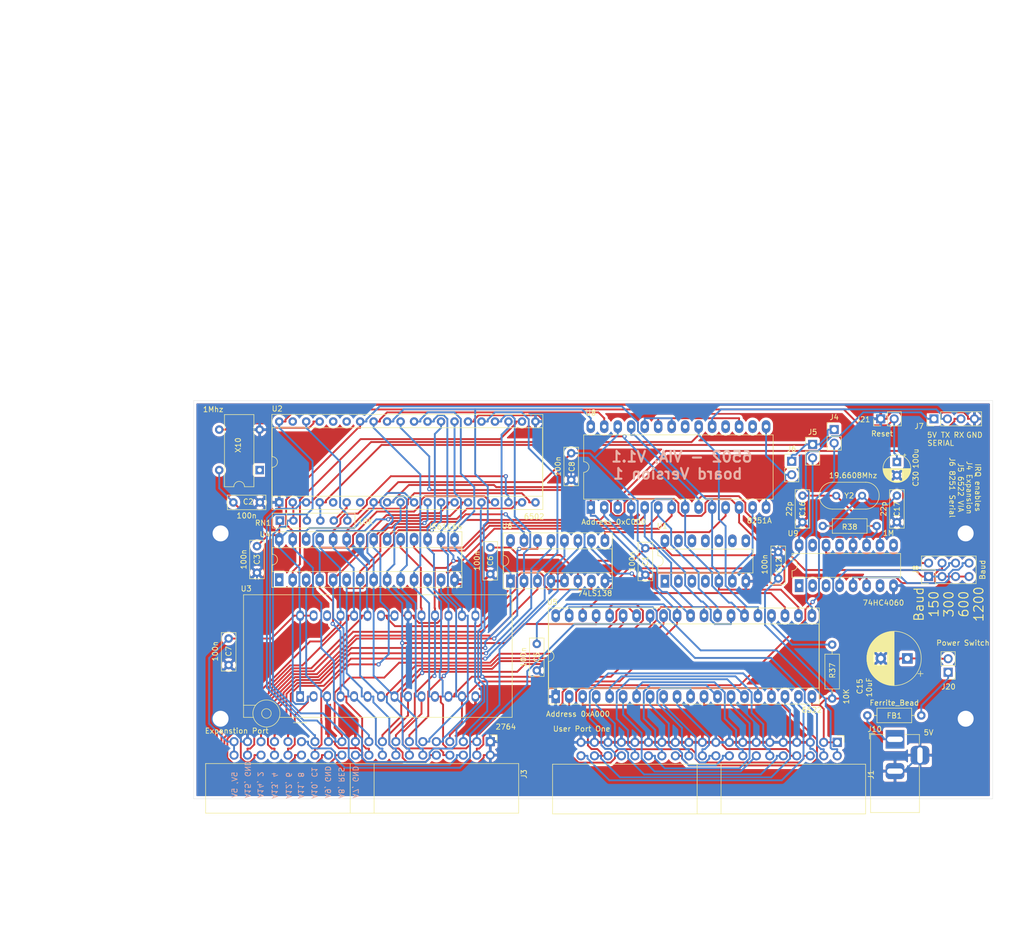
<source format=kicad_pcb>
(kicad_pcb (version 20171130) (host pcbnew "(5.1.5)-3")
  (layers (0 F.Cu signal hide) (31 B.Cu signal hide) (34 B.Paste user) (35 F.Paste user) (36 B.SilkS user) (37 F.SilkS user) (38 B.Mask user) (39 F.Mask user) (44 Edge.Cuts user))
  (net 0 "")
  (net 1 GND)
  (net 2 5V)
  (net 3 "Net-(C16-Pad1)")
  (net 4 "Net-(C17-Pad1)")
  (net 5 ~RES)
  (net 6 /CA1)
  (net 7 /CA2)
  (net 8 /CB2)
  (net 9 /CB1)
  (net 10 /PB7)
  (net 11 /PB6)
  (net 12 /PB5)
  (net 13 /PB4)
  (net 14 /PB3)
  (net 15 /PB2)
  (net 16 /PB1)
  (net 17 /PB0)
  (net 18 /PA7)
  (net 19 /PA6)
  (net 20 /PA5)
  (net 21 /PA4)
  (net 22 /PA3)
  (net 23 /PA2)
  (net 24 /PA1)
  (net 25 /PA0)
  (net 26 /A15)
  (net 27 /A14)
  (net 28 /A13)
  (net 29 /A12)
  (net 30 /A11)
  (net 31 /A10)
  (net 32 /A9)
  (net 33 /A8)
  (net 34 /A7)
  (net 35 /A6)
  (net 36 /A5)
  (net 37 /A4)
  (net 38 /A3)
  (net 39 /A2)
  (net 40 /A1)
  (net 41 /A0)
  (net 42 0x2000)
  (net 43 0x4000)
  (net 44 0x6000)
  (net 45 0x8000)
  (net 46 CLK1)
  (net 47 R~W)
  (net 48 /D7)
  (net 49 /D6)
  (net 50 /D5)
  (net 51 /D4)
  (net 52 /D3)
  (net 53 /D2)
  (net 54 /D1)
  (net 55 /D0)
  (net 56 ~IRQ)
  (net 57 "Net-(J5-Pad2)")
  (net 58 "Net-(J6-Pad2)")
  (net 59 "Net-(J7-Pad3)")
  (net 60 "Net-(J7-Pad2)")
  (net 61 "Net-(R37-Pad1)")
  (net 62 ~Read)
  (net 63 CLK0)
  (net 64 ~ROM_EN)
  (net 65 ~RAM_EN)
  (net 66 ~6522_EN)
  (net 67 ~8251_EN)
  (net 68 "Net-(U8-Pad22)")
  (net 69 "Net-(U8-Pad17)")
  (net 70 B150)
  (net 71 B300)
  (net 72 B1200)
  (net 73 B600)
  (net 74 "Net-(J8-Pad1)")
  (net 75 "Net-(FB1-Pad2)")
  (net 76 RDY)
  (net 77 "Net-(J3-Pad4)")
  (net 78 "Net-(RN1-Pad6)")
  (net 79 "Net-(RN1-Pad5)")
  (net 80 "Net-(FB1-Pad1)")
  (module Connector_PinHeader_2.54mm:PinHeader_1x02_P2.54mm_Vertical (layer F.Cu) (at 170.053 96.647 90)
    (fp_text reference J21 (at -0.127 -3.302 180) (layer F.SilkS))
    (fp_text value Reset (at -2.794 0.254 180) (layer F.SilkS))
    (pad 2 thru_hole oval (at 0 2.54 90) (size 1.7 1.7) (drill 1) (layers *.Cu *.Mask) (net 5 ~RES))
    (pad 1 thru_hole rect (at 0 0 90) (size 1.7 1.7) (drill 1) (layers *.Cu *.Mask) (net 1 GND))
  )
  (module Connector_PinHeader_2.54mm:PinHeader_1x02_P2.54mm_Vertical (layer F.Cu) (at 182.753 144.399 180)
    (fp_text reference J20 (at -0.0635 -2.7305) (layer F.SilkS))
    (fp_text value "Power Switch" (at -2.794 5.5245 180) (layer F.SilkS))
    (pad 2 thru_hole oval (at 0 2.54 180) (size 1.7 1.7) (drill 1) (layers *.Cu *.Mask) (net 2 5V))
    (pad 1 thru_hole rect (at 0 0 180) (size 1.7 1.7) (drill 1) (layers *.Cu *.Mask) (net 80 "Net-(FB1-Pad1)"))
  )
  (module Capacitor_THT:CP_Radial_D5.0mm_P2.50mm (layer F.Cu) (at 173.101 104.775 270)
    (fp_text reference C30 (at 3.175 -3.556 90) (layer F.SilkS))
    (fp_text value 100u (at -0.635 -3.556 90) (layer F.SilkS))
    (pad 2 thru_hole circle (at 2.5 0 270) (size 1.6 1.6) (drill 0.8) (layers *.Cu *.Mask) (net 1 GND))
    (pad 1 thru_hole rect (at 0 0 270) (size 1.6 1.6) (drill 0.8) (layers *.Cu *.Mask) (net 5 ~RES))
  )
  (module Resistor_THT:R_Array_SIP6 (layer F.Cu) (at 56.896 115.824)
    (fp_text reference RN1 (at -3.175 0.4445) (layer F.SilkS))
    (fp_text value 10K (at 16.129 0.1905) (layer F.SilkS))
    (pad 6 thru_hole oval (at 12.7 0) (size 1.6 1.6) (drill 0.8) (layers *.Cu *.Mask) (net 78 "Net-(RN1-Pad6)"))
    (pad 5 thru_hole oval (at 10.16 0) (size 1.6 1.6) (drill 0.8) (layers *.Cu *.Mask) (net 79 "Net-(RN1-Pad5)"))
    (pad 4 thru_hole oval (at 7.62 0) (size 1.6 1.6) (drill 0.8) (layers *.Cu *.Mask) (net 56 ~IRQ))
    (pad 3 thru_hole oval (at 5.08 0) (size 1.6 1.6) (drill 0.8) (layers *.Cu *.Mask) (net 5 ~RES))
    (pad 2 thru_hole oval (at 2.54 0) (size 1.6 1.6) (drill 0.8) (layers *.Cu *.Mask) (net 76 RDY))
    (pad 1 thru_hole rect (at 0 0) (size 1.6 1.6) (drill 0.8) (layers *.Cu *.Mask) (net 2 5V))
  )
  (module Package_DIP:DIP-14_W7.62mm_LongPads (layer F.Cu) (at 129.413 127.254 90)
    (fp_text reference U1 (at 10.414 -0.508 180) (layer F.SilkS))
    (fp_text value 74LS04)
    (pad 14 thru_hole oval (at 7.62 0 90) (size 2.4 1.6) (drill 0.8) (layers *.Cu *.Mask) (net 2 5V))
    (pad 7 thru_hole oval (at 0 15.24 90) (size 2.4 1.6) (drill 0.8) (layers *.Cu *.Mask) (net 1 GND))
    (pad 13 thru_hole oval (at 7.62 2.54 90) (size 2.4 1.6) (drill 0.8) (layers *.Cu *.Mask))
    (pad 6 thru_hole oval (at 0 12.7 90) (size 2.4 1.6) (drill 0.8) (layers *.Cu *.Mask) (net 62 ~Read))
    (pad 12 thru_hole oval (at 7.62 5.08 90) (size 2.4 1.6) (drill 0.8) (layers *.Cu *.Mask))
    (pad 5 thru_hole oval (at 0 10.16 90) (size 2.4 1.6) (drill 0.8) (layers *.Cu *.Mask) (net 47 R~W))
    (pad 11 thru_hole oval (at 7.62 7.62 90) (size 2.4 1.6) (drill 0.8) (layers *.Cu *.Mask))
    (pad 4 thru_hole oval (at 0 7.62 90) (size 2.4 1.6) (drill 0.8) (layers *.Cu *.Mask))
    (pad 10 thru_hole oval (at 7.62 10.16 90) (size 2.4 1.6) (drill 0.8) (layers *.Cu *.Mask))
    (pad 3 thru_hole oval (at 0 5.08 90) (size 2.4 1.6) (drill 0.8) (layers *.Cu *.Mask))
    (pad 9 thru_hole oval (at 7.62 12.7 90) (size 2.4 1.6) (drill 0.8) (layers *.Cu *.Mask))
    (pad 2 thru_hole oval (at 0 2.54 90) (size 2.4 1.6) (drill 0.8) (layers *.Cu *.Mask))
    (pad 8 thru_hole oval (at 7.62 15.24 90) (size 2.4 1.6) (drill 0.8) (layers *.Cu *.Mask))
    (pad 1 thru_hole rect (at 0 0 90) (size 2.4 1.6) (drill 0.8) (layers *.Cu *.Mask))
  )
  (module Socket:DIP_Socket-28_W11.9_W12.7_W15.24_W17.78_W18.5_3M_228-1277-00-0602J (layer F.Cu) (at 60.706 148.971 90)
    (fp_text reference U3 (at 20.32 -10.16 180) (layer F.SilkS))
    (fp_text value 2764 (at -5.715 38.735 180) (layer F.SilkS))
    (pad 15 thru_hole oval (at 15.24 33.02 90) (size 2 1.44) (drill 1) (layers *.Cu *.Mask) (net 52 /D3))
    (pad 14 thru_hole oval (at 0 33.02 90) (size 2 1.44) (drill 1) (layers *.Cu *.Mask) (net 1 GND))
    (pad 16 thru_hole oval (at 15.24 30.48 90) (size 2 1.44) (drill 1) (layers *.Cu *.Mask) (net 51 /D4))
    (pad 13 thru_hole oval (at 0 30.48 90) (size 2 1.44) (drill 1) (layers *.Cu *.Mask) (net 53 /D2))
    (pad 17 thru_hole oval (at 15.24 27.94 90) (size 2 1.44) (drill 1) (layers *.Cu *.Mask) (net 50 /D5))
    (pad 12 thru_hole oval (at 0 27.94 90) (size 2 1.44) (drill 1) (layers *.Cu *.Mask) (net 54 /D1))
    (pad 18 thru_hole oval (at 15.24 25.4 90) (size 2 1.44) (drill 1) (layers *.Cu *.Mask) (net 49 /D6))
    (pad 11 thru_hole oval (at 0 25.4 90) (size 2 1.44) (drill 1) (layers *.Cu *.Mask) (net 55 /D0))
    (pad 19 thru_hole oval (at 15.24 22.86 90) (size 2 1.44) (drill 1) (layers *.Cu *.Mask) (net 48 /D7))
    (pad 10 thru_hole oval (at 0 22.86 90) (size 2 1.44) (drill 1) (layers *.Cu *.Mask) (net 41 /A0))
    (pad 20 thru_hole oval (at 15.24 20.32 90) (size 2 1.44) (drill 1) (layers *.Cu *.Mask) (net 1 GND))
    (pad 9 thru_hole oval (at 0 20.32 90) (size 2 1.44) (drill 1) (layers *.Cu *.Mask) (net 40 /A1))
    (pad 21 thru_hole oval (at 15.24 17.78 90) (size 2 1.44) (drill 1) (layers *.Cu *.Mask) (net 31 /A10))
    (pad 8 thru_hole oval (at 0 17.78 90) (size 2 1.44) (drill 1) (layers *.Cu *.Mask) (net 39 /A2))
    (pad 22 thru_hole oval (at 15.24 15.24 90) (size 2 1.44) (drill 1) (layers *.Cu *.Mask) (net 64 ~ROM_EN))
    (pad 7 thru_hole oval (at 0 15.24 90) (size 2 1.44) (drill 1) (layers *.Cu *.Mask) (net 38 /A3))
    (pad 23 thru_hole oval (at 15.24 12.7 90) (size 2 1.44) (drill 1) (layers *.Cu *.Mask) (net 30 /A11))
    (pad 6 thru_hole oval (at 0 12.7 90) (size 2 1.44) (drill 1) (layers *.Cu *.Mask) (net 37 /A4))
    (pad 24 thru_hole oval (at 15.24 10.16 90) (size 2 1.44) (drill 1) (layers *.Cu *.Mask) (net 32 /A9))
    (pad 5 thru_hole oval (at 0 10.16 90) (size 2 1.44) (drill 1) (layers *.Cu *.Mask) (net 36 /A5))
    (pad 25 thru_hole oval (at 15.24 7.62 90) (size 2 1.44) (drill 1) (layers *.Cu *.Mask) (net 33 /A8))
    (pad 4 thru_hole oval (at 0 7.62 90) (size 2 1.44) (drill 1) (layers *.Cu *.Mask) (net 35 /A6))
    (pad 26 thru_hole oval (at 15.24 5.08 90) (size 2 1.44) (drill 1) (layers *.Cu *.Mask))
    (pad 3 thru_hole oval (at 0 5.08 90) (size 2 1.44) (drill 1) (layers *.Cu *.Mask) (net 34 /A7))
    (pad 27 thru_hole oval (at 15.24 2.54 90) (size 2 1.44) (drill 1) (layers *.Cu *.Mask) (net 2 5V))
    (pad 2 thru_hole oval (at 0 2.54 90) (size 2 1.44) (drill 1) (layers *.Cu *.Mask) (net 29 /A12))
    (pad 28 thru_hole oval (at 15.24 0 90) (size 2 1.44) (drill 1) (layers *.Cu *.Mask) (net 2 5V))
    (pad 1 thru_hole rect (at 0 0 90) (size 2 1.44) (drill 1) (layers *.Cu *.Mask) (net 2 5V))
  )
  (module Connector_IDC:IDC-Header_2x20_P2.54mm_Horizontal (layer F.Cu) (at 96.52 157.48 270)
    (fp_text reference J3 (at 6.105 -6.35 90) (layer F.SilkS))
    (fp_text value "Expanstion Port" (at -2.032 47.752 180) (layer F.SilkS))
    (pad 40 thru_hole oval (at 2.54 48.26 270) (size 1.7272 1.7272) (drill 1.016) (layers *.Cu *.Mask) (net 2 5V))
    (pad 39 thru_hole oval (at 0 48.26 270) (size 1.7272 1.7272) (drill 1.016) (layers *.Cu *.Mask) (net 2 5V))
    (pad 38 thru_hole oval (at 2.54 45.72 270) (size 1.7272 1.7272) (drill 1.016) (layers *.Cu *.Mask) (net 26 /A15))
    (pad 37 thru_hole oval (at 0 45.72 270) (size 1.7272 1.7272) (drill 1.016) (layers *.Cu *.Mask) (net 1 GND))
    (pad 36 thru_hole oval (at 2.54 43.18 270) (size 1.7272 1.7272) (drill 1.016) (layers *.Cu *.Mask) (net 27 /A14))
    (pad 35 thru_hole oval (at 0 43.18 270) (size 1.7272 1.7272) (drill 1.016) (layers *.Cu *.Mask) (net 42 0x2000))
    (pad 34 thru_hole oval (at 2.54 40.64 270) (size 1.7272 1.7272) (drill 1.016) (layers *.Cu *.Mask) (net 28 /A13))
    (pad 33 thru_hole oval (at 0 40.64 270) (size 1.7272 1.7272) (drill 1.016) (layers *.Cu *.Mask) (net 43 0x4000))
    (pad 32 thru_hole oval (at 2.54 38.1 270) (size 1.7272 1.7272) (drill 1.016) (layers *.Cu *.Mask) (net 29 /A12))
    (pad 31 thru_hole oval (at 0 38.1 270) (size 1.7272 1.7272) (drill 1.016) (layers *.Cu *.Mask) (net 44 0x6000))
    (pad 30 thru_hole oval (at 2.54 35.56 270) (size 1.7272 1.7272) (drill 1.016) (layers *.Cu *.Mask) (net 30 /A11))
    (pad 29 thru_hole oval (at 0 35.56 270) (size 1.7272 1.7272) (drill 1.016) (layers *.Cu *.Mask) (net 45 0x8000))
    (pad 28 thru_hole oval (at 2.54 33.02 270) (size 1.7272 1.7272) (drill 1.016) (layers *.Cu *.Mask) (net 31 /A10))
    (pad 27 thru_hole oval (at 0 33.02 270) (size 1.7272 1.7272) (drill 1.016) (layers *.Cu *.Mask) (net 46 CLK1))
    (pad 26 thru_hole oval (at 2.54 30.48 270) (size 1.7272 1.7272) (drill 1.016) (layers *.Cu *.Mask) (net 32 /A9))
    (pad 25 thru_hole oval (at 0 30.48 270) (size 1.7272 1.7272) (drill 1.016) (layers *.Cu *.Mask) (net 1 GND))
    (pad 24 thru_hole oval (at 2.54 27.94 270) (size 1.7272 1.7272) (drill 1.016) (layers *.Cu *.Mask) (net 33 /A8))
    (pad 23 thru_hole oval (at 0 27.94 270) (size 1.7272 1.7272) (drill 1.016) (layers *.Cu *.Mask) (net 5 ~RES))
    (pad 22 thru_hole oval (at 2.54 25.4 270) (size 1.7272 1.7272) (drill 1.016) (layers *.Cu *.Mask) (net 34 /A7))
    (pad 21 thru_hole oval (at 0 25.4 270) (size 1.7272 1.7272) (drill 1.016) (layers *.Cu *.Mask) (net 1 GND))
    (pad 20 thru_hole oval (at 2.54 22.86 270) (size 1.7272 1.7272) (drill 1.016) (layers *.Cu *.Mask) (net 35 /A6))
    (pad 19 thru_hole oval (at 0 22.86 270) (size 1.7272 1.7272) (drill 1.016) (layers *.Cu *.Mask) (net 47 R~W))
    (pad 18 thru_hole oval (at 2.54 20.32 270) (size 1.7272 1.7272) (drill 1.016) (layers *.Cu *.Mask) (net 36 /A5))
    (pad 17 thru_hole oval (at 0 20.32 270) (size 1.7272 1.7272) (drill 1.016) (layers *.Cu *.Mask) (net 48 /D7))
    (pad 16 thru_hole oval (at 2.54 17.78 270) (size 1.7272 1.7272) (drill 1.016) (layers *.Cu *.Mask) (net 37 /A4))
    (pad 15 thru_hole oval (at 0 17.78 270) (size 1.7272 1.7272) (drill 1.016) (layers *.Cu *.Mask) (net 49 /D6))
    (pad 14 thru_hole oval (at 2.54 15.24 270) (size 1.7272 1.7272) (drill 1.016) (layers *.Cu *.Mask) (net 38 /A3))
    (pad 13 thru_hole oval (at 0 15.24 270) (size 1.7272 1.7272) (drill 1.016) (layers *.Cu *.Mask) (net 50 /D5))
    (pad 12 thru_hole oval (at 2.54 12.7 270) (size 1.7272 1.7272) (drill 1.016) (layers *.Cu *.Mask) (net 39 /A2))
    (pad 11 thru_hole oval (at 0 12.7 270) (size 1.7272 1.7272) (drill 1.016) (layers *.Cu *.Mask) (net 51 /D4))
    (pad 10 thru_hole oval (at 2.54 10.16 270) (size 1.7272 1.7272) (drill 1.016) (layers *.Cu *.Mask) (net 40 /A1))
    (pad 9 thru_hole oval (at 0 10.16 270) (size 1.7272 1.7272) (drill 1.016) (layers *.Cu *.Mask) (net 52 /D3))
    (pad 8 thru_hole oval (at 2.54 7.62 270) (size 1.7272 1.7272) (drill 1.016) (layers *.Cu *.Mask) (net 41 /A0))
    (pad 7 thru_hole oval (at 0 7.62 270) (size 1.7272 1.7272) (drill 1.016) (layers *.Cu *.Mask) (net 53 /D2))
    (pad 6 thru_hole oval (at 2.54 5.08 270) (size 1.7272 1.7272) (drill 1.016) (layers *.Cu *.Mask) (net 76 RDY))
    (pad 5 thru_hole oval (at 0 5.08 270) (size 1.7272 1.7272) (drill 1.016) (layers *.Cu *.Mask) (net 54 /D1))
    (pad 4 thru_hole oval (at 2.54 2.54 270) (size 1.7272 1.7272) (drill 1.016) (layers *.Cu *.Mask) (net 77 "Net-(J3-Pad4)"))
    (pad 3 thru_hole oval (at 0 2.54 270) (size 1.7272 1.7272) (drill 1.016) (layers *.Cu *.Mask) (net 55 /D0))
    (pad 2 thru_hole oval (at 2.54 0 270) (size 1.7272 1.7272) (drill 1.016) (layers *.Cu *.Mask) (net 1 GND))
    (pad 1 thru_hole rect (at 0 0 270) (size 1.7272 1.7272) (drill 1.016) (layers *.Cu *.Mask) (net 1 GND))
  )
  (module Connector_IDC:IDC-Header_2x20_P2.54mm_Horizontal (layer F.Cu) (at 161.862 157.607 270)
    (fp_text reference J1 (at 6.105 -6.35 90) (layer F.SilkS))
    (fp_text value "User Port One" (at -2.54 48.133 180) (layer F.SilkS))
    (pad 40 thru_hole oval (at 2.54 48.26 270) (size 1.7272 1.7272) (drill 1.016) (layers *.Cu *.Mask) (net 8 /CB2))
    (pad 39 thru_hole oval (at 0 48.26 270) (size 1.7272 1.7272) (drill 1.016) (layers *.Cu *.Mask) (net 1 GND))
    (pad 38 thru_hole oval (at 2.54 45.72 270) (size 1.7272 1.7272) (drill 1.016) (layers *.Cu *.Mask) (net 9 /CB1))
    (pad 37 thru_hole oval (at 0 45.72 270) (size 1.7272 1.7272) (drill 1.016) (layers *.Cu *.Mask) (net 1 GND))
    (pad 36 thru_hole oval (at 2.54 43.18 270) (size 1.7272 1.7272) (drill 1.016) (layers *.Cu *.Mask) (net 10 /PB7))
    (pad 35 thru_hole oval (at 0 43.18 270) (size 1.7272 1.7272) (drill 1.016) (layers *.Cu *.Mask) (net 1 GND))
    (pad 34 thru_hole oval (at 2.54 40.64 270) (size 1.7272 1.7272) (drill 1.016) (layers *.Cu *.Mask) (net 11 /PB6))
    (pad 33 thru_hole oval (at 0 40.64 270) (size 1.7272 1.7272) (drill 1.016) (layers *.Cu *.Mask) (net 1 GND))
    (pad 32 thru_hole oval (at 2.54 38.1 270) (size 1.7272 1.7272) (drill 1.016) (layers *.Cu *.Mask) (net 12 /PB5))
    (pad 31 thru_hole oval (at 0 38.1 270) (size 1.7272 1.7272) (drill 1.016) (layers *.Cu *.Mask) (net 1 GND))
    (pad 30 thru_hole oval (at 2.54 35.56 270) (size 1.7272 1.7272) (drill 1.016) (layers *.Cu *.Mask) (net 13 /PB4))
    (pad 29 thru_hole oval (at 0 35.56 270) (size 1.7272 1.7272) (drill 1.016) (layers *.Cu *.Mask) (net 1 GND))
    (pad 28 thru_hole oval (at 2.54 33.02 270) (size 1.7272 1.7272) (drill 1.016) (layers *.Cu *.Mask) (net 14 /PB3))
    (pad 27 thru_hole oval (at 0 33.02 270) (size 1.7272 1.7272) (drill 1.016) (layers *.Cu *.Mask) (net 1 GND))
    (pad 26 thru_hole oval (at 2.54 30.48 270) (size 1.7272 1.7272) (drill 1.016) (layers *.Cu *.Mask) (net 15 /PB2))
    (pad 25 thru_hole oval (at 0 30.48 270) (size 1.7272 1.7272) (drill 1.016) (layers *.Cu *.Mask) (net 1 GND))
    (pad 24 thru_hole oval (at 2.54 27.94 270) (size 1.7272 1.7272) (drill 1.016) (layers *.Cu *.Mask) (net 16 /PB1))
    (pad 23 thru_hole oval (at 0 27.94 270) (size 1.7272 1.7272) (drill 1.016) (layers *.Cu *.Mask) (net 1 GND))
    (pad 22 thru_hole oval (at 2.54 25.4 270) (size 1.7272 1.7272) (drill 1.016) (layers *.Cu *.Mask) (net 17 /PB0))
    (pad 21 thru_hole oval (at 0 25.4 270) (size 1.7272 1.7272) (drill 1.016) (layers *.Cu *.Mask) (net 1 GND))
    (pad 20 thru_hole oval (at 2.54 22.86 270) (size 1.7272 1.7272) (drill 1.016) (layers *.Cu *.Mask) (net 18 /PA7))
    (pad 19 thru_hole oval (at 0 22.86 270) (size 1.7272 1.7272) (drill 1.016) (layers *.Cu *.Mask) (net 1 GND))
    (pad 18 thru_hole oval (at 2.54 20.32 270) (size 1.7272 1.7272) (drill 1.016) (layers *.Cu *.Mask) (net 19 /PA6))
    (pad 17 thru_hole oval (at 0 20.32 270) (size 1.7272 1.7272) (drill 1.016) (layers *.Cu *.Mask) (net 1 GND))
    (pad 16 thru_hole oval (at 2.54 17.78 270) (size 1.7272 1.7272) (drill 1.016) (layers *.Cu *.Mask) (net 20 /PA5))
    (pad 15 thru_hole oval (at 0 17.78 270) (size 1.7272 1.7272) (drill 1.016) (layers *.Cu *.Mask) (net 1 GND))
    (pad 14 thru_hole oval (at 2.54 15.24 270) (size 1.7272 1.7272) (drill 1.016) (layers *.Cu *.Mask) (net 21 /PA4))
    (pad 13 thru_hole oval (at 0 15.24 270) (size 1.7272 1.7272) (drill 1.016) (layers *.Cu *.Mask) (net 1 GND))
    (pad 12 thru_hole oval (at 2.54 12.7 270) (size 1.7272 1.7272) (drill 1.016) (layers *.Cu *.Mask) (net 22 /PA3))
    (pad 11 thru_hole oval (at 0 12.7 270) (size 1.7272 1.7272) (drill 1.016) (layers *.Cu *.Mask) (net 1 GND))
    (pad 10 thru_hole oval (at 2.54 10.16 270) (size 1.7272 1.7272) (drill 1.016) (layers *.Cu *.Mask) (net 23 /PA2))
    (pad 9 thru_hole oval (at 0 10.16 270) (size 1.7272 1.7272) (drill 1.016) (layers *.Cu *.Mask) (net 1 GND))
    (pad 8 thru_hole oval (at 2.54 7.62 270) (size 1.7272 1.7272) (drill 1.016) (layers *.Cu *.Mask) (net 24 /PA1))
    (pad 7 thru_hole oval (at 0 7.62 270) (size 1.7272 1.7272) (drill 1.016) (layers *.Cu *.Mask) (net 1 GND))
    (pad 6 thru_hole oval (at 2.54 5.08 270) (size 1.7272 1.7272) (drill 1.016) (layers *.Cu *.Mask) (net 25 /PA0))
    (pad 5 thru_hole oval (at 0 5.08 270) (size 1.7272 1.7272) (drill 1.016) (layers *.Cu *.Mask) (net 1 GND))
    (pad 4 thru_hole oval (at 2.54 2.54 270) (size 1.7272 1.7272) (drill 1.016) (layers *.Cu *.Mask) (net 7 /CA2))
    (pad 3 thru_hole oval (at 0 2.54 270) (size 1.7272 1.7272) (drill 1.016) (layers *.Cu *.Mask) (net 2 5V))
    (pad 2 thru_hole oval (at 2.54 0 270) (size 1.7272 1.7272) (drill 1.016) (layers *.Cu *.Mask) (net 6 /CA1))
    (pad 1 thru_hole rect (at 0 0 270) (size 1.7272 1.7272) (drill 1.016) (layers *.Cu *.Mask) (net 2 5V))
  )
  (module Resistor_THT:R_Axial_DIN0207_L6.3mm_D2.5mm_P10.16mm_Horizontal (layer F.Cu) (at 177.698 152.54 180)
    (fp_text reference FB1 (at 5.08 -0.051) (layer F.SilkS))
    (fp_text value Ferrite_Bead (at 5.08 2.37) (layer F.SilkS))
    (pad 2 thru_hole oval (at 10.16 0 180) (size 1.6 1.6) (drill 0.8) (layers *.Cu *.Mask) (net 75 "Net-(FB1-Pad2)"))
    (pad 1 thru_hole circle (at 0 0 180) (size 1.6 1.6) (drill 0.8) (layers *.Cu *.Mask) (net 80 "Net-(FB1-Pad1)"))
  )
  (module Oscillator:Oscillator_SeikoEpson_SG-8002DC (layer F.Cu) (at 53.086 106.299 180)
    (fp_text reference X10 (at 4.064 4.699 270) (layer F.SilkS))
    (fp_text value SG-531)
    (pad 8 thru_hole oval (at 7.62 0 180) (size 1.6 1.6) (drill 0.8) (layers *.Cu *.Mask) (net 2 5V))
    (pad 4 thru_hole oval (at 0 7.62 180) (size 1.6 1.6) (drill 0.8) (layers *.Cu *.Mask) (net 1 GND))
    (pad 5 thru_hole oval (at 7.62 7.62 180) (size 1.6 1.6) (drill 0.8) (layers *.Cu *.Mask) (net 63 CLK0))
    (pad 1 thru_hole rect (at 0 0 180) (size 1.6 1.6) (drill 0.8) (layers *.Cu *.Mask))
  )
  (module Connector_BarrelJack:BarrelJack_Horizontal (layer F.Cu) (at 172.745 157.036 90)
    (fp_text reference J10 (at 1.905 -3.835 180) (layer F.SilkS))
    (fp_text value 5V (at 1.27 6.325 180) (layer F.SilkS))
    (pad 3 thru_hole roundrect (at -3 4.7 90) (size 3.5 3.5) (drill oval 3 1) (layers *.Cu *.Mask) (net 1 GND))
    (pad 2 thru_hole roundrect (at -6 0 90) (size 3 3.5) (drill oval 1 3) (layers *.Cu *.Mask) (net 1 GND))
    (pad 1 thru_hole rect (at 0 0 90) (size 3.5 3.5) (drill oval 1 3) (layers *.Cu *.Mask) (net 75 "Net-(FB1-Pad2)"))
  )
  (module Connector_PinHeader_2.54mm:PinHeader_2x04_P2.54mm_Vertical (layer F.Cu) (at 179.07 126.365 90)
    (fp_text reference J8 (at 1.27 -2.413 90) (layer F.SilkS))
    (fp_text value Baud (at 1.27 10.16 90) (layer F.SilkS))
    (pad 8 thru_hole oval (at 2.54 7.62 90) (size 1.7 1.7) (drill 1) (layers *.Cu *.Mask) (net 72 B1200))
    (pad 7 thru_hole oval (at 0 7.62 90) (size 1.7 1.7) (drill 1) (layers *.Cu *.Mask) (net 74 "Net-(J8-Pad1)"))
    (pad 6 thru_hole oval (at 2.54 5.08 90) (size 1.7 1.7) (drill 1) (layers *.Cu *.Mask) (net 73 B600))
    (pad 5 thru_hole oval (at 0 5.08 90) (size 1.7 1.7) (drill 1) (layers *.Cu *.Mask) (net 74 "Net-(J8-Pad1)"))
    (pad 4 thru_hole oval (at 2.54 2.54 90) (size 1.7 1.7) (drill 1) (layers *.Cu *.Mask) (net 71 B300))
    (pad 3 thru_hole oval (at 0 2.54 90) (size 1.7 1.7) (drill 1) (layers *.Cu *.Mask) (net 74 "Net-(J8-Pad1)"))
    (pad 2 thru_hole oval (at 2.54 0 90) (size 1.7 1.7) (drill 1) (layers *.Cu *.Mask) (net 70 B150))
    (pad 1 thru_hole rect (at 0 0 90) (size 1.7 1.7) (drill 1) (layers *.Cu *.Mask) (net 74 "Net-(J8-Pad1)"))
  )
  (module Crystal:Crystal_HC49-U_Vertical (layer F.Cu) (at 161.671 111.125)
    (fp_text reference Y2 (at 2.44 0) (layer F.SilkS))
    (fp_text value 19.6608Mhz (at 3.175 -3.81) (layer F.SilkS))
    (pad 2 thru_hole circle (at 4.88 0) (size 1.5 1.5) (drill 0.8) (layers *.Cu *.Mask) (net 4 "Net-(C17-Pad1)"))
    (pad 1 thru_hole circle (at 0 0) (size 1.5 1.5) (drill 0.8) (layers *.Cu *.Mask) (net 3 "Net-(C16-Pad1)"))
  )
  (module Package_DIP:DIP-16_W7.62mm_LongPads (layer F.Cu) (at 154.686 128.08 90)
    (fp_text reference U9 (at 9.8425 -1.143 180) (layer F.SilkS))
    (fp_text value 74HC4060 (at -3.2385 15.875 180) (layer F.SilkS))
    (pad 16 thru_hole oval (at 7.62 0 90) (size 2.4 1.6) (drill 0.8) (layers *.Cu *.Mask) (net 2 5V))
    (pad 8 thru_hole oval (at 0 17.78 90) (size 2.4 1.6) (drill 0.8) (layers *.Cu *.Mask) (net 1 GND))
    (pad 15 thru_hole oval (at 7.62 2.54 90) (size 2.4 1.6) (drill 0.8) (layers *.Cu *.Mask))
    (pad 7 thru_hole oval (at 0 15.24 90) (size 2.4 1.6) (drill 0.8) (layers *.Cu *.Mask))
    (pad 14 thru_hole oval (at 7.62 5.08 90) (size 2.4 1.6) (drill 0.8) (layers *.Cu *.Mask) (net 70 B150))
    (pad 6 thru_hole oval (at 0 12.7 90) (size 2.4 1.6) (drill 0.8) (layers *.Cu *.Mask) (net 71 B300))
    (pad 13 thru_hole oval (at 7.62 7.62 90) (size 2.4 1.6) (drill 0.8) (layers *.Cu *.Mask))
    (pad 5 thru_hole oval (at 0 10.16 90) (size 2.4 1.6) (drill 0.8) (layers *.Cu *.Mask) (net 72 B1200))
    (pad 12 thru_hole oval (at 7.62 10.16 90) (size 2.4 1.6) (drill 0.8) (layers *.Cu *.Mask) (net 1 GND))
    (pad 4 thru_hole oval (at 0 7.62 90) (size 2.4 1.6) (drill 0.8) (layers *.Cu *.Mask) (net 73 B600))
    (pad 11 thru_hole oval (at 7.62 12.7 90) (size 2.4 1.6) (drill 0.8) (layers *.Cu *.Mask) (net 3 "Net-(C16-Pad1)"))
    (pad 3 thru_hole oval (at 0 5.08 90) (size 2.4 1.6) (drill 0.8) (layers *.Cu *.Mask))
    (pad 10 thru_hole oval (at 7.62 15.24 90) (size 2.4 1.6) (drill 0.8) (layers *.Cu *.Mask) (net 4 "Net-(C17-Pad1)"))
    (pad 2 thru_hole oval (at 0 2.54 90) (size 2.4 1.6) (drill 0.8) (layers *.Cu *.Mask))
    (pad 9 thru_hole oval (at 7.62 17.78 90) (size 2.4 1.6) (drill 0.8) (layers *.Cu *.Mask))
    (pad 1 thru_hole rect (at 0 0 90) (size 2.4 1.6) (drill 0.8) (layers *.Cu *.Mask))
  )
  (module Package_DIP:DIP-28_W15.24mm_LongPads (layer F.Cu) (at 115.443 113.348 90)
    (fp_text reference U8 (at 17.8435 0 180) (layer F.SilkS))
    (fp_text value 8251A (at -2.4765 31.75 180) (layer F.SilkS))
    (pad 28 thru_hole oval (at 15.24 0 90) (size 2.4 1.6) (drill 0.8) (layers *.Cu *.Mask) (net 54 /D1))
    (pad 14 thru_hole oval (at 0 33.02 90) (size 2.4 1.6) (drill 0.8) (layers *.Cu *.Mask) (net 58 "Net-(J6-Pad2)"))
    (pad 27 thru_hole oval (at 15.24 2.54 90) (size 2.4 1.6) (drill 0.8) (layers *.Cu *.Mask) (net 55 /D0))
    (pad 13 thru_hole oval (at 0 30.48 90) (size 2.4 1.6) (drill 0.8) (layers *.Cu *.Mask) (net 62 ~Read))
    (pad 26 thru_hole oval (at 15.24 5.08 90) (size 2.4 1.6) (drill 0.8) (layers *.Cu *.Mask) (net 2 5V))
    (pad 12 thru_hole oval (at 0 27.94 90) (size 2.4 1.6) (drill 0.8) (layers *.Cu *.Mask) (net 41 /A0))
    (pad 25 thru_hole oval (at 15.24 7.62 90) (size 2.4 1.6) (drill 0.8) (layers *.Cu *.Mask) (net 74 "Net-(J8-Pad1)"))
    (pad 11 thru_hole oval (at 0 25.4 90) (size 2.4 1.6) (drill 0.8) (layers *.Cu *.Mask) (net 67 ~8251_EN))
    (pad 24 thru_hole oval (at 15.24 10.16 90) (size 2.4 1.6) (drill 0.8) (layers *.Cu *.Mask) (net 68 "Net-(U8-Pad22)"))
    (pad 10 thru_hole oval (at 0 22.86 90) (size 2.4 1.6) (drill 0.8) (layers *.Cu *.Mask) (net 47 R~W))
    (pad 23 thru_hole oval (at 15.24 12.7 90) (size 2.4 1.6) (drill 0.8) (layers *.Cu *.Mask) (net 69 "Net-(U8-Pad17)"))
    (pad 9 thru_hole oval (at 0 20.32 90) (size 2.4 1.6) (drill 0.8) (layers *.Cu *.Mask) (net 74 "Net-(J8-Pad1)"))
    (pad 22 thru_hole oval (at 15.24 15.24 90) (size 2.4 1.6) (drill 0.8) (layers *.Cu *.Mask) (net 68 "Net-(U8-Pad22)"))
    (pad 8 thru_hole oval (at 0 17.78 90) (size 2.4 1.6) (drill 0.8) (layers *.Cu *.Mask) (net 48 /D7))
    (pad 21 thru_hole oval (at 15.24 17.78 90) (size 2.4 1.6) (drill 0.8) (layers *.Cu *.Mask))
    (pad 7 thru_hole oval (at 0 15.24 90) (size 2.4 1.6) (drill 0.8) (layers *.Cu *.Mask) (net 49 /D6))
    (pad 20 thru_hole oval (at 15.24 20.32 90) (size 2.4 1.6) (drill 0.8) (layers *.Cu *.Mask) (net 46 CLK1))
    (pad 6 thru_hole oval (at 0 12.7 90) (size 2.4 1.6) (drill 0.8) (layers *.Cu *.Mask) (net 50 /D5))
    (pad 19 thru_hole oval (at 15.24 22.86 90) (size 2.4 1.6) (drill 0.8) (layers *.Cu *.Mask) (net 60 "Net-(J7-Pad2)"))
    (pad 5 thru_hole oval (at 0 10.16 90) (size 2.4 1.6) (drill 0.8) (layers *.Cu *.Mask) (net 51 /D4))
    (pad 18 thru_hole oval (at 15.24 25.4 90) (size 2.4 1.6) (drill 0.8) (layers *.Cu *.Mask))
    (pad 4 thru_hole oval (at 0 7.62 90) (size 2.4 1.6) (drill 0.8) (layers *.Cu *.Mask) (net 1 GND))
    (pad 17 thru_hole oval (at 15.24 27.94 90) (size 2.4 1.6) (drill 0.8) (layers *.Cu *.Mask) (net 69 "Net-(U8-Pad17)"))
    (pad 3 thru_hole oval (at 0 5.08 90) (size 2.4 1.6) (drill 0.8) (layers *.Cu *.Mask) (net 59 "Net-(J7-Pad3)"))
    (pad 16 thru_hole oval (at 15.24 30.48 90) (size 2.4 1.6) (drill 0.8) (layers *.Cu *.Mask))
    (pad 2 thru_hole oval (at 0 2.54 90) (size 2.4 1.6) (drill 0.8) (layers *.Cu *.Mask) (net 52 /D3))
    (pad 15 thru_hole oval (at 15.24 33.02 90) (size 2.4 1.6) (drill 0.8) (layers *.Cu *.Mask) (net 58 "Net-(J6-Pad2)"))
    (pad 1 thru_hole rect (at 0 0 90) (size 2.4 1.6) (drill 0.8) (layers *.Cu *.Mask) (net 53 /D2))
  )
  (module Package_DIP:DIP-16_W7.62mm_Socket_LongPads (layer F.Cu) (at 100.33 127.203 90)
    (fp_text reference U6 (at 10.3632 -0.635 180) (layer F.SilkS))
    (fp_text value 74LS138 (at -2.3368 15.875 180) (layer F.SilkS))
    (pad 16 thru_hole oval (at 7.62 0 90) (size 2.4 1.6) (drill 0.8) (layers *.Cu *.Mask) (net 2 5V))
    (pad 8 thru_hole oval (at 0 17.78 90) (size 2.4 1.6) (drill 0.8) (layers *.Cu *.Mask) (net 1 GND))
    (pad 15 thru_hole oval (at 7.62 2.54 90) (size 2.4 1.6) (drill 0.8) (layers *.Cu *.Mask) (net 65 ~RAM_EN))
    (pad 7 thru_hole oval (at 0 15.24 90) (size 2.4 1.6) (drill 0.8) (layers *.Cu *.Mask) (net 64 ~ROM_EN))
    (pad 14 thru_hole oval (at 7.62 5.08 90) (size 2.4 1.6) (drill 0.8) (layers *.Cu *.Mask) (net 42 0x2000))
    (pad 6 thru_hole oval (at 0 12.7 90) (size 2.4 1.6) (drill 0.8) (layers *.Cu *.Mask) (net 2 5V))
    (pad 13 thru_hole oval (at 7.62 7.62 90) (size 2.4 1.6) (drill 0.8) (layers *.Cu *.Mask) (net 43 0x4000))
    (pad 5 thru_hole oval (at 0 10.16 90) (size 2.4 1.6) (drill 0.8) (layers *.Cu *.Mask) (net 1 GND))
    (pad 12 thru_hole oval (at 7.62 10.16 90) (size 2.4 1.6) (drill 0.8) (layers *.Cu *.Mask) (net 44 0x6000))
    (pad 4 thru_hole oval (at 0 7.62 90) (size 2.4 1.6) (drill 0.8) (layers *.Cu *.Mask) (net 1 GND))
    (pad 11 thru_hole oval (at 7.62 12.7 90) (size 2.4 1.6) (drill 0.8) (layers *.Cu *.Mask) (net 45 0x8000))
    (pad 3 thru_hole oval (at 0 5.08 90) (size 2.4 1.6) (drill 0.8) (layers *.Cu *.Mask) (net 26 /A15))
    (pad 10 thru_hole oval (at 7.62 15.24 90) (size 2.4 1.6) (drill 0.8) (layers *.Cu *.Mask) (net 66 ~6522_EN))
    (pad 2 thru_hole oval (at 0 2.54 90) (size 2.4 1.6) (drill 0.8) (layers *.Cu *.Mask) (net 27 /A14))
    (pad 9 thru_hole oval (at 7.62 17.78 90) (size 2.4 1.6) (drill 0.8) (layers *.Cu *.Mask) (net 67 ~8251_EN))
    (pad 1 thru_hole rect (at 0 0 90) (size 2.4 1.6) (drill 0.8) (layers *.Cu *.Mask) (net 28 /A13))
  )
  (module Package_DIP:DIP-40_W15.24mm_Socket_LongPads (layer F.Cu) (at 108.839 148.971 90)
    (fp_text reference U5 (at 17.78 -0.635 180) (layer F.SilkS))
    (fp_text value 6522 (at -2.54 48.26 180) (layer F.SilkS))
    (pad 40 thru_hole oval (at 15.24 0 90) (size 2.4 1.6) (drill 0.8) (layers *.Cu *.Mask) (net 6 /CA1))
    (pad 20 thru_hole oval (at 0 48.26 90) (size 2.4 1.6) (drill 0.8) (layers *.Cu *.Mask) (net 2 5V))
    (pad 39 thru_hole oval (at 15.24 2.54 90) (size 2.4 1.6) (drill 0.8) (layers *.Cu *.Mask) (net 7 /CA2))
    (pad 19 thru_hole oval (at 0 45.72 90) (size 2.4 1.6) (drill 0.8) (layers *.Cu *.Mask) (net 8 /CB2))
    (pad 38 thru_hole oval (at 15.24 5.08 90) (size 2.4 1.6) (drill 0.8) (layers *.Cu *.Mask) (net 41 /A0))
    (pad 18 thru_hole oval (at 0 43.18 90) (size 2.4 1.6) (drill 0.8) (layers *.Cu *.Mask) (net 9 /CB1))
    (pad 37 thru_hole oval (at 15.24 7.62 90) (size 2.4 1.6) (drill 0.8) (layers *.Cu *.Mask) (net 40 /A1))
    (pad 17 thru_hole oval (at 0 40.64 90) (size 2.4 1.6) (drill 0.8) (layers *.Cu *.Mask) (net 10 /PB7))
    (pad 36 thru_hole oval (at 15.24 10.16 90) (size 2.4 1.6) (drill 0.8) (layers *.Cu *.Mask) (net 39 /A2))
    (pad 16 thru_hole oval (at 0 38.1 90) (size 2.4 1.6) (drill 0.8) (layers *.Cu *.Mask) (net 11 /PB6))
    (pad 35 thru_hole oval (at 15.24 12.7 90) (size 2.4 1.6) (drill 0.8) (layers *.Cu *.Mask) (net 38 /A3))
    (pad 15 thru_hole oval (at 0 35.56 90) (size 2.4 1.6) (drill 0.8) (layers *.Cu *.Mask) (net 12 /PB5))
    (pad 34 thru_hole oval (at 15.24 15.24 90) (size 2.4 1.6) (drill 0.8) (layers *.Cu *.Mask) (net 5 ~RES))
    (pad 14 thru_hole oval (at 0 33.02 90) (size 2.4 1.6) (drill 0.8) (layers *.Cu *.Mask) (net 13 /PB4))
    (pad 33 thru_hole oval (at 15.24 17.78 90) (size 2.4 1.6) (drill 0.8) (layers *.Cu *.Mask) (net 55 /D0))
    (pad 13 thru_hole oval (at 0 30.48 90) (size 2.4 1.6) (drill 0.8) (layers *.Cu *.Mask) (net 14 /PB3))
    (pad 32 thru_hole oval (at 15.24 20.32 90) (size 2.4 1.6) (drill 0.8) (layers *.Cu *.Mask) (net 54 /D1))
    (pad 12 thru_hole oval (at 0 27.94 90) (size 2.4 1.6) (drill 0.8) (layers *.Cu *.Mask) (net 15 /PB2))
    (pad 31 thru_hole oval (at 15.24 22.86 90) (size 2.4 1.6) (drill 0.8) (layers *.Cu *.Mask) (net 53 /D2))
    (pad 11 thru_hole oval (at 0 25.4 90) (size 2.4 1.6) (drill 0.8) (layers *.Cu *.Mask) (net 16 /PB1))
    (pad 30 thru_hole oval (at 15.24 25.4 90) (size 2.4 1.6) (drill 0.8) (layers *.Cu *.Mask) (net 52 /D3))
    (pad 10 thru_hole oval (at 0 22.86 90) (size 2.4 1.6) (drill 0.8) (layers *.Cu *.Mask) (net 17 /PB0))
    (pad 29 thru_hole oval (at 15.24 27.94 90) (size 2.4 1.6) (drill 0.8) (layers *.Cu *.Mask) (net 51 /D4))
    (pad 9 thru_hole oval (at 0 20.32 90) (size 2.4 1.6) (drill 0.8) (layers *.Cu *.Mask) (net 18 /PA7))
    (pad 28 thru_hole oval (at 15.24 30.48 90) (size 2.4 1.6) (drill 0.8) (layers *.Cu *.Mask) (net 50 /D5))
    (pad 8 thru_hole oval (at 0 17.78 90) (size 2.4 1.6) (drill 0.8) (layers *.Cu *.Mask) (net 19 /PA6))
    (pad 27 thru_hole oval (at 15.24 33.02 90) (size 2.4 1.6) (drill 0.8) (layers *.Cu *.Mask) (net 49 /D6))
    (pad 7 thru_hole oval (at 0 15.24 90) (size 2.4 1.6) (drill 0.8) (layers *.Cu *.Mask) (net 20 /PA5))
    (pad 26 thru_hole oval (at 15.24 35.56 90) (size 2.4 1.6) (drill 0.8) (layers *.Cu *.Mask) (net 48 /D7))
    (pad 6 thru_hole oval (at 0 12.7 90) (size 2.4 1.6) (drill 0.8) (layers *.Cu *.Mask) (net 21 /PA4))
    (pad 25 thru_hole oval (at 15.24 38.1 90) (size 2.4 1.6) (drill 0.8) (layers *.Cu *.Mask) (net 46 CLK1))
    (pad 5 thru_hole oval (at 0 10.16 90) (size 2.4 1.6) (drill 0.8) (layers *.Cu *.Mask) (net 22 /PA3))
    (pad 24 thru_hole oval (at 15.24 40.64 90) (size 2.4 1.6) (drill 0.8) (layers *.Cu *.Mask) (net 61 "Net-(R37-Pad1)"))
    (pad 4 thru_hole oval (at 0 7.62 90) (size 2.4 1.6) (drill 0.8) (layers *.Cu *.Mask) (net 23 /PA2))
    (pad 23 thru_hole oval (at 15.24 43.18 90) (size 2.4 1.6) (drill 0.8) (layers *.Cu *.Mask) (net 66 ~6522_EN))
    (pad 3 thru_hole oval (at 0 5.08 90) (size 2.4 1.6) (drill 0.8) (layers *.Cu *.Mask) (net 24 /PA1))
    (pad 22 thru_hole oval (at 15.24 45.72 90) (size 2.4 1.6) (drill 0.8) (layers *.Cu *.Mask) (net 47 R~W))
    (pad 2 thru_hole oval (at 0 2.54 90) (size 2.4 1.6) (drill 0.8) (layers *.Cu *.Mask) (net 25 /PA0))
    (pad 21 thru_hole oval (at 15.24 48.26 90) (size 2.4 1.6) (drill 0.8) (layers *.Cu *.Mask) (net 57 "Net-(J5-Pad2)"))
    (pad 1 thru_hole rect (at 0 0 90) (size 2.4 1.6) (drill 0.8) (layers *.Cu *.Mask) (net 1 GND))
  )
  (module Package_DIP:DIP-28_W7.62mm_Socket_LongPads (layer F.Cu) (at 56.769 126.975 90)
    (fp_text reference U4 (at 8.5475 -2.667 180) (layer F.SilkS))
    (fp_text value IS61C64 (at 10.008 31.369 180) (layer F.SilkS))
    (pad 28 thru_hole oval (at 7.62 0 90) (size 2.4 1.6) (drill 0.8) (layers *.Cu *.Mask) (net 2 5V))
    (pad 14 thru_hole oval (at 0 33.02 90) (size 2.4 1.6) (drill 0.8) (layers *.Cu *.Mask) (net 1 GND))
    (pad 27 thru_hole oval (at 7.62 2.54 90) (size 2.4 1.6) (drill 0.8) (layers *.Cu *.Mask) (net 47 R~W))
    (pad 13 thru_hole oval (at 0 30.48 90) (size 2.4 1.6) (drill 0.8) (layers *.Cu *.Mask) (net 53 /D2))
    (pad 26 thru_hole oval (at 7.62 5.08 90) (size 2.4 1.6) (drill 0.8) (layers *.Cu *.Mask) (net 2 5V))
    (pad 12 thru_hole oval (at 0 27.94 90) (size 2.4 1.6) (drill 0.8) (layers *.Cu *.Mask) (net 54 /D1))
    (pad 25 thru_hole oval (at 7.62 7.62 90) (size 2.4 1.6) (drill 0.8) (layers *.Cu *.Mask) (net 33 /A8))
    (pad 11 thru_hole oval (at 0 25.4 90) (size 2.4 1.6) (drill 0.8) (layers *.Cu *.Mask) (net 55 /D0))
    (pad 24 thru_hole oval (at 7.62 10.16 90) (size 2.4 1.6) (drill 0.8) (layers *.Cu *.Mask) (net 32 /A9))
    (pad 10 thru_hole oval (at 0 22.86 90) (size 2.4 1.6) (drill 0.8) (layers *.Cu *.Mask) (net 41 /A0))
    (pad 23 thru_hole oval (at 7.62 12.7 90) (size 2.4 1.6) (drill 0.8) (layers *.Cu *.Mask) (net 30 /A11))
    (pad 9 thru_hole oval (at 0 20.32 90) (size 2.4 1.6) (drill 0.8) (layers *.Cu *.Mask) (net 40 /A1))
    (pad 22 thru_hole oval (at 7.62 15.24 90) (size 2.4 1.6) (drill 0.8) (layers *.Cu *.Mask) (net 1 GND))
    (pad 8 thru_hole oval (at 0 17.78 90) (size 2.4 1.6) (drill 0.8) (layers *.Cu *.Mask) (net 39 /A2))
    (pad 21 thru_hole oval (at 7.62 17.78 90) (size 2.4 1.6) (drill 0.8) (layers *.Cu *.Mask) (net 31 /A10))
    (pad 7 thru_hole oval (at 0 15.24 90) (size 2.4 1.6) (drill 0.8) (layers *.Cu *.Mask) (net 38 /A3))
    (pad 20 thru_hole oval (at 7.62 20.32 90) (size 2.4 1.6) (drill 0.8) (layers *.Cu *.Mask) (net 65 ~RAM_EN))
    (pad 6 thru_hole oval (at 0 12.7 90) (size 2.4 1.6) (drill 0.8) (layers *.Cu *.Mask) (net 37 /A4))
    (pad 19 thru_hole oval (at 7.62 22.86 90) (size 2.4 1.6) (drill 0.8) (layers *.Cu *.Mask) (net 48 /D7))
    (pad 5 thru_hole oval (at 0 10.16 90) (size 2.4 1.6) (drill 0.8) (layers *.Cu *.Mask) (net 36 /A5))
    (pad 18 thru_hole oval (at 7.62 25.4 90) (size 2.4 1.6) (drill 0.8) (layers *.Cu *.Mask) (net 49 /D6))
    (pad 4 thru_hole oval (at 0 7.62 90) (size 2.4 1.6) (drill 0.8) (layers *.Cu *.Mask) (net 35 /A6))
    (pad 17 thru_hole oval (at 7.62 27.94 90) (size 2.4 1.6) (drill 0.8) (layers *.Cu *.Mask) (net 50 /D5))
    (pad 3 thru_hole oval (at 0 5.08 90) (size 2.4 1.6) (drill 0.8) (layers *.Cu *.Mask) (net 34 /A7))
    (pad 16 thru_hole oval (at 7.62 30.48 90) (size 2.4 1.6) (drill 0.8) (layers *.Cu *.Mask) (net 51 /D4))
    (pad 2 thru_hole oval (at 0 2.54 90) (size 2.4 1.6) (drill 0.8) (layers *.Cu *.Mask) (net 29 /A12))
    (pad 15 thru_hole oval (at 7.62 33.02 90) (size 2.4 1.6) (drill 0.8) (layers *.Cu *.Mask) (net 52 /D3))
    (pad 1 thru_hole rect (at 0 0 90) (size 2.4 1.6) (drill 0.8) (layers *.Cu *.Mask))
  )
  (module Package_DIP:DIP-40_W15.24mm_Socket (layer F.Cu) (at 56.769 112.395 90)
    (fp_text reference U2 (at 17.653 -0.381 180) (layer F.SilkS))
    (fp_text value 6502 (at -2.667 48.006 180) (layer F.SilkS))
    (pad 40 thru_hole oval (at 15.24 0 90) (size 1.6 1.6) (drill 0.8) (layers *.Cu *.Mask) (net 5 ~RES))
    (pad 20 thru_hole oval (at 0 48.26 90) (size 1.6 1.6) (drill 0.8) (layers *.Cu *.Mask) (net 30 /A11))
    (pad 39 thru_hole oval (at 15.24 2.54 90) (size 1.6 1.6) (drill 0.8) (layers *.Cu *.Mask))
    (pad 19 thru_hole oval (at 0 45.72 90) (size 1.6 1.6) (drill 0.8) (layers *.Cu *.Mask) (net 31 /A10))
    (pad 38 thru_hole oval (at 15.24 5.08 90) (size 1.6 1.6) (drill 0.8) (layers *.Cu *.Mask) (net 78 "Net-(RN1-Pad6)"))
    (pad 18 thru_hole oval (at 0 43.18 90) (size 1.6 1.6) (drill 0.8) (layers *.Cu *.Mask) (net 32 /A9))
    (pad 37 thru_hole oval (at 15.24 7.62 90) (size 1.6 1.6) (drill 0.8) (layers *.Cu *.Mask) (net 63 CLK0))
    (pad 17 thru_hole oval (at 0 40.64 90) (size 1.6 1.6) (drill 0.8) (layers *.Cu *.Mask) (net 33 /A8))
    (pad 36 thru_hole oval (at 15.24 10.16 90) (size 1.6 1.6) (drill 0.8) (layers *.Cu *.Mask))
    (pad 16 thru_hole oval (at 0 38.1 90) (size 1.6 1.6) (drill 0.8) (layers *.Cu *.Mask) (net 34 /A7))
    (pad 35 thru_hole oval (at 15.24 12.7 90) (size 1.6 1.6) (drill 0.8) (layers *.Cu *.Mask))
    (pad 15 thru_hole oval (at 0 35.56 90) (size 1.6 1.6) (drill 0.8) (layers *.Cu *.Mask) (net 35 /A6))
    (pad 34 thru_hole oval (at 15.24 15.24 90) (size 1.6 1.6) (drill 0.8) (layers *.Cu *.Mask) (net 47 R~W))
    (pad 14 thru_hole oval (at 0 33.02 90) (size 1.6 1.6) (drill 0.8) (layers *.Cu *.Mask) (net 36 /A5))
    (pad 33 thru_hole oval (at 15.24 17.78 90) (size 1.6 1.6) (drill 0.8) (layers *.Cu *.Mask) (net 55 /D0))
    (pad 13 thru_hole oval (at 0 30.48 90) (size 1.6 1.6) (drill 0.8) (layers *.Cu *.Mask) (net 37 /A4))
    (pad 32 thru_hole oval (at 15.24 20.32 90) (size 1.6 1.6) (drill 0.8) (layers *.Cu *.Mask) (net 54 /D1))
    (pad 12 thru_hole oval (at 0 27.94 90) (size 1.6 1.6) (drill 0.8) (layers *.Cu *.Mask) (net 38 /A3))
    (pad 31 thru_hole oval (at 15.24 22.86 90) (size 1.6 1.6) (drill 0.8) (layers *.Cu *.Mask) (net 53 /D2))
    (pad 11 thru_hole oval (at 0 25.4 90) (size 1.6 1.6) (drill 0.8) (layers *.Cu *.Mask) (net 39 /A2))
    (pad 30 thru_hole oval (at 15.24 25.4 90) (size 1.6 1.6) (drill 0.8) (layers *.Cu *.Mask) (net 52 /D3))
    (pad 10 thru_hole oval (at 0 22.86 90) (size 1.6 1.6) (drill 0.8) (layers *.Cu *.Mask) (net 40 /A1))
    (pad 29 thru_hole oval (at 15.24 27.94 90) (size 1.6 1.6) (drill 0.8) (layers *.Cu *.Mask) (net 51 /D4))
    (pad 9 thru_hole oval (at 0 20.32 90) (size 1.6 1.6) (drill 0.8) (layers *.Cu *.Mask) (net 41 /A0))
    (pad 28 thru_hole oval (at 15.24 30.48 90) (size 1.6 1.6) (drill 0.8) (layers *.Cu *.Mask) (net 50 /D5))
    (pad 8 thru_hole oval (at 0 17.78 90) (size 1.6 1.6) (drill 0.8) (layers *.Cu *.Mask) (net 2 5V))
    (pad 27 thru_hole oval (at 15.24 33.02 90) (size 1.6 1.6) (drill 0.8) (layers *.Cu *.Mask) (net 49 /D6))
    (pad 7 thru_hole oval (at 0 15.24 90) (size 1.6 1.6) (drill 0.8) (layers *.Cu *.Mask))
    (pad 26 thru_hole oval (at 15.24 35.56 90) (size 1.6 1.6) (drill 0.8) (layers *.Cu *.Mask) (net 48 /D7))
    (pad 6 thru_hole oval (at 0 12.7 90) (size 1.6 1.6) (drill 0.8) (layers *.Cu *.Mask) (net 79 "Net-(RN1-Pad5)"))
    (pad 25 thru_hole oval (at 15.24 38.1 90) (size 1.6 1.6) (drill 0.8) (layers *.Cu *.Mask) (net 26 /A15))
    (pad 5 thru_hole oval (at 0 10.16 90) (size 1.6 1.6) (drill 0.8) (layers *.Cu *.Mask))
    (pad 24 thru_hole oval (at 15.24 40.64 90) (size 1.6 1.6) (drill 0.8) (layers *.Cu *.Mask) (net 27 /A14))
    (pad 4 thru_hole oval (at 0 7.62 90) (size 1.6 1.6) (drill 0.8) (layers *.Cu *.Mask) (net 56 ~IRQ))
    (pad 23 thru_hole oval (at 15.24 43.18 90) (size 1.6 1.6) (drill 0.8) (layers *.Cu *.Mask) (net 28 /A13))
    (pad 3 thru_hole oval (at 0 5.08 90) (size 1.6 1.6) (drill 0.8) (layers *.Cu *.Mask) (net 46 CLK1))
    (pad 22 thru_hole oval (at 15.24 45.72 90) (size 1.6 1.6) (drill 0.8) (layers *.Cu *.Mask) (net 29 /A12))
    (pad 2 thru_hole oval (at 0 2.54 90) (size 1.6 1.6) (drill 0.8) (layers *.Cu *.Mask) (net 76 RDY))
    (pad 21 thru_hole oval (at 15.24 48.26 90) (size 1.6 1.6) (drill 0.8) (layers *.Cu *.Mask) (net 1 GND))
    (pad 1 thru_hole rect (at 0 0 90) (size 1.6 1.6) (drill 0.8) (layers *.Cu *.Mask) (net 1 GND))
  )
  (module Resistor_THT:R_Axial_DIN0207_L6.3mm_D2.5mm_P10.16mm_Horizontal (layer F.Cu) (at 159.131 116.84)
    (fp_text reference R38 (at 5.08 0.185) (layer F.SilkS))
    (fp_text value 1M (at 12.3825 1.3335) (layer F.SilkS))
    (pad 2 thru_hole oval (at 10.16 0) (size 1.6 1.6) (drill 0.8) (layers *.Cu *.Mask) (net 3 "Net-(C16-Pad1)"))
    (pad 1 thru_hole circle (at 0 0) (size 1.6 1.6) (drill 0.8) (layers *.Cu *.Mask) (net 4 "Net-(C17-Pad1)"))
  )
  (module Resistor_THT:R_Axial_DIN0207_L6.3mm_D2.5mm_P10.16mm_Horizontal (layer F.Cu) (at 160.909 139.192 270)
    (fp_text reference R37 (at 4.894 -0.055 90) (layer F.SilkS))
    (fp_text value 10K (at 9.779 -2.667 90) (layer F.SilkS))
    (pad 2 thru_hole oval (at 10.16 0 270) (size 1.6 1.6) (drill 0.8) (layers *.Cu *.Mask) (net 2 5V))
    (pad 1 thru_hole circle (at 0 0 270) (size 1.6 1.6) (drill 0.8) (layers *.Cu *.Mask) (net 61 "Net-(R37-Pad1)"))
  )
  (module Connector_PinHeader_2.54mm:PinHeader_1x04_P2.54mm_Vertical (layer F.Cu) (at 180.086 96.647 90)
    (fp_text reference J7 (at -1.397 -2.794 180) (layer F.SilkS))
    (fp_text value SERIAL (at -4.572 1.27 180) (layer F.SilkS))
    (pad 4 thru_hole oval (at 0 7.62 90) (size 1.7 1.7) (drill 1) (layers *.Cu *.Mask) (net 1 GND))
    (pad 3 thru_hole oval (at 0 5.08 90) (size 1.7 1.7) (drill 1) (layers *.Cu *.Mask) (net 59 "Net-(J7-Pad3)"))
    (pad 2 thru_hole oval (at 0 2.54 90) (size 1.7 1.7) (drill 1) (layers *.Cu *.Mask) (net 60 "Net-(J7-Pad2)"))
    (pad 1 thru_hole rect (at 0 0 90) (size 1.7 1.7) (drill 1) (layers *.Cu *.Mask) (net 2 5V))
  )
  (module Connector_PinHeader_2.54mm:PinHeader_1x02_P2.54mm_Vertical (layer F.Cu) (at 153.289 104.648)
    (fp_text reference J6 (at 0 -2.33) (layer F.SilkS))
    (fp_text value "SERIAL IRQ Enale")
    (pad 2 thru_hole oval (at 0 2.54) (size 1.7 1.7) (drill 1) (layers *.Cu *.Mask) (net 58 "Net-(J6-Pad2)"))
    (pad 1 thru_hole rect (at 0 0) (size 1.7 1.7) (drill 1) (layers *.Cu *.Mask) (net 56 ~IRQ))
  )
  (module Connector_PinHeader_2.54mm:PinHeader_1x02_P2.54mm_Vertical (layer F.Cu) (at 157.226 101.473)
    (fp_text reference J5 (at 0 -2.33) (layer F.SilkS))
    (fp_text value "6522 IRQ Enable")
    (pad 2 thru_hole oval (at 0 2.54) (size 1.7 1.7) (drill 1) (layers *.Cu *.Mask) (net 57 "Net-(J5-Pad2)"))
    (pad 1 thru_hole rect (at 0 0) (size 1.7 1.7) (drill 1) (layers *.Cu *.Mask) (net 56 ~IRQ))
  )
  (module Connector_PinHeader_2.54mm:PinHeader_1x02_P2.54mm_Vertical (layer F.Cu) (at 161.29 98.679)
    (fp_text reference J4 (at 0 -2.33) (layer F.SilkS))
    (fp_text value "Expansion IRQ Enable")
    (pad 2 thru_hole oval (at 0 2.54) (size 1.7 1.7) (drill 1) (layers *.Cu *.Mask) (net 77 "Net-(J3-Pad4)"))
    (pad 1 thru_hole rect (at 0 0) (size 1.7 1.7) (drill 1) (layers *.Cu *.Mask) (net 56 ~IRQ))
  )
  (module Capacitor_THT:C_Rect_L7.0mm_W2.5mm_P5.00mm (layer F.Cu) (at 173.101 111.125 270)
    (fp_text reference C17 (at 2.54 0 90) (layer F.SilkS))
    (fp_text value 22p (at 2.5 2.5 90) (layer F.SilkS))
    (pad 2 thru_hole circle (at 5 0 270) (size 1.6 1.6) (drill 0.8) (layers *.Cu *.Mask) (net 1 GND))
    (pad 1 thru_hole circle (at 0 0 270) (size 1.6 1.6) (drill 0.8) (layers *.Cu *.Mask) (net 4 "Net-(C17-Pad1)"))
  )
  (module Capacitor_THT:C_Rect_L7.0mm_W2.5mm_P5.00mm (layer F.Cu) (at 155.321 111.125 270)
    (fp_text reference C16 (at 2.5 0 90) (layer F.SilkS))
    (fp_text value 22p (at 2.5 2.5 90) (layer F.SilkS))
    (pad 2 thru_hole circle (at 5 0 270) (size 1.6 1.6) (drill 0.8) (layers *.Cu *.Mask) (net 1 GND))
    (pad 1 thru_hole circle (at 0 0 270) (size 1.6 1.6) (drill 0.8) (layers *.Cu *.Mask) (net 3 "Net-(C16-Pad1)"))
  )
  (module Capacitor_THT:CP_Radial_D10.0mm_P5.00mm (layer F.Cu) (at 175.07 141.796 180)
    (fp_text reference C15 (at 8.9535 -5.2705 270) (layer F.SilkS))
    (fp_text value 10uF (at 7.1755 -5.461 270) (layer F.SilkS))
    (pad 2 thru_hole circle (at 5 0 180) (size 2 2) (drill 1) (layers *.Cu *.Mask) (net 1 GND))
    (pad 1 thru_hole rect (at 0 0 180) (size 2 2) (drill 1) (layers *.Cu *.Mask) (net 2 5V))
  )
  (module Capacitor_THT:C_Rect_L7.0mm_W2.5mm_P5.00mm (layer F.Cu) (at 150.749 126.746 90)
    (fp_text reference C12 (at 2.5 0.127 90) (layer F.SilkS))
    (fp_text value 100n (at 2.667 -2.54 90) (layer F.SilkS))
    (pad 2 thru_hole circle (at 5 0 90) (size 1.6 1.6) (drill 0.8) (layers *.Cu *.Mask) (net 1 GND))
    (pad 1 thru_hole circle (at 0 0 90) (size 1.6 1.6) (drill 0.8) (layers *.Cu *.Mask) (net 2 5V))
  )
  (module Capacitor_THT:C_Rect_L7.0mm_W2.5mm_P5.00mm (layer F.Cu) (at 111.76 103.124 270)
    (fp_text reference C8 (at 2.54 -0.127 90) (layer F.SilkS))
    (fp_text value 100n (at 2.5 2.5 90) (layer F.SilkS))
    (pad 2 thru_hole circle (at 5 0 270) (size 1.6 1.6) (drill 0.8) (layers *.Cu *.Mask) (net 1 GND))
    (pad 1 thru_hole circle (at 0 0 270) (size 1.6 1.6) (drill 0.8) (layers *.Cu *.Mask) (net 2 5V))
  )
  (module Capacitor_THT:C_Rect_L7.0mm_W2.5mm_P5.00mm (layer F.Cu) (at 47.244 138.049 270)
    (fp_text reference C7 (at 2.413 0 90) (layer F.SilkS))
    (fp_text value 100n (at 2.413 2.54 90) (layer F.SilkS))
    (pad 2 thru_hole circle (at 5 0 270) (size 1.6 1.6) (drill 0.8) (layers *.Cu *.Mask) (net 1 GND))
    (pad 1 thru_hole circle (at 0 0 270) (size 1.6 1.6) (drill 0.8) (layers *.Cu *.Mask) (net 2 5V))
  )
  (module Capacitor_THT:C_Rect_L7.0mm_W2.5mm_P5.00mm (layer F.Cu) (at 96.52 120.904 270)
    (fp_text reference C6 (at 2.5 0 90) (layer F.SilkS))
    (fp_text value 100n (at 2.5 2.5 90) (layer F.SilkS))
    (pad 2 thru_hole circle (at 5 0 270) (size 1.6 1.6) (drill 0.8) (layers *.Cu *.Mask) (net 1 GND))
    (pad 1 thru_hole circle (at 0 0 270) (size 1.6 1.6) (drill 0.8) (layers *.Cu *.Mask) (net 2 5V))
  )
  (module Capacitor_THT:C_Rect_L7.0mm_W2.5mm_P5.00mm (layer F.Cu) (at 105.283 139.065 270)
    (fp_text reference C5 (at 2.5 0 90) (layer F.SilkS))
    (fp_text value 100n (at 2.5 2.5 90) (layer F.SilkS))
    (pad 2 thru_hole circle (at 5 0 270) (size 1.6 1.6) (drill 0.8) (layers *.Cu *.Mask) (net 1 GND))
    (pad 1 thru_hole circle (at 0 0 270) (size 1.6 1.6) (drill 0.8) (layers *.Cu *.Mask) (net 2 5V))
  )
  (module Capacitor_THT:C_Rect_L7.0mm_W2.5mm_P5.00mm (layer F.Cu) (at 52.578 120.65 270)
    (fp_text reference C3 (at 2.5 0 90) (layer F.SilkS))
    (fp_text value 100n (at 2.5 2.5 90) (layer F.SilkS))
    (pad 2 thru_hole circle (at 5 0 270) (size 1.6 1.6) (drill 0.8) (layers *.Cu *.Mask) (net 1 GND))
    (pad 1 thru_hole circle (at 0 0 270) (size 1.6 1.6) (drill 0.8) (layers *.Cu *.Mask) (net 2 5V))
  )
  (module Capacitor_THT:C_Rect_L7.0mm_W2.5mm_P5.00mm (layer F.Cu) (at 48.133 112.395)
    (fp_text reference C2 (at 2.794 -0.127) (layer F.SilkS))
    (fp_text value 100n (at 2.5 2.5) (layer F.SilkS))
    (pad 2 thru_hole circle (at 5 0) (size 1.6 1.6) (drill 0.8) (layers *.Cu *.Mask) (net 1 GND))
    (pad 1 thru_hole circle (at 0 0) (size 1.6 1.6) (drill 0.8) (layers *.Cu *.Mask) (net 2 5V))
  )
  (module Capacitor_THT:C_Rect_L7.0mm_W2.5mm_P5.00mm (layer F.Cu) (at 125.73 121.031 270)
    (fp_text reference C1 (at 2.413 0 90) (layer F.SilkS))
    (fp_text value 100n (at 2.5 2.5 90) (layer F.SilkS))
    (pad 2 thru_hole circle (at 5 0 270) (size 1.6 1.6) (drill 0.8) (layers *.Cu *.Mask) (net 1 GND))
    (pad 1 thru_hole circle (at 0 0 270) (size 1.6 1.6) (drill 0.8) (layers *.Cu *.Mask) (net 2 5V))
  )
  (gr_text "A7, GND" (at 71.12 165.1 270) (layer B.SilkS) (effects (font (size 1 1)) (justify mirror)))
  (gr_text "A8, RES" (at 68.453 165.227 270) (layer B.SilkS) (effects (font (size 1 1)) (justify mirror)))
  (gr_text "A9, GND" (at 65.913 165.1 270) (layer B.SilkS) (effects (font (size 1 1)) (justify mirror)))
  (gr_text "A10, C1" (at 63.373 165.227 270) (layer B.SilkS) (effects (font (size 1 1)) (justify mirror)))
  (gr_text "A11, 8" (at 60.833 165.735 270) (layer B.SilkS) (effects (font (size 1 1)) (justify mirror)))
  (gr_text "A12, 6" (at 58.547 165.735 270) (layer B.SilkS) (effects (font (size 1 1)) (justify mirror)))
  (gr_text "A13, 4" (at 55.88 165.735 270) (layer B.SilkS) (effects (font (size 1 1)) (justify mirror)))
  (gr_text "A14, 2" (at 53.213 165.608 270) (layer B.SilkS) (effects (font (size 1 1)) (justify mirror)))
  (gr_text "A15, GND" (at 50.8 164.592 270) (layer B.SilkS) (effects (font (size 1 1)) (justify mirror)))
  (gr_text "5V, 5V" (at 48.387 165.608 90) (layer B.SilkS) (effects (font (size 1 1)) (justify mirror)))
  (gr_text "IRQ enables\nJ4 Expansion\nJ5 6522 VIA\nJ6 8251 Serial" (at 185.928 109.601 270) (layer F.SilkS) (effects (font (size 1 1))))
  (gr_line (start 40.64 93.218) (end 40.64 168.275) (layer Edge.Cuts) (width 0.05))
  (gr_line (start 191.135 93.218) (end 40.64 93.218) (layer Edge.Cuts) (width 0.05))
  (gr_line (start 191.135 168.275) (end 191.135 93.218) (layer Edge.Cuts) (width 0.05))
  (gr_line (start 40.64 168.275) (end 191.135 168.275) (layer Edge.Cuts) (width 0.05))
  (gr_text 5V (at 179.705 99.695) (layer F.SilkS) (effects (font (size 1 1))))
  (gr_text GND (at 187.706 99.695) (layer F.SilkS) (effects (font (size 1 1))))
  (gr_text RX (at 184.785 99.695) (layer F.SilkS) (effects (font (size 1 1))))
  (gr_text TX (at 182.245 99.695) (layer F.SilkS) (effects (font (size 1 1))))
  (gr_text "Address 0xA000" (at 113.03 152.273) (layer F.SilkS) (effects (font (size 1 1))))
  (gr_text "Address 0xC000" (at 119.761 116.078) (layer F.SilkS) (effects (font (size 1 1))))
  (gr_text "6502 - VIA, V1.1 \nboard Version 1" (at 131.826 105.41) (layer B.SilkS) (effects (font (size 2 2) (thickness 0.4)) (justify mirror)))
  (gr_text "Baud\n150\n300\n600\n1200" (at 182.88 131.572 90) (layer F.SilkS) (effects (font (size 1.75 1.75) (thickness 0.2))))
  (gr_text 1Mhz (at 44.323 94.869) (layer F.SilkS) (effects (font (size 1 1))))
  (segment (start 50.8 157.48) (end 49.5611 157.48) (width 0.35) (layer B.Cu) (net 1))
  (segment (start 45.72 153.162) (end 49.5611 157.0031) (width 0.35) (layer B.Cu) (net 1))
  (segment (start 49.5611 157.0031) (end 49.5611 157.48) (width 0.35) (layer B.Cu) (net 1))
  (segment (start 47.244 143.049) (end 45.72 144.573) (width 0.35) (layer B.Cu) (net 1))
  (segment (start 45.72 144.573) (end 45.72 153.162) (width 0.35) (layer B.Cu) (net 1))
  (segment (start 66.04 157.48) (end 67.2789 157.48) (width 0.35) (layer F.Cu) (net 1))
  (segment (start 71.12 158.7189) (end 68.0044 158.7189) (width 0.35) (layer F.Cu) (net 1))
  (segment (start 68.0044 158.7189) (end 67.2789 157.9934) (width 0.35) (layer F.Cu) (net 1))
  (segment (start 67.2789 157.9934) (end 67.2789 157.48) (width 0.35) (layer F.Cu) (net 1))
  (segment (start 71.12 158.5813) (end 71.12 158.7189) (width 0.35) (layer F.Cu) (net 1))
  (segment (start 71.12 157.48) (end 71.12 158.5813) (width 0.35) (layer F.Cu) (net 1))
  (segment (start 96.52 160.02) (end 95.2811 160.02) (width 0.35) (layer F.Cu) (net 1))
  (segment (start 95.2811 160.02) (end 95.2811 160.4846) (width 0.35) (layer F.Cu) (net 1))
  (segment (start 95.2811 160.4846) (end 93.9113 161.8544) (width 0.35) (layer F.Cu) (net 1))
  (segment (start 93.9113 161.8544) (end 73.7335 161.8544) (width 0.35) (layer F.Cu) (net 1))
  (segment (start 73.7335 161.8544) (end 72.421 160.5419) (width 0.35) (layer F.Cu) (net 1))
  (segment (start 72.421 160.5419) (end 72.421 159.5065) (width 0.35) (layer F.Cu) (net 1))
  (segment (start 72.421 159.5065) (end 71.6334 158.7189) (width 0.35) (layer F.Cu) (net 1))
  (segment (start 71.6334 158.7189) (end 71.12 158.7189) (width 0.35) (layer F.Cu) (net 1))
  (segment (start 96.52 157.48) (end 96.52 160.02) (width 0.35) (layer F.Cu) (net 1))
  (segment (start 48.2586 118.237) (end 48.2586 121.3306) (width 0.35) (layer B.Cu) (net 1))
  (segment (start 48.2586 121.3306) (end 52.578 125.65) (width 0.35) (layer B.Cu) (net 1))
  (segment (start 52.578 125.65) (end 52.578 137.715) (width 0.35) (layer B.Cu) (net 1))
  (segment (start 52.578 137.715) (end 47.244 143.049) (width 0.35) (layer B.Cu) (net 1))
  (segment (start 65.7178 125.3996) (end 67.5397 125.3996) (width 0.35) (layer F.Cu) (net 1))
  (segment (start 67.5397 125.3996) (end 72.009 120.9303) (width 0.35) (layer F.Cu) (net 1))
  (segment (start 52.578 125.65) (end 55.4832 128.5552) (width 0.35) (layer F.Cu) (net 1))
  (segment (start 55.4832 128.5552) (end 62.3338 128.5552) (width 0.35) (layer F.Cu) (net 1))
  (segment (start 62.3338 128.5552) (end 63.119 127.77) (width 0.35) (layer F.Cu) (net 1))
  (segment (start 63.119 127.77) (end 63.119 126.1031) (width 0.35) (layer F.Cu) (net 1))
  (segment (start 63.119 126.1031) (end 63.8225 125.3996) (width 0.35) (layer F.Cu) (net 1))
  (segment (start 63.8225 125.3996) (end 65.7178 125.3996) (width 0.35) (layer F.Cu) (net 1))
  (segment (start 65.7178 125.3996) (end 65.7178 127.8291) (width 0.35) (layer F.Cu) (net 1))
  (segment (start 65.7178 127.8291) (end 69.4642 131.5755) (width 0.35) (layer F.Cu) (net 1))
  (segment (start 69.4642 131.5755) (end 78.2339 131.5755) (width 0.35) (layer F.Cu) (net 1))
  (segment (start 78.2339 131.5755) (end 79.9307 133.2723) (width 0.35) (layer F.Cu) (net 1))
  (segment (start 79.9307 133.2723) (end 79.9307 133.731) (width 0.35) (layer F.Cu) (net 1))
  (segment (start 81.026 133.731) (end 79.9307 133.731) (width 0.35) (layer F.Cu) (net 1))
  (segment (start 72.009 119.355) (end 72.009 120.9303) (width 0.35) (layer F.Cu) (net 1))
  (segment (start 114.2676 125.6277) (end 117.9724 125.6277) (width 0.35) (layer B.Cu) (net 1))
  (segment (start 117.9724 125.6277) (end 118.11 125.7653) (width 0.35) (layer B.Cu) (net 1))
  (segment (start 110.49 125.6277) (end 114.2676 125.6277) (width 0.35) (layer B.Cu) (net 1))
  (segment (start 114.2676 125.6277) (end 114.2676 111.7727) (width 0.35) (layer B.Cu) (net 1))
  (segment (start 114.2676 111.7727) (end 114.2676 110.6316) (width 0.35) (layer B.Cu) (net 1))
  (segment (start 114.2676 110.6316) (end 111.76 108.124) (width 0.35) (layer B.Cu) (net 1))
  (segment (start 123.063 111.7727) (end 114.2676 111.7727) (width 0.35) (layer B.Cu) (net 1))
  (segment (start 110.49 127.203) (end 110.49 125.6277) (width 0.35) (layer B.Cu) (net 1))
  (segment (start 144.653 127.254) (end 144.653 125.6787) (width 0.35) (layer F.Cu) (net 1))
  (segment (start 125.73 126.031) (end 126.0823 125.6787) (width 0.35) (layer F.Cu) (net 1))
  (segment (start 126.0823 125.6787) (end 144.653 125.6787) (width 0.35) (layer F.Cu) (net 1))
  (segment (start 108.3096 151.0757) (end 113.602 156.3681) (width 0.35) (layer B.Cu) (net 1))
  (segment (start 97.7589 157.48) (end 104.1632 151.0757) (width 0.35) (layer B.Cu) (net 1))
  (segment (start 104.1632 151.0757) (end 108.3096 151.0757) (width 0.35) (layer B.Cu) (net 1))
  (segment (start 108.3096 151.0757) (end 108.839 150.5463) (width 0.35) (layer B.Cu) (net 1))
  (segment (start 113.602 157.607) (end 113.602 156.3681) (width 0.35) (layer B.Cu) (net 1))
  (segment (start 108.839 148.971) (end 108.839 150.5463) (width 0.35) (layer B.Cu) (net 1))
  (segment (start 116.142 157.607) (end 113.602 157.607) (width 0.35) (layer B.Cu) (net 1))
  (segment (start 108.839 148.971) (end 108.839 147.3957) (width 0.35) (layer B.Cu) (net 1))
  (segment (start 108.839 147.3957) (end 108.6137 147.3957) (width 0.35) (layer B.Cu) (net 1))
  (segment (start 108.6137 147.3957) (end 105.283 144.065) (width 0.35) (layer B.Cu) (net 1))
  (segment (start 89.789 128.5503) (end 87.3437 130.9956) (width 0.35) (layer F.Cu) (net 1))
  (segment (start 87.3437 130.9956) (end 87.3437 134.3228) (width 0.35) (layer F.Cu) (net 1))
  (segment (start 87.3437 134.3228) (end 86.5534 135.1131) (width 0.35) (layer F.Cu) (net 1))
  (segment (start 86.5534 135.1131) (end 83.0927 135.1131) (width 0.35) (layer F.Cu) (net 1))
  (segment (start 83.0927 135.1131) (end 82.1213 134.1417) (width 0.35) (layer F.Cu) (net 1))
  (segment (start 82.1213 134.1417) (end 82.1213 133.731) (width 0.35) (layer F.Cu) (net 1))
  (segment (start 123.063 113.348) (end 123.063 111.7727) (width 0.35) (layer B.Cu) (net 1))
  (segment (start 94.8213 148.971) (end 96.3966 147.3957) (width 0.35) (layer F.Cu) (net 1))
  (segment (start 96.3966 147.3957) (end 108.839 147.3957) (width 0.35) (layer F.Cu) (net 1))
  (segment (start 93.726 148.971) (end 94.8213 148.971) (width 0.35) (layer F.Cu) (net 1))
  (segment (start 108.839 148.971) (end 108.839 147.3957) (width 0.35) (layer F.Cu) (net 1))
  (segment (start 107.95 125.6277) (end 107.3997 125.0774) (width 0.35) (layer F.Cu) (net 1))
  (segment (start 107.3997 125.0774) (end 97.3466 125.0774) (width 0.35) (layer F.Cu) (net 1))
  (segment (start 97.3466 125.0774) (end 96.52 125.904) (width 0.35) (layer F.Cu) (net 1))
  (segment (start 164.846 120.46) (end 164.846 122.0353) (width 0.35) (layer B.Cu) (net 1))
  (segment (start 170.07 132.0513) (end 172.466 129.6553) (width 0.35) (layer B.Cu) (net 1))
  (segment (start 170.07 141.796) (end 170.07 132.0513) (width 0.35) (layer B.Cu) (net 1))
  (segment (start 164.846 122.0353) (end 161.1128 125.7685) (width 0.35) (layer B.Cu) (net 1))
  (segment (start 161.1128 125.7685) (end 161.1128 129.0199) (width 0.35) (layer B.Cu) (net 1))
  (segment (start 161.1128 129.0199) (end 164.1442 132.0513) (width 0.35) (layer B.Cu) (net 1))
  (segment (start 164.1442 132.0513) (end 170.07 132.0513) (width 0.35) (layer B.Cu) (net 1))
  (segment (start 172.466 128.08) (end 172.466 129.6553) (width 0.35) (layer B.Cu) (net 1))
  (segment (start 177.445 156.2899) (end 170.07 148.9149) (width 0.35) (layer B.Cu) (net 1))
  (segment (start 170.07 148.9149) (end 170.07 141.796) (width 0.35) (layer B.Cu) (net 1))
  (segment (start 125.73 126.031) (end 125.1124 126.6486) (width 0.35) (layer B.Cu) (net 1))
  (segment (start 125.1124 126.6486) (end 118.9933 126.6486) (width 0.35) (layer B.Cu) (net 1))
  (segment (start 118.9933 126.6486) (end 118.11 125.7653) (width 0.35) (layer B.Cu) (net 1))
  (segment (start 118.11 127.203) (end 118.11 125.7653) (width 0.35) (layer B.Cu) (net 1))
  (segment (start 89.789 127.7626) (end 94.6614 127.7626) (width 0.35) (layer F.Cu) (net 1))
  (segment (start 94.6614 127.7626) (end 96.52 125.904) (width 0.35) (layer F.Cu) (net 1))
  (segment (start 107.95 127.203) (end 107.95 125.6277) (width 0.35) (layer F.Cu) (net 1))
  (segment (start 110.49 127.203) (end 110.49 125.6277) (width 0.35) (layer F.Cu) (net 1))
  (segment (start 110.49 125.6277) (end 107.95 125.6277) (width 0.35) (layer F.Cu) (net 1))
  (segment (start 111.76 108.124) (end 111.76 105.0613) (width 0.35) (layer B.Cu) (net 1))
  (segment (start 111.76 105.0613) (end 105.029 98.3303) (width 0.35) (layer B.Cu) (net 1))
  (segment (start 105.029 97.155) (end 105.029 98.3303) (width 0.35) (layer B.Cu) (net 1))
  (segment (start 149.162 157.607) (end 146.622 157.607) (width 0.35) (layer F.Cu) (net 1))
  (segment (start 151.702 157.607) (end 149.162 157.607) (width 0.35) (layer F.Cu) (net 1))
  (segment (start 174.2764 114.9496) (end 174.2764 108.4504) (width 0.35) (layer F.Cu) (net 1))
  (segment (start 174.2764 108.4504) (end 173.101 107.275) (width 0.35) (layer F.Cu) (net 1))
  (segment (start 173.101 116.125) (end 174.2764 114.9496) (width 0.35) (layer F.Cu) (net 1))
  (segment (start 186.055 118.237) (end 177.5638 118.237) (width 0.35) (layer F.Cu) (net 1))
  (segment (start 177.5638 118.237) (end 174.2764 114.9496) (width 0.35) (layer F.Cu) (net 1))
  (segment (start 164.846 118.8847) (end 170.3413 118.8847) (width 0.35) (layer F.Cu) (net 1))
  (segment (start 170.3413 118.8847) (end 173.101 116.125) (width 0.35) (layer F.Cu) (net 1))
  (segment (start 164.846 120.46) (end 164.846 118.8847) (width 0.35) (layer F.Cu) (net 1))
  (segment (start 155.321 116.125) (end 158.0807 118.8847) (width 0.35) (layer F.Cu) (net 1))
  (segment (start 158.0807 118.8847) (end 164.846 118.8847) (width 0.35) (layer F.Cu) (net 1))
  (segment (start 89.789 127.7626) (end 89.789 128.5503) (width 0.35) (layer F.Cu) (net 1))
  (segment (start 89.789 126.975) (end 89.789 127.7626) (width 0.35) (layer F.Cu) (net 1))
  (segment (start 81.026 133.731) (end 82.1213 133.731) (width 0.35) (layer F.Cu) (net 1))
  (segment (start 170.053 96.647) (end 171.2783 96.647) (width 0.35) (layer F.Cu) (net 1))
  (segment (start 187.706 96.647) (end 186.4807 96.647) (width 0.35) (layer F.Cu) (net 1))
  (segment (start 186.4807 96.647) (end 186.4807 96.1875) (width 0.35) (layer F.Cu) (net 1))
  (segment (start 186.4807 96.1875) (end 185.7149 95.4217) (width 0.35) (layer F.Cu) (net 1))
  (segment (start 185.7149 95.4217) (end 172.044 95.4217) (width 0.35) (layer F.Cu) (net 1))
  (segment (start 172.044 95.4217) (end 171.2783 96.1874) (width 0.35) (layer F.Cu) (net 1))
  (segment (start 171.2783 96.1874) (end 171.2783 96.647) (width 0.35) (layer F.Cu) (net 1))
  (segment (start 154.242 157.607) (end 151.702 157.607) (width 0.35) (layer F.Cu) (net 1))
  (segment (start 123.762 157.607) (end 121.222 157.607) (width 0.35) (layer F.Cu) (net 1))
  (segment (start 126.302 157.607) (end 123.762 157.607) (width 0.35) (layer F.Cu) (net 1))
  (segment (start 96.52 157.48) (end 97.7589 157.48) (width 0.35) (layer B.Cu) (net 1))
  (segment (start 54.2614 111.7809) (end 54.9796 111.7809) (width 0.35) (layer B.Cu) (net 1))
  (segment (start 54.9796 111.7809) (end 55.5937 112.395) (width 0.35) (layer B.Cu) (net 1))
  (segment (start 53.133 112.395) (end 53.7471 111.7809) (width 0.35) (layer B.Cu) (net 1))
  (segment (start 53.7471 111.7809) (end 54.2614 111.7809) (width 0.35) (layer B.Cu) (net 1))
  (segment (start 54.2614 111.7809) (end 54.2614 101.0297) (width 0.35) (layer B.Cu) (net 1))
  (segment (start 54.2614 101.0297) (end 53.086 99.8543) (width 0.35) (layer B.Cu) (net 1))
  (segment (start 56.769 112.395) (end 55.5937 112.395) (width 0.35) (layer B.Cu) (net 1))
  (segment (start 177.445 156.2899) (end 177.445 160.036) (width 0.35) (layer B.Cu) (net 1))
  (segment (start 177.445 156.2899) (end 182.9271 156.2899) (width 0.35) (layer B.Cu) (net 1))
  (segment (start 182.9271 156.2899) (end 186.055 153.162) (width 0.35) (layer B.Cu) (net 1))
  (segment (start 156.782 157.607) (end 156.782 158.8459) (width 0.35) (layer B.Cu) (net 1))
  (segment (start 156.782 158.8459) (end 157.2467 158.8459) (width 0.35) (layer B.Cu) (net 1))
  (segment (start 157.2467 158.8459) (end 158.0209 159.6201) (width 0.35) (layer B.Cu) (net 1))
  (segment (start 158.0209 159.6201) (end 158.0209 160.6069) (width 0.35) (layer B.Cu) (net 1))
  (segment (start 158.0209 160.6069) (end 160.45 163.036) (width 0.35) (layer B.Cu) (net 1))
  (segment (start 160.45 163.036) (end 172.745 163.036) (width 0.35) (layer B.Cu) (net 1))
  (segment (start 144.082 157.607) (end 146.622 157.607) (width 0.35) (layer F.Cu) (net 1))
  (segment (start 53.133 112.395) (end 48.2586 117.2694) (width 0.35) (layer B.Cu) (net 1))
  (segment (start 48.2586 117.2694) (end 48.2586 118.237) (width 0.35) (layer B.Cu) (net 1))
  (segment (start 45.72 118.237) (end 48.2586 118.237) (width 0.35) (layer B.Cu) (net 1))
  (segment (start 173.101 107.275) (end 170.053 104.227) (width 0.35) (layer B.Cu) (net 1))
  (segment (start 170.053 104.227) (end 170.053 96.647) (width 0.35) (layer B.Cu) (net 1))
  (segment (start 118.682 157.607) (end 116.142 157.607) (width 0.35) (layer F.Cu) (net 1))
  (segment (start 121.222 157.607) (end 118.682 157.607) (width 0.35) (layer F.Cu) (net 1))
  (segment (start 128.842 157.607) (end 126.302 157.607) (width 0.35) (layer F.Cu) (net 1))
  (segment (start 131.382 157.607) (end 128.842 157.607) (width 0.35) (layer F.Cu) (net 1))
  (segment (start 133.922 157.607) (end 131.382 157.607) (width 0.35) (layer F.Cu) (net 1))
  (segment (start 136.462 157.607) (end 133.922 157.607) (width 0.35) (layer F.Cu) (net 1))
  (segment (start 139.002 157.607) (end 136.462 157.607) (width 0.35) (layer F.Cu) (net 1))
  (segment (start 141.542 157.607) (end 139.002 157.607) (width 0.35) (layer B.Cu) (net 1))
  (segment (start 144.082 157.607) (end 141.542 157.607) (width 0.35) (layer F.Cu) (net 1))
  (segment (start 156.782 157.607) (end 154.242 157.607) (width 0.35) (layer F.Cu) (net 1))
  (segment (start 172.745 163.036) (end 174.445 163.036) (width 0.35) (layer B.Cu) (net 1))
  (segment (start 174.445 163.036) (end 177.445 160.036) (width 0.35) (layer B.Cu) (net 1))
  (segment (start 53.086 98.679) (end 53.086 99.8543) (width 0.35) (layer B.Cu) (net 1))
  (segment (start 150.749 121.746) (end 148.5857 121.746) (width 0.35) (layer B.Cu) (net 1))
  (segment (start 148.5857 121.746) (end 144.653 125.6787) (width 0.35) (layer B.Cu) (net 1))
  (segment (start 144.653 127.254) (end 144.653 125.6787) (width 0.35) (layer B.Cu) (net 1))
  (segment (start 150.749 121.746) (end 150.749 120.697) (width 0.35) (layer B.Cu) (net 1))
  (segment (start 150.749 120.697) (end 155.321 116.125) (width 0.35) (layer B.Cu) (net 1))
  (via (at 45.72 118.237) (size 3.5) (drill 3) (layers F.Cu B.Cu) (net 1))
  (via (at 186.055 118.237) (size 3.5) (drill 3) (layers F.Cu B.Cu) (net 1))
  (via (at 45.72 153.162) (size 3.5) (drill 3) (layers F.Cu B.Cu) (net 1))
  (via (at 186.055 153.162) (size 3.5) (drill 3) (layers F.Cu B.Cu) (net 1))
  (segment (start 74.549 112.395) (end 75.7243 112.395) (width 0.35) (layer F.Cu) (net 2))
  (segment (start 111.76 103.124) (end 106.3159 108.5681) (width 0.35) (layer F.Cu) (net 2))
  (segment (start 106.3159 108.5681) (end 79.1859 108.5681) (width 0.35) (layer F.Cu) (net 2))
  (segment (start 79.1859 108.5681) (end 75.7243 112.0297) (width 0.35) (layer F.Cu) (net 2))
  (segment (start 75.7243 112.0297) (end 75.7243 112.395) (width 0.35) (layer F.Cu) (net 2))
  (segment (start 74.549 113.5703) (end 70.8899 117.2294) (width 0.35) (layer B.Cu) (net 2))
  (segment (start 70.8899 117.2294) (end 62.3993 117.2294) (width 0.35) (layer B.Cu) (net 2))
  (segment (start 62.3993 117.2294) (end 61.849 117.7797) (width 0.35) (layer B.Cu) (net 2))
  (segment (start 113.03 125.6278) (end 109.712 122.3098) (width 0.35) (layer F.Cu) (net 2))
  (segment (start 109.712 122.3098) (end 101.7358 122.3098) (width 0.35) (layer F.Cu) (net 2))
  (segment (start 101.7358 122.3098) (end 100.33 120.904) (width 0.35) (layer F.Cu) (net 2))
  (segment (start 113.03 125.7653) (end 113.03 125.6278) (width 0.35) (layer F.Cu) (net 2))
  (segment (start 125.73 121.031) (end 123.368 123.393) (width 0.35) (layer F.Cu) (net 2))
  (segment (start 123.368 123.393) (end 115.2648 123.393) (width 0.35) (layer F.Cu) (net 2))
  (segment (start 115.2648 123.393) (end 113.03 125.6278) (width 0.35) (layer F.Cu) (net 2))
  (segment (start 129.413 121.031) (end 125.73 121.031) (width 0.35) (layer F.Cu) (net 2))
  (segment (start 113.03 127.203) (end 113.03 125.7653) (width 0.35) (layer F.Cu) (net 2))
  (segment (start 105.283 139.065) (end 105.283 135.1469) (width 0.35) (layer B.Cu) (net 2))
  (segment (start 105.283 135.1469) (end 111.6516 128.7783) (width 0.35) (layer B.Cu) (net 2))
  (segment (start 111.6516 128.7783) (end 113.03 128.7783) (width 0.35) (layer B.Cu) (net 2))
  (segment (start 116.1709 104.0354) (end 115.2594 103.124) (width 0.35) (layer B.Cu) (net 2))
  (segment (start 115.2594 103.124) (end 111.76 103.124) (width 0.35) (layer B.Cu) (net 2))
  (segment (start 125.73 121.031) (end 124.2841 119.5851) (width 0.35) (layer B.Cu) (net 2))
  (segment (start 124.2841 119.5851) (end 124.2841 112.1487) (width 0.35) (layer B.Cu) (net 2))
  (segment (start 124.2841 112.1487) (end 116.1709 104.0354) (width 0.35) (layer B.Cu) (net 2))
  (segment (start 116.1709 104.0354) (end 120.523 99.6833) (width 0.35) (layer B.Cu) (net 2))
  (segment (start 74.549 112.395) (end 74.549 113.5703) (width 0.35) (layer B.Cu) (net 2))
  (segment (start 56.769 119.355) (end 56.769 120.9303) (width 0.35) (layer B.Cu) (net 2))
  (segment (start 56.769 119.355) (end 58.3443 117.7797) (width 0.35) (layer B.Cu) (net 2))
  (segment (start 58.3443 117.7797) (end 61.849 117.7797) (width 0.35) (layer B.Cu) (net 2))
  (segment (start 56.769 120.9303) (end 60.579 124.7403) (width 0.35) (layer B.Cu) (net 2))
  (segment (start 60.579 124.7403) (end 60.579 132.2287) (width 0.35) (layer B.Cu) (net 2))
  (segment (start 60.579 132.2287) (end 60.706 132.3557) (width 0.35) (layer B.Cu) (net 2))
  (segment (start 60.706 133.731) (end 60.706 132.3557) (width 0.35) (layer B.Cu) (net 2))
  (segment (start 47.244 138.049) (end 43.5678 141.7252) (width 0.35) (layer B.Cu) (net 2))
  (segment (start 43.5678 141.7252) (end 43.5678 154.0942) (width 0.35) (layer B.Cu) (net 2))
  (segment (start 43.5678 154.0942) (end 46.9536 157.48) (width 0.35) (layer B.Cu) (net 2))
  (segment (start 46.9536 157.48) (end 48.26 157.48) (width 0.35) (layer B.Cu) (net 2))
  (segment (start 120.523 98.108) (end 120.523 99.6833) (width 0.35) (layer B.Cu) (net 2))
  (segment (start 61.849 119.355) (end 61.849 117.7797) (width 0.35) (layer B.Cu) (net 2))
  (segment (start 56.769 118.9611) (end 56.769 119.355) (width 0.35) (layer F.Cu) (net 2))
  (segment (start 56.769 118.9611) (end 56.769 118.5673) (width 0.35) (layer F.Cu) (net 2))
  (segment (start 54.483 118.745) (end 52.578 120.65) (width 0.35) (layer F.Cu) (net 2))
  (segment (start 56.769 118.5673) (end 54.6607 118.5673) (width 0.35) (layer F.Cu) (net 2))
  (segment (start 54.6607 118.5673) (end 54.483 118.745) (width 0.35) (layer F.Cu) (net 2))
  (segment (start 48.133 112.395) (end 54.483 118.745) (width 0.35) (layer F.Cu) (net 2))
  (segment (start 56.769 118.5673) (end 56.769 117.7797) (width 0.35) (layer F.Cu) (net 2))
  (segment (start 56.896 115.824) (end 56.896 116.9993) (width 0.35) (layer F.Cu) (net 2))
  (segment (start 56.769 117.7797) (end 56.769 117.1263) (width 0.35) (layer F.Cu) (net 2))
  (segment (start 56.769 117.1263) (end 56.896 116.9993) (width 0.35) (layer F.Cu) (net 2))
  (segment (start 100.33 119.583) (end 100.33 120.904) (width 0.35) (layer F.Cu) (net 2))
  (segment (start 96.52 120.904) (end 100.33 120.904) (width 0.35) (layer F.Cu) (net 2))
  (segment (start 158.5394 150.5463) (end 157.099 150.5463) (width 0.35) (layer F.Cu) (net 2))
  (segment (start 159.7337 149.352) (end 158.5394 150.5463) (width 0.35) (layer F.Cu) (net 2))
  (segment (start 158.5394 150.5463) (end 159.322 151.3289) (width 0.35) (layer F.Cu) (net 2))
  (segment (start 159.322 151.3289) (end 159.322 157.607) (width 0.35) (layer F.Cu) (net 2))
  (segment (start 160.909 149.352) (end 159.7337 149.352) (width 0.35) (layer F.Cu) (net 2))
  (segment (start 157.099 148.971) (end 157.099 150.5463) (width 0.35) (layer F.Cu) (net 2))
  (segment (start 173.6947 141.796) (end 166.1387 149.352) (width 0.35) (layer F.Cu) (net 2))
  (segment (start 166.1387 149.352) (end 160.909 149.352) (width 0.35) (layer F.Cu) (net 2))
  (segment (start 180.086 96.647) (end 178.8607 96.647) (width 0.35) (layer B.Cu) (net 2))
  (segment (start 154.686 120.46) (end 154.686 118.8847) (width 0.35) (layer B.Cu) (net 2))
  (segment (start 154.686 118.8847) (end 156.5068 117.0639) (width 0.35) (layer B.Cu) (net 2))
  (segment (start 156.5068 117.0639) (end 156.5068 110.4558) (width 0.35) (layer B.Cu) (net 2))
  (segment (start 156.5068 110.4558) (end 155.9456 109.8946) (width 0.35) (layer B.Cu) (net 2))
  (segment (start 155.9456 109.8946) (end 155.9456 103.4956) (width 0.35) (layer B.Cu) (net 2))
  (segment (start 155.9456 103.4956) (end 156.6981 102.7431) (width 0.35) (layer B.Cu) (net 2))
  (segment (start 156.6981 102.7431) (end 158.2096 102.7431) (width 0.35) (layer B.Cu) (net 2))
  (segment (start 158.2096 102.7431) (end 159.0633 101.8894) (width 0.35) (layer B.Cu) (net 2))
  (segment (start 159.0633 101.8894) (end 159.0633 101.676) (width 0.35) (layer B.Cu) (net 2))
  (segment (start 159.0633 101.676) (end 160.8349 99.9044) (width 0.35) (layer B.Cu) (net 2))
  (segment (start 160.8349 99.9044) (end 162.2982 99.9044) (width 0.35) (layer B.Cu) (net 2))
  (segment (start 162.2982 99.9044) (end 166.7809 95.4217) (width 0.35) (layer B.Cu) (net 2))
  (segment (start 166.7809 95.4217) (end 177.6354 95.4217) (width 0.35) (layer B.Cu) (net 2))
  (segment (start 177.6354 95.4217) (end 178.8607 96.647) (width 0.35) (layer B.Cu) (net 2))
  (segment (start 154.686 121.2476) (end 154.686 120.46) (width 0.35) (layer B.Cu) (net 2))
  (segment (start 150.749 126.746) (end 146.3582 122.3552) (width 0.35) (layer F.Cu) (net 2))
  (segment (start 146.3582 122.3552) (end 130.7372 122.3552) (width 0.35) (layer F.Cu) (net 2))
  (segment (start 130.7372 122.3552) (end 129.413 121.031) (width 0.35) (layer F.Cu) (net 2))
  (segment (start 129.413 119.634) (end 129.413 121.031) (width 0.35) (layer F.Cu) (net 2))
  (segment (start 113.03 127.203) (end 113.03 128.7783) (width 0.35) (layer B.Cu) (net 2))
  (segment (start 60.706 133.731) (end 59.6107 133.731) (width 0.35) (layer F.Cu) (net 2))
  (segment (start 47.244 138.049) (end 55.2927 138.049) (width 0.35) (layer F.Cu) (net 2))
  (segment (start 55.2927 138.049) (end 59.6107 133.731) (width 0.35) (layer F.Cu) (net 2))
  (segment (start 60.706 133.731) (end 60.706 135.1063) (width 0.35) (layer B.Cu) (net 2))
  (segment (start 60.706 148.971) (end 60.706 147.5957) (width 0.35) (layer B.Cu) (net 2))
  (segment (start 60.706 147.5957) (end 60.706 135.1063) (width 0.35) (layer B.Cu) (net 2))
  (segment (start 154.686 121.2476) (end 154.686 122.0353) (width 0.35) (layer B.Cu) (net 2))
  (segment (start 60.706 133.731) (end 63.246 133.731) (width 0.35) (layer F.Cu) (net 2))
  (segment (start 48.26 157.48) (end 48.26 160.02) (width 0.35) (layer B.Cu) (net 2))
  (segment (start 175.07 141.796) (end 173.6947 141.796) (width 0.35) (layer F.Cu) (net 2))
  (segment (start 161.862 157.607) (end 159.322 157.607) (width 0.35) (layer F.Cu) (net 2))
  (segment (start 150.749 126.746) (end 148.2579 129.2371) (width 0.35) (layer B.Cu) (net 2))
  (segment (start 148.2579 129.2371) (end 148.2579 135.5256) (width 0.35) (layer B.Cu) (net 2))
  (segment (start 148.2579 135.5256) (end 160.909 148.1767) (width 0.35) (layer B.Cu) (net 2))
  (segment (start 150.749 126.746) (end 150.749 125.9723) (width 0.35) (layer B.Cu) (net 2))
  (segment (start 150.749 125.9723) (end 154.686 122.0353) (width 0.35) (layer B.Cu) (net 2))
  (segment (start 160.909 149.352) (end 160.909 148.1767) (width 0.35) (layer B.Cu) (net 2))
  (segment (start 48.133 112.395) (end 45.466 109.728) (width 0.35) (layer B.Cu) (net 2))
  (segment (start 45.466 109.728) (end 45.466 106.299) (width 0.35) (layer B.Cu) (net 2))
  (segment (start 182.753 141.859) (end 181.5277 141.859) (width 0.35) (layer F.Cu) (net 2))
  (segment (start 175.07 141.796) (end 181.4647 141.796) (width 0.35) (layer F.Cu) (net 2))
  (segment (start 181.4647 141.796) (end 181.5277 141.859) (width 0.35) (layer F.Cu) (net 2))
  (segment (start 167.386 120.46) (end 167.386 118.8847) (width 0.35) (layer B.Cu) (net 3))
  (segment (start 169.291 116.84) (end 169.291 118.0153) (width 0.35) (layer B.Cu) (net 3))
  (segment (start 169.291 118.0153) (end 168.4216 118.8847) (width 0.35) (layer B.Cu) (net 3))
  (segment (start 168.4216 118.8847) (end 167.386 118.8847) (width 0.35) (layer B.Cu) (net 3))
  (segment (start 161.671 111.125) (end 167.386 116.84) (width 0.35) (layer F.Cu) (net 3))
  (segment (start 167.386 116.84) (end 169.291 116.84) (width 0.35) (layer F.Cu) (net 3))
  (segment (start 155.321 111.125) (end 161.671 111.125) (width 0.35) (layer F.Cu) (net 3))
  (segment (start 170.4942 112.647) (end 168.073 112.647) (width 0.35) (layer B.Cu) (net 4))
  (segment (start 168.073 112.647) (end 166.551 111.125) (width 0.35) (layer B.Cu) (net 4))
  (segment (start 173.101 111.125) (end 171.579 112.647) (width 0.35) (layer B.Cu) (net 4))
  (segment (start 171.579 112.647) (end 170.4942 112.647) (width 0.35) (layer B.Cu) (net 4))
  (segment (start 170.4942 112.647) (end 170.4942 118.3165) (width 0.35) (layer B.Cu) (net 4))
  (segment (start 170.4942 118.3165) (end 169.926 118.8847) (width 0.35) (layer B.Cu) (net 4))
  (segment (start 166.551 111.125) (end 160.836 116.84) (width 0.35) (layer B.Cu) (net 4))
  (segment (start 160.836 116.84) (end 159.131 116.84) (width 0.35) (layer B.Cu) (net 4))
  (segment (start 169.926 120.46) (end 169.926 118.8847) (width 0.35) (layer B.Cu) (net 4))
  (segment (start 68.58 156.2411) (end 67.2066 154.8677) (width 0.35) (layer F.Cu) (net 5))
  (segment (start 67.2066 154.8677) (end 67.2066 148.258) (width 0.35) (layer F.Cu) (net 5))
  (segment (start 67.2066 148.258) (end 70.0582 145.4064) (width 0.35) (layer F.Cu) (net 5))
  (segment (start 70.0582 145.4064) (end 76.5479 145.4064) (width 0.35) (layer F.Cu) (net 5))
  (segment (start 76.5479 145.4064) (end 79.3532 142.6011) (width 0.35) (layer F.Cu) (net 5))
  (segment (start 79.3532 142.6011) (end 96.4887 142.6011) (width 0.35) (layer F.Cu) (net 5))
  (segment (start 96.4887 142.6011) (end 98.1735 140.9163) (width 0.35) (layer F.Cu) (net 5))
  (segment (start 98.1735 140.9163) (end 113.9132 140.9163) (width 0.35) (layer F.Cu) (net 5))
  (segment (start 113.9132 140.9163) (end 120.269 134.5605) (width 0.35) (layer F.Cu) (net 5))
  (segment (start 120.269 134.5605) (end 120.269 132.9245) (width 0.35) (layer F.Cu) (net 5))
  (segment (start 120.269 132.9245) (end 121.0384 132.1551) (width 0.35) (layer F.Cu) (net 5))
  (segment (start 121.0384 132.1551) (end 122.5031 132.1551) (width 0.35) (layer F.Cu) (net 5))
  (segment (start 122.5031 132.1551) (end 124.079 133.731) (width 0.35) (layer F.Cu) (net 5))
  (segment (start 68.58 157.48) (end 68.58 156.2411) (width 0.35) (layer F.Cu) (net 5))
  (segment (start 61.976 114.6487) (end 55.9255 114.6487) (width 0.35) (layer B.Cu) (net 5))
  (segment (start 55.9255 114.6487) (end 55.0434 115.5308) (width 0.35) (layer B.Cu) (net 5))
  (segment (start 55.0434 115.5308) (end 55.0434 147.1703) (width 0.35) (layer B.Cu) (net 5))
  (segment (start 55.0434 147.1703) (end 61.3704 153.4973) (width 0.35) (layer B.Cu) (net 5))
  (segment (start 61.3704 153.4973) (end 63.872 153.4973) (width 0.35) (layer B.Cu) (net 5))
  (segment (start 63.872 153.4973) (end 67.3411 156.9664) (width 0.35) (layer B.Cu) (net 5))
  (segment (start 67.3411 156.9664) (end 67.3411 157.48) (width 0.35) (layer B.Cu) (net 5))
  (segment (start 172.593 96.647) (end 171.3676 97.8724) (width 0.35) (layer F.Cu) (net 5))
  (segment (start 171.3676 97.8724) (end 166.1068 97.8724) (width 0.35) (layer F.Cu) (net 5))
  (segment (start 166.1068 97.8724) (end 163.1134 94.879) (width 0.35) (layer F.Cu) (net 5))
  (segment (start 163.1134 94.879) (end 59.855 94.879) (width 0.35) (layer F.Cu) (net 5))
  (segment (start 59.855 94.879) (end 57.9443 96.7897) (width 0.35) (layer F.Cu) (net 5))
  (segment (start 57.9443 96.7897) (end 57.9443 97.155) (width 0.35) (layer F.Cu) (net 5))
  (segment (start 56.769 98.3303) (end 63.0475 104.6088) (width 0.35) (layer B.Cu) (net 5))
  (segment (start 63.0475 104.6088) (end 63.0475 113.5772) (width 0.35) (layer B.Cu) (net 5))
  (segment (start 63.0475 113.5772) (end 61.976 114.6487) (width 0.35) (layer B.Cu) (net 5))
  (segment (start 68.58 157.48) (end 67.3411 157.48) (width 0.35) (layer B.Cu) (net 5))
  (segment (start 56.769 97.155) (end 57.9443 97.155) (width 0.35) (layer F.Cu) (net 5))
  (segment (start 61.976 115.2363) (end 61.976 115.824) (width 0.35) (layer B.Cu) (net 5))
  (segment (start 61.976 115.2363) (end 61.976 114.6487) (width 0.35) (layer B.Cu) (net 5))
  (segment (start 56.769 97.155) (end 56.769 98.3303) (width 0.35) (layer B.Cu) (net 5))
  (segment (start 173.101 104.775) (end 173.101 103.5997) (width 0.35) (layer B.Cu) (net 5))
  (segment (start 173.101 103.5997) (end 172.593 103.0917) (width 0.35) (layer B.Cu) (net 5))
  (segment (start 172.593 103.0917) (end 172.593 96.647) (width 0.35) (layer B.Cu) (net 5))
  (segment (start 161.862 158.9081) (end 160.8952 158.9081) (width 0.35) (layer B.Cu) (net 6))
  (segment (start 160.8952 158.9081) (end 160.623 158.6359) (width 0.35) (layer B.Cu) (net 6))
  (segment (start 160.623 158.6359) (end 160.623 151.7348) (width 0.35) (layer B.Cu) (net 6))
  (segment (start 160.623 151.7348) (end 159.7 150.8118) (width 0.35) (layer B.Cu) (net 6))
  (segment (start 159.7 150.8118) (end 159.7 149.5039) (width 0.35) (layer B.Cu) (net 6))
  (segment (start 159.7 149.5039) (end 150.4741 140.278) (width 0.35) (layer B.Cu) (net 6))
  (segment (start 150.4741 140.278) (end 136.1374 140.278) (width 0.35) (layer B.Cu) (net 6))
  (segment (start 136.1374 140.278) (end 130.3613 134.5019) (width 0.35) (layer B.Cu) (net 6))
  (segment (start 130.3613 134.5019) (end 130.3613 132.8175) (width 0.35) (layer B.Cu) (net 6))
  (segment (start 130.3613 132.8175) (end 129.1448 131.601) (width 0.35) (layer B.Cu) (net 6))
  (segment (start 129.1448 131.601) (end 110.969 131.601) (width 0.35) (layer B.Cu) (net 6))
  (segment (start 110.969 131.601) (end 108.839 133.731) (width 0.35) (layer B.Cu) (net 6))
  (segment (start 161.862 160.147) (end 161.862 158.9081) (width 0.35) (layer B.Cu) (net 6))
  (segment (start 159.322 158.9081) (end 158.8086 158.9081) (width 0.35) (layer B.Cu) (net 7))
  (segment (start 158.8086 158.9081) (end 158.052 158.1515) (width 0.35) (layer B.Cu) (net 7))
  (segment (start 158.052 158.1515) (end 158.052 152.2777) (width 0.35) (layer B.Cu) (net 7))
  (segment (start 158.052 152.2777) (end 155.7344 149.9601) (width 0.35) (layer B.Cu) (net 7))
  (segment (start 155.7344 149.9601) (end 155.7344 148.0287) (width 0.35) (layer B.Cu) (net 7))
  (segment (start 155.7344 148.0287) (end 149.41 141.7043) (width 0.35) (layer B.Cu) (net 7))
  (segment (start 149.41 141.7043) (end 135.0534 141.7043) (width 0.35) (layer B.Cu) (net 7))
  (segment (start 135.0534 141.7043) (end 127.8401 134.491) (width 0.35) (layer B.Cu) (net 7))
  (segment (start 127.8401 134.491) (end 127.8401 132.8738) (width 0.35) (layer B.Cu) (net 7))
  (segment (start 127.8401 132.8738) (end 127.122 132.1557) (width 0.35) (layer B.Cu) (net 7))
  (segment (start 127.122 132.1557) (end 111.379 132.1557) (width 0.35) (layer B.Cu) (net 7))
  (segment (start 159.322 160.147) (end 159.322 158.9081) (width 0.35) (layer B.Cu) (net 7))
  (segment (start 111.379 133.731) (end 111.379 132.1557) (width 0.35) (layer B.Cu) (net 7))
  (segment (start 114.8409 160.147) (end 114.8409 160.6604) (width 0.35) (layer B.Cu) (net 8))
  (segment (start 114.8409 160.6604) (end 118.9465 164.766) (width 0.35) (layer B.Cu) (net 8))
  (segment (start 118.9465 164.766) (end 151.4149 164.766) (width 0.35) (layer B.Cu) (net 8))
  (segment (start 151.4149 164.766) (end 155.512 160.6689) (width 0.35) (layer B.Cu) (net 8))
  (segment (start 155.512 160.6689) (end 155.512 151.4993) (width 0.35) (layer B.Cu) (net 8))
  (segment (start 155.512 151.4993) (end 154.559 150.5463) (width 0.35) (layer B.Cu) (net 8))
  (segment (start 113.602 160.147) (end 114.8409 160.147) (width 0.35) (layer B.Cu) (net 8))
  (segment (start 154.559 148.971) (end 154.559 150.5463) (width 0.35) (layer B.Cu) (net 8))
  (segment (start 116.142 160.147) (end 117.3809 160.147) (width 0.35) (layer B.Cu) (net 9))
  (segment (start 152.019 148.971) (end 152.019 150.5463) (width 0.35) (layer B.Cu) (net 9))
  (segment (start 152.019 150.5463) (end 152.972 151.4993) (width 0.35) (layer B.Cu) (net 9))
  (segment (start 152.972 151.4993) (end 152.972 160.6746) (width 0.35) (layer B.Cu) (net 9))
  (segment (start 152.972 160.6746) (end 149.442 164.2046) (width 0.35) (layer B.Cu) (net 9))
  (segment (start 149.442 164.2046) (end 120.9251 164.2046) (width 0.35) (layer B.Cu) (net 9))
  (segment (start 120.9251 164.2046) (end 117.3809 160.6604) (width 0.35) (layer B.Cu) (net 9))
  (segment (start 117.3809 160.6604) (end 117.3809 160.147) (width 0.35) (layer B.Cu) (net 9))
  (segment (start 118.682 160.147) (end 117.4431 160.147) (width 0.35) (layer F.Cu) (net 10))
  (segment (start 149.479 148.971) (end 149.479 147.3957) (width 0.35) (layer F.Cu) (net 10))
  (segment (start 149.479 147.3957) (end 113.4189 147.3957) (width 0.35) (layer F.Cu) (net 10))
  (segment (start 113.4189 147.3957) (end 112.6979 148.1167) (width 0.35) (layer F.Cu) (net 10))
  (segment (start 112.6979 148.1167) (end 112.6979 152.8441) (width 0.35) (layer F.Cu) (net 10))
  (segment (start 112.6979 152.8441) (end 114.903 155.0492) (width 0.35) (layer F.Cu) (net 10))
  (segment (start 114.903 155.0492) (end 114.903 158.1939) (width 0.35) (layer F.Cu) (net 10))
  (segment (start 114.903 158.1939) (end 115.5861 158.877) (width 0.35) (layer F.Cu) (net 10))
  (segment (start 115.5861 158.877) (end 116.6865 158.877) (width 0.35) (layer F.Cu) (net 10))
  (segment (start 116.6865 158.877) (end 117.4431 159.6336) (width 0.35) (layer F.Cu) (net 10))
  (segment (start 117.4431 159.6336) (end 117.4431 160.147) (width 0.35) (layer F.Cu) (net 10))
  (segment (start 121.222 160.147) (end 119.9831 160.147) (width 0.35) (layer B.Cu) (net 11))
  (segment (start 146.939 148.971) (end 146.939 147.3957) (width 0.35) (layer B.Cu) (net 11))
  (segment (start 146.939 147.3957) (end 144.1546 144.6113) (width 0.35) (layer B.Cu) (net 11))
  (segment (start 144.1546 144.6113) (end 118.7419 144.6113) (width 0.35) (layer B.Cu) (net 11))
  (segment (start 118.7419 144.6113) (end 115.2594 148.0938) (width 0.35) (layer B.Cu) (net 11))
  (segment (start 115.2594 148.0938) (end 115.2594 153.1192) (width 0.35) (layer B.Cu) (net 11))
  (segment (start 115.2594 153.1192) (end 117.443 155.3028) (width 0.35) (layer B.Cu) (net 11))
  (segment (start 117.443 155.3028) (end 117.443 158.1279) (width 0.35) (layer B.Cu) (net 11))
  (segment (start 117.443 158.1279) (end 118.1611 158.846) (width 0.35) (layer B.Cu) (net 11))
  (segment (start 118.1611 158.846) (end 119.1955 158.846) (width 0.35) (layer B.Cu) (net 11))
  (segment (start 119.1955 158.846) (end 119.9831 159.6336) (width 0.35) (layer B.Cu) (net 11))
  (segment (start 119.9831 159.6336) (end 119.9831 160.147) (width 0.35) (layer B.Cu) (net 11))
  (segment (start 123.762 158.9081) (end 123.2486 158.9081) (width 0.35) (layer B.Cu) (net 12))
  (segment (start 123.2486 158.9081) (end 122.461 158.1205) (width 0.35) (layer B.Cu) (net 12))
  (segment (start 122.461 158.1205) (end 122.461 155.3158) (width 0.35) (layer B.Cu) (net 12))
  (segment (start 122.461 155.3158) (end 120.3305 153.1853) (width 0.35) (layer B.Cu) (net 12))
  (segment (start 120.3305 153.1853) (end 120.3305 148.0991) (width 0.35) (layer B.Cu) (net 12))
  (segment (start 120.3305 148.0991) (end 122.7083 145.7213) (width 0.35) (layer B.Cu) (net 12))
  (segment (start 122.7083 145.7213) (end 141.1493 145.7213) (width 0.35) (layer B.Cu) (net 12))
  (segment (start 141.1493 145.7213) (end 144.399 148.971) (width 0.35) (layer B.Cu) (net 12))
  (segment (start 123.762 160.147) (end 123.762 158.9081) (width 0.35) (layer B.Cu) (net 12))
  (segment (start 126.302 160.147) (end 127.5409 160.147) (width 0.35) (layer B.Cu) (net 13))
  (segment (start 141.859 148.971) (end 141.859 150.5463) (width 0.35) (layer B.Cu) (net 13))
  (segment (start 141.859 150.5463) (end 145.352 154.0393) (width 0.35) (layer B.Cu) (net 13))
  (segment (start 145.352 154.0393) (end 145.352 160.6386) (width 0.35) (layer B.Cu) (net 13))
  (segment (start 145.352 160.6386) (end 143.4826 162.508) (width 0.35) (layer B.Cu) (net 13))
  (segment (start 143.4826 162.508) (end 129.3885 162.508) (width 0.35) (layer B.Cu) (net 13))
  (segment (start 129.3885 162.508) (end 127.5409 160.6604) (width 0.35) (layer B.Cu) (net 13))
  (segment (start 127.5409 160.6604) (end 127.5409 160.147) (width 0.35) (layer B.Cu) (net 13))
  (segment (start 128.842 158.9081) (end 128.3286 158.9081) (width 0.35) (layer B.Cu) (net 14))
  (segment (start 128.3286 158.9081) (end 127.572 158.1515) (width 0.35) (layer B.Cu) (net 14))
  (segment (start 127.572 158.1515) (end 127.572 155.2718) (width 0.35) (layer B.Cu) (net 14))
  (segment (start 127.572 155.2718) (end 125.4294 153.1292) (width 0.35) (layer B.Cu) (net 14))
  (segment (start 125.4294 153.1292) (end 125.4294 148.0403) (width 0.35) (layer B.Cu) (net 14))
  (segment (start 125.4294 148.0403) (end 126.6354 146.8343) (width 0.35) (layer B.Cu) (net 14))
  (segment (start 126.6354 146.8343) (end 137.1823 146.8343) (width 0.35) (layer B.Cu) (net 14))
  (segment (start 137.1823 146.8343) (end 139.319 148.971) (width 0.35) (layer B.Cu) (net 14))
  (segment (start 128.842 160.147) (end 128.842 158.9081) (width 0.35) (layer B.Cu) (net 14))
  (segment (start 131.382 160.147) (end 132.6209 160.147) (width 0.35) (layer F.Cu) (net 15))
  (segment (start 136.779 148.971) (end 136.779 150.5463) (width 0.35) (layer F.Cu) (net 15))
  (segment (start 136.779 150.5463) (end 151.4876 150.5463) (width 0.35) (layer F.Cu) (net 15))
  (segment (start 151.4876 150.5463) (end 158.052 157.1107) (width 0.35) (layer F.Cu) (net 15))
  (segment (start 158.052 157.1107) (end 158.052 160.698) (width 0.35) (layer F.Cu) (net 15))
  (segment (start 158.052 160.698) (end 156.7831 161.9669) (width 0.35) (layer F.Cu) (net 15))
  (segment (start 156.7831 161.9669) (end 133.9274 161.9669) (width 0.35) (layer F.Cu) (net 15))
  (segment (start 133.9274 161.9669) (end 132.6209 160.6604) (width 0.35) (layer F.Cu) (net 15))
  (segment (start 132.6209 160.6604) (end 132.6209 160.147) (width 0.35) (layer F.Cu) (net 15))
  (segment (start 133.922 158.9081) (end 133.4086 158.9081) (width 0.35) (layer B.Cu) (net 16))
  (segment (start 133.4086 158.9081) (end 132.621 158.1205) (width 0.35) (layer B.Cu) (net 16))
  (segment (start 132.621 158.1205) (end 132.621 154.8867) (width 0.35) (layer B.Cu) (net 16))
  (segment (start 132.621 154.8867) (end 127.9836 150.2493) (width 0.35) (layer B.Cu) (net 16))
  (segment (start 127.9836 150.2493) (end 127.9836 148.0581) (width 0.35) (layer B.Cu) (net 16))
  (segment (start 127.9836 148.0581) (end 128.646 147.3957) (width 0.35) (layer B.Cu) (net 16))
  (segment (start 128.646 147.3957) (end 134.239 147.3957) (width 0.35) (layer B.Cu) (net 16))
  (segment (start 133.922 160.147) (end 133.922 158.9081) (width 0.35) (layer B.Cu) (net 16))
  (segment (start 134.239 148.971) (end 134.239 147.3957) (width 0.35) (layer B.Cu) (net 16))
  (segment (start 131.699 148.971) (end 131.699 150.5463) (width 0.35) (layer B.Cu) (net 17))
  (segment (start 136.462 160.147) (end 136.462 158.9081) (width 0.35) (layer B.Cu) (net 17))
  (segment (start 136.462 158.9081) (end 136.9266 158.9081) (width 0.35) (layer B.Cu) (net 17))
  (segment (start 136.9266 158.9081) (end 137.732 158.1027) (width 0.35) (layer B.Cu) (net 17))
  (segment (start 137.732 158.1027) (end 137.732 156.5793) (width 0.35) (layer B.Cu) (net 17))
  (segment (start 137.732 156.5793) (end 131.699 150.5463) (width 0.35) (layer B.Cu) (net 17))
  (segment (start 139.002 160.147) (end 137.7631 160.147) (width 0.35) (layer B.Cu) (net 18))
  (segment (start 129.159 148.971) (end 129.159 150.5463) (width 0.35) (layer B.Cu) (net 18))
  (segment (start 129.159 150.5463) (end 135.192 156.5793) (width 0.35) (layer B.Cu) (net 18))
  (segment (start 135.192 156.5793) (end 135.192 160.6361) (width 0.35) (layer B.Cu) (net 18))
  (segment (start 135.192 160.6361) (end 135.9518 161.3959) (width 0.35) (layer B.Cu) (net 18))
  (segment (start 135.9518 161.3959) (end 137.0276 161.3959) (width 0.35) (layer B.Cu) (net 18))
  (segment (start 137.0276 161.3959) (end 137.7631 160.6604) (width 0.35) (layer B.Cu) (net 18))
  (segment (start 137.7631 160.6604) (end 137.7631 160.147) (width 0.35) (layer B.Cu) (net 18))
  (segment (start 141.542 160.147) (end 140.3031 160.147) (width 0.35) (layer B.Cu) (net 19))
  (segment (start 126.619 148.971) (end 126.619 150.5463) (width 0.35) (layer B.Cu) (net 19))
  (segment (start 126.619 150.5463) (end 130.143 154.0703) (width 0.35) (layer B.Cu) (net 19))
  (segment (start 130.143 154.0703) (end 130.143 158.1939) (width 0.35) (layer B.Cu) (net 19))
  (segment (start 130.143 158.1939) (end 130.8261 158.877) (width 0.35) (layer B.Cu) (net 19))
  (segment (start 130.8261 158.877) (end 131.8737 158.877) (width 0.35) (layer B.Cu) (net 19))
  (segment (start 131.8737 158.877) (end 132.652 159.6553) (width 0.35) (layer B.Cu) (net 19))
  (segment (start 132.652 159.6553) (end 132.652 160.6939) (width 0.35) (layer B.Cu) (net 19))
  (segment (start 132.652 160.6939) (end 133.9157 161.9576) (width 0.35) (layer B.Cu) (net 19))
  (segment (start 133.9157 161.9576) (end 139.0059 161.9576) (width 0.35) (layer B.Cu) (net 19))
  (segment (start 139.0059 161.9576) (end 140.3031 160.6604) (width 0.35) (layer B.Cu) (net 19))
  (segment (start 140.3031 160.6604) (end 140.3031 160.147) (width 0.35) (layer B.Cu) (net 19))
  (segment (start 124.079 147.3957) (end 125.1908 146.2839) (width 0.35) (layer B.Cu) (net 20))
  (segment (start 125.1908 146.2839) (end 138.7437 146.2839) (width 0.35) (layer B.Cu) (net 20))
  (segment (start 138.7437 146.2839) (end 140.6837 148.2239) (width 0.35) (layer B.Cu) (net 20))
  (segment (start 140.6837 148.2239) (end 140.6837 153.1435) (width 0.35) (layer B.Cu) (net 20))
  (segment (start 140.6837 153.1435) (end 142.812 155.2718) (width 0.35) (layer B.Cu) (net 20))
  (segment (start 142.812 155.2718) (end 142.812 158.1515) (width 0.35) (layer B.Cu) (net 20))
  (segment (start 142.812 158.1515) (end 143.5686 158.9081) (width 0.35) (layer B.Cu) (net 20))
  (segment (start 143.5686 158.9081) (end 144.082 158.9081) (width 0.35) (layer B.Cu) (net 20))
  (segment (start 144.082 160.147) (end 144.082 158.9081) (width 0.35) (layer B.Cu) (net 20))
  (segment (start 124.079 148.971) (end 124.079 147.3957) (width 0.35) (layer B.Cu) (net 20))
  (segment (start 121.539 148.971) (end 121.539 152.3881) (width 0.35) (layer B.Cu) (net 21))
  (segment (start 121.539 152.3881) (end 125.032 155.8811) (width 0.35) (layer B.Cu) (net 21))
  (segment (start 125.032 155.8811) (end 125.032 160.6626) (width 0.35) (layer B.Cu) (net 21))
  (segment (start 125.032 160.6626) (end 127.4519 163.0825) (width 0.35) (layer B.Cu) (net 21))
  (segment (start 127.4519 163.0825) (end 143.6865 163.0825) (width 0.35) (layer B.Cu) (net 21))
  (segment (start 143.6865 163.0825) (end 146.622 160.147) (width 0.35) (layer B.Cu) (net 21))
  (segment (start 118.999 147.3957) (end 121.2238 145.1709) (width 0.35) (layer B.Cu) (net 22))
  (segment (start 121.2238 145.1709) (end 142.699 145.1709) (width 0.35) (layer B.Cu) (net 22))
  (segment (start 142.699 145.1709) (end 145.7458 148.2177) (width 0.35) (layer B.Cu) (net 22))
  (segment (start 145.7458 148.2177) (end 145.7458 152.0227) (width 0.35) (layer B.Cu) (net 22))
  (segment (start 145.7458 152.0227) (end 147.9231 154.2) (width 0.35) (layer B.Cu) (net 22))
  (segment (start 147.9231 154.2) (end 147.9231 158.1339) (width 0.35) (layer B.Cu) (net 22))
  (segment (start 147.9231 158.1339) (end 148.6973 158.9081) (width 0.35) (layer B.Cu) (net 22))
  (segment (start 148.6973 158.9081) (end 149.162 158.9081) (width 0.35) (layer B.Cu) (net 22))
  (segment (start 118.999 148.971) (end 118.999 147.3957) (width 0.35) (layer B.Cu) (net 22))
  (segment (start 149.162 160.147) (end 149.162 158.9081) (width 0.35) (layer B.Cu) (net 22))
  (segment (start 116.459 148.971) (end 116.459 150.5463) (width 0.35) (layer B.Cu) (net 23))
  (segment (start 150.4631 160.147) (end 150.4631 160.6604) (width 0.35) (layer B.Cu) (net 23))
  (segment (start 150.4631 160.6604) (end 147.4706 163.6529) (width 0.35) (layer B.Cu) (net 23))
  (segment (start 147.4706 163.6529) (end 125.4873 163.6529) (width 0.35) (layer B.Cu) (net 23))
  (segment (start 125.4873 163.6529) (end 122.492 160.6576) (width 0.35) (layer B.Cu) (net 23))
  (segment (start 122.492 160.6576) (end 122.492 159.5761) (width 0.35) (layer B.Cu) (net 23))
  (segment (start 122.492 159.5761) (end 121.7929 158.877) (width 0.35) (layer B.Cu) (net 23))
  (segment (start 121.7929 158.877) (end 120.6661 158.877) (width 0.35) (layer B.Cu) (net 23))
  (segment (start 120.6661 158.877) (end 119.983 158.1939) (width 0.35) (layer B.Cu) (net 23))
  (segment (start 119.983 158.1939) (end 119.983 154.0703) (width 0.35) (layer B.Cu) (net 23))
  (segment (start 119.983 154.0703) (end 116.459 150.5463) (width 0.35) (layer B.Cu) (net 23))
  (segment (start 151.702 160.147) (end 150.4631 160.147) (width 0.35) (layer B.Cu) (net 23))
  (segment (start 154.242 160.147) (end 153.0031 160.147) (width 0.35) (layer F.Cu) (net 24))
  (segment (start 113.919 148.971) (end 113.919 150.5463) (width 0.35) (layer F.Cu) (net 24))
  (segment (start 113.919 150.5463) (end 133.7206 150.5463) (width 0.35) (layer F.Cu) (net 24))
  (segment (start 133.7206 150.5463) (end 140.2672 157.0929) (width 0.35) (layer F.Cu) (net 24))
  (segment (start 140.2672 157.0929) (end 140.2672 158.0965) (width 0.35) (layer F.Cu) (net 24))
  (segment (start 140.2672 158.0965) (end 141.0477 158.877) (width 0.35) (layer F.Cu) (net 24))
  (segment (start 141.0477 158.877) (end 152.2465 158.877) (width 0.35) (layer F.Cu) (net 24))
  (segment (start 152.2465 158.877) (end 153.0031 159.6336) (width 0.35) (layer F.Cu) (net 24))
  (segment (start 153.0031 159.6336) (end 153.0031 160.147) (width 0.35) (layer F.Cu) (net 24))
  (segment (start 156.782 160.147) (end 155.5431 160.147) (width 0.35) (layer F.Cu) (net 25))
  (segment (start 111.379 148.971) (end 111.379 159.6945) (width 0.35) (layer F.Cu) (net 25))
  (segment (start 111.379 159.6945) (end 113.1126 161.4281) (width 0.35) (layer F.Cu) (net 25))
  (segment (start 113.1126 161.4281) (end 119.1761 161.4281) (width 0.35) (layer F.Cu) (net 25))
  (segment (start 119.1761 161.4281) (end 119.983 160.6212) (width 0.35) (layer F.Cu) (net 25))
  (segment (start 119.983 160.6212) (end 119.983 159.531) (width 0.35) (layer F.Cu) (net 25))
  (segment (start 119.983 159.531) (end 120.606 158.908) (width 0.35) (layer F.Cu) (net 25))
  (segment (start 120.606 158.908) (end 134.4381 158.908) (width 0.35) (layer F.Cu) (net 25))
  (segment (start 134.4381 158.908) (end 135.192 159.6619) (width 0.35) (layer F.Cu) (net 25))
  (segment (start 135.192 159.6619) (end 135.192 160.7242) (width 0.35) (layer F.Cu) (net 25))
  (segment (start 135.192 160.7242) (end 135.8718 161.404) (width 0.35) (layer F.Cu) (net 25))
  (segment (start 135.8718 161.404) (end 154.7995 161.404) (width 0.35) (layer F.Cu) (net 25))
  (segment (start 154.7995 161.404) (end 155.5431 160.6604) (width 0.35) (layer F.Cu) (net 25))
  (segment (start 155.5431 160.6604) (end 155.5431 160.147) (width 0.35) (layer F.Cu) (net 25))
  (segment (start 105.41 128.7783) (end 96.6875 137.5008) (width 0.35) (layer F.Cu) (net 26))
  (segment (start 96.6875 137.5008) (end 71.1408 137.5008) (width 0.35) (layer F.Cu) (net 26))
  (segment (start 71.1408 137.5008) (end 63.8781 144.7635) (width 0.35) (layer F.Cu) (net 26))
  (segment (start 63.8781 144.7635) (end 59.5241 144.7635) (width 0.35) (layer F.Cu) (net 26))
  (segment (start 59.5241 144.7635) (end 56.4736 147.814) (width 0.35) (layer F.Cu) (net 26))
  (segment (start 56.4736 147.814) (end 56.4736 149.2441) (width 0.35) (layer F.Cu) (net 26))
  (segment (start 56.4736 149.2441) (end 52.07 153.6477) (width 0.35) (layer F.Cu) (net 26))
  (segment (start 52.07 153.6477) (end 52.07 158.0245) (width 0.35) (layer F.Cu) (net 26))
  (segment (start 52.07 158.0245) (end 51.3134 158.7811) (width 0.35) (layer F.Cu) (net 26))
  (segment (start 51.3134 158.7811) (end 50.8 158.7811) (width 0.35) (layer F.Cu) (net 26))
  (segment (start 105.41 125.6277) (end 109.1605 121.8772) (width 0.35) (layer B.Cu) (net 26))
  (segment (start 109.1605 121.8772) (end 109.1605 107.5917) (width 0.35) (layer B.Cu) (net 26))
  (segment (start 109.1605 107.5917) (end 103.759 102.1902) (width 0.35) (layer B.Cu) (net 26))
  (segment (start 103.759 102.1902) (end 103.759 96.7318) (width 0.35) (layer B.Cu) (net 26))
  (segment (start 103.759 96.7318) (end 102.4303 95.4031) (width 0.35) (layer B.Cu) (net 26))
  (segment (start 102.4303 95.4031) (end 97.4289 95.4031) (width 0.35) (layer B.Cu) (net 26))
  (segment (start 97.4289 95.4031) (end 96.0443 96.7877) (width 0.35) (layer B.Cu) (net 26))
  (segment (start 96.0443 96.7877) (end 96.0443 97.155) (width 0.35) (layer B.Cu) (net 26))
  (segment (start 105.41 127.203) (end 105.41 125.6277) (width 0.35) (layer B.Cu) (net 26))
  (segment (start 94.869 97.155) (end 96.0443 97.155) (width 0.35) (layer B.Cu) (net 26))
  (segment (start 50.8 160.02) (end 50.8 158.7811) (width 0.35) (layer F.Cu) (net 26))
  (segment (start 105.41 127.203) (end 105.41 128.7783) (width 0.35) (layer F.Cu) (net 26))
  (segment (start 102.87 128.7783) (end 94.8731 136.7752) (width 0.35) (layer F.Cu) (net 27))
  (segment (start 94.8731 136.7752) (end 70.6991 136.7752) (width 0.35) (layer F.Cu) (net 27))
  (segment (start 70.6991 136.7752) (end 63.2611 144.2132) (width 0.35) (layer F.Cu) (net 27))
  (segment (start 63.2611 144.2132) (end 59.2961 144.2132) (width 0.35) (layer F.Cu) (net 27))
  (segment (start 59.2961 144.2132) (end 55.9233 147.586) (width 0.35) (layer F.Cu) (net 27))
  (segment (start 55.9233 147.586) (end 55.9233 148.7799) (width 0.35) (layer F.Cu) (net 27))
  (segment (start 55.9233 148.7799) (end 49.53 155.1732) (width 0.35) (layer F.Cu) (net 27))
  (segment (start 49.53 155.1732) (end 49.53 160.5163) (width 0.35) (layer F.Cu) (net 27))
  (segment (start 49.53 160.5163) (end 50.3068 161.2931) (width 0.35) (layer F.Cu) (net 27))
  (segment (start 50.3068 161.2931) (end 51.3414 161.2931) (width 0.35) (layer F.Cu) (net 27))
  (segment (start 51.3414 161.2931) (end 52.1011 160.5334) (width 0.35) (layer F.Cu) (net 27))
  (segment (start 52.1011 160.5334) (end 52.1011 160.02) (width 0.35) (layer F.Cu) (net 27))
  (segment (start 53.34 160.02) (end 52.1011 160.02) (width 0.35) (layer F.Cu) (net 27))
  (segment (start 102.87 127.203) (end 102.87 128.7783) (width 0.35) (layer F.Cu) (net 27))
  (segment (start 97.409 97.155) (end 98.5843 97.155) (width 0.35) (layer B.Cu) (net 27))
  (segment (start 98.5843 97.155) (end 98.5843 96.7982) (width 0.35) (layer B.Cu) (net 27))
  (segment (start 98.5843 96.7982) (end 99.4291 95.9534) (width 0.35) (layer B.Cu) (net 27))
  (segment (start 99.4291 95.9534) (end 100.4534 95.9534) (width 0.35) (layer B.Cu) (net 27))
  (segment (start 100.4534 95.9534) (end 101.1244 96.6244) (width 0.35) (layer B.Cu) (net 27))
  (segment (start 101.1244 96.6244) (end 101.1244 115.0869) (width 0.35) (layer B.Cu) (net 27))
  (segment (start 101.1244 115.0869) (end 104.0454 118.0079) (width 0.35) (layer B.Cu) (net 27))
  (segment (start 104.0454 118.0079) (end 104.0454 120.7973) (width 0.35) (layer B.Cu) (net 27))
  (segment (start 104.0454 120.7973) (end 102.87 121.9727) (width 0.35) (layer B.Cu) (net 27))
  (segment (start 102.87 121.9727) (end 102.87 127.203) (width 0.35) (layer B.Cu) (net 27))
  (segment (start 95.5679 139.825) (end 95.5679 138.6355) (width 0.35) (layer B.Cu) (net 28))
  (segment (start 95.5679 138.6355) (end 100.33 133.8734) (width 0.35) (layer B.Cu) (net 28))
  (segment (start 100.33 133.8734) (end 100.33 128.7783) (width 0.35) (layer B.Cu) (net 28))
  (segment (start 55.88 158.7811) (end 55.3666 158.7811) (width 0.35) (layer F.Cu) (net 28))
  (segment (start 55.3666 158.7811) (end 54.641 158.0555) (width 0.35) (layer F.Cu) (net 28))
  (segment (start 54.641 158.0555) (end 54.641 153.0222) (width 0.35) (layer F.Cu) (net 28))
  (segment (start 54.641 153.0222) (end 57.5742 150.089) (width 0.35) (layer F.Cu) (net 28))
  (segment (start 57.5742 150.089) (end 57.5742 148.27) (width 0.35) (layer F.Cu) (net 28))
  (segment (start 57.5742 148.27) (end 59.9801 145.8641) (width 0.35) (layer F.Cu) (net 28))
  (segment (start 59.9801 145.8641) (end 64.3342 145.8641) (width 0.35) (layer F.Cu) (net 28))
  (segment (start 64.3342 145.8641) (end 70.3732 139.8251) (width 0.35) (layer F.Cu) (net 28))
  (segment (start 70.3732 139.8251) (end 95.5679 139.8251) (width 0.35) (layer F.Cu) (net 28))
  (segment (start 95.5679 139.8251) (end 95.5679 139.825) (width 0.35) (layer F.Cu) (net 28))
  (segment (start 100.33 127.203) (end 100.33 125.6277) (width 0.35) (layer B.Cu) (net 28))
  (segment (start 99.949 97.155) (end 99.949 98.3303) (width 0.35) (layer B.Cu) (net 28))
  (segment (start 99.949 98.3303) (end 98.6448 99.6345) (width 0.35) (layer B.Cu) (net 28))
  (segment (start 98.6448 99.6345) (end 98.6448 123.9425) (width 0.35) (layer B.Cu) (net 28))
  (segment (start 98.6448 123.9425) (end 100.33 125.6277) (width 0.35) (layer B.Cu) (net 28))
  (segment (start 100.33 127.203) (end 100.33 128.7783) (width 0.35) (layer B.Cu) (net 28))
  (segment (start 55.88 160.02) (end 55.88 158.7811) (width 0.35) (layer F.Cu) (net 28))
  (via (at 95.5679 139.825) (size 0.8) (layers F.Cu B.Cu) (net 28))
  (segment (start 59.309 125.3997) (end 60.6736 124.0351) (width 0.35) (layer F.Cu) (net 29))
  (segment (start 60.6736 124.0351) (end 60.6736 111.8966) (width 0.35) (layer F.Cu) (net 29))
  (segment (start 60.6736 111.8966) (end 72.103 100.4672) (width 0.35) (layer F.Cu) (net 29))
  (segment (start 72.103 100.4672) (end 98.3688 100.4672) (width 0.35) (layer F.Cu) (net 29))
  (segment (start 98.3688 100.4672) (end 101.3137 97.5223) (width 0.35) (layer F.Cu) (net 29))
  (segment (start 101.3137 97.5223) (end 101.3137 97.155) (width 0.35) (layer F.Cu) (net 29))
  (segment (start 58.42 160.02) (end 58.42 158.7811) (width 0.35) (layer F.Cu) (net 29))
  (segment (start 63.246 148.971) (end 62.1507 148.971) (width 0.35) (layer F.Cu) (net 29))
  (segment (start 62.1507 148.971) (end 62.1507 150.0663) (width 0.35) (layer F.Cu) (net 29))
  (segment (start 62.1507 150.0663) (end 59.69 152.527) (width 0.35) (layer F.Cu) (net 29))
  (segment (start 59.69 152.527) (end 59.69 158.0245) (width 0.35) (layer F.Cu) (net 29))
  (segment (start 59.69 158.0245) (end 58.9334 158.7811) (width 0.35) (layer F.Cu) (net 29))
  (segment (start 58.9334 158.7811) (end 58.42 158.7811) (width 0.35) (layer F.Cu) (net 29))
  (segment (start 63.246 148.971) (end 62.1507 148.971) (width 0.35) (layer B.Cu) (net 29))
  (segment (start 59.309 126.975) (end 59.309 149.8447) (width 0.35) (layer B.Cu) (net 29))
  (segment (start 59.309 149.8447) (end 59.8521 150.3878) (width 0.35) (layer B.Cu) (net 29))
  (segment (start 59.8521 150.3878) (end 61.5581 150.3878) (width 0.35) (layer B.Cu) (net 29))
  (segment (start 61.5581 150.3878) (end 62.1507 149.7952) (width 0.35) (layer B.Cu) (net 29))
  (segment (start 62.1507 149.7952) (end 62.1507 148.971) (width 0.35) (layer B.Cu) (net 29))
  (segment (start 59.309 126.975) (end 59.309 125.3997) (width 0.35) (layer F.Cu) (net 29))
  (segment (start 102.489 97.155) (end 101.3137 97.155) (width 0.35) (layer F.Cu) (net 29))
  (segment (start 69.469 117.7797) (end 73.6784 113.5703) (width 0.35) (layer F.Cu) (net 30))
  (segment (start 73.6784 113.5703) (end 80.1838 113.5703) (width 0.35) (layer F.Cu) (net 30))
  (segment (start 80.1838 113.5703) (end 80.9937 112.7604) (width 0.35) (layer F.Cu) (net 30))
  (segment (start 80.9937 112.7604) (end 80.9937 111.9081) (width 0.35) (layer F.Cu) (net 30))
  (segment (start 80.9937 111.9081) (end 82.2325 110.6693) (width 0.35) (layer F.Cu) (net 30))
  (segment (start 82.2325 110.6693) (end 102.4649 110.6693) (width 0.35) (layer F.Cu) (net 30))
  (segment (start 102.4649 110.6693) (end 103.8537 112.0581) (width 0.35) (layer F.Cu) (net 30))
  (segment (start 103.8537 112.0581) (end 103.8537 112.395) (width 0.35) (layer F.Cu) (net 30))
  (segment (start 72.3107 133.731) (end 72.3107 134.1417) (width 0.35) (layer F.Cu) (net 30))
  (segment (start 72.3107 134.1417) (end 62.7895 143.6629) (width 0.35) (layer F.Cu) (net 30))
  (segment (start 62.7895 143.6629) (end 59.0681 143.6629) (width 0.35) (layer F.Cu) (net 30))
  (segment (start 59.0681 143.6629) (end 55.373 147.358) (width 0.35) (layer F.Cu) (net 30))
  (segment (start 55.373 147.358) (end 55.373 148.5518) (width 0.35) (layer F.Cu) (net 30))
  (segment (start 55.373 148.5518) (end 47.002 156.9228) (width 0.35) (layer F.Cu) (net 30))
  (segment (start 47.002 156.9228) (end 47.002 160.5414) (width 0.35) (layer F.Cu) (net 30))
  (segment (start 47.002 160.5414) (end 48.304 161.8434) (width 0.35) (layer F.Cu) (net 30))
  (segment (start 48.304 161.8434) (end 58.4111 161.8434) (width 0.35) (layer F.Cu) (net 30))
  (segment (start 58.4111 161.8434) (end 59.7211 160.5334) (width 0.35) (layer F.Cu) (net 30))
  (segment (start 59.7211 160.5334) (end 59.7211 160.02) (width 0.35) (layer F.Cu) (net 30))
  (segment (start 60.96 160.02) (end 59.7211 160.02) (width 0.35) (layer F.Cu) (net 30))
  (segment (start 73.406 133.731) (end 72.3107 133.731) (width 0.35) (layer F.Cu) (net 30))
  (segment (start 69.469 119.355) (end 69.469 117.7797) (width 0.35) (layer F.Cu) (net 30))
  (segment (start 73.406 133.731) (end 73.406 132.3557) (width 0.35) (layer B.Cu) (net 30))
  (segment (start 69.469 119.355) (end 69.469 120.9303) (width 0.35) (layer B.Cu) (net 30))
  (segment (start 69.469 120.9303) (end 73.279 124.7403) (width 0.35) (layer B.Cu) (net 30))
  (segment (start 73.279 124.7403) (end 73.279 132.2287) (width 0.35) (layer B.Cu) (net 30))
  (segment (start 73.279 132.2287) (end 73.406 132.3557) (width 0.35) (layer B.Cu) (net 30))
  (segment (start 105.029 112.395) (end 103.8537 112.395) (width 0.35) (layer F.Cu) (net 30))
  (segment (start 63.5 158.7811) (end 63.9646 158.7811) (width 0.35) (layer F.Cu) (net 31))
  (segment (start 63.9646 158.7811) (end 64.739 158.0067) (width 0.35) (layer F.Cu) (net 31))
  (segment (start 64.739 158.0067) (end 64.739 153.6353) (width 0.35) (layer F.Cu) (net 31))
  (segment (start 64.739 153.6353) (end 64.6832 153.5795) (width 0.35) (layer F.Cu) (net 31))
  (segment (start 64.6832 153.5795) (end 64.6832 148.2092) (width 0.35) (layer F.Cu) (net 31))
  (segment (start 64.6832 148.2092) (end 69.974 142.9184) (width 0.35) (layer F.Cu) (net 31))
  (segment (start 69.974 142.9184) (end 75.4777 142.9184) (width 0.35) (layer F.Cu) (net 31))
  (segment (start 74.549 119.355) (end 74.549 119.0503) (width 0.35) (layer F.Cu) (net 31))
  (segment (start 74.549 119.0503) (end 77.1185 116.4808) (width 0.35) (layer F.Cu) (net 31))
  (segment (start 77.1185 116.4808) (end 77.8968 116.4808) (width 0.35) (layer F.Cu) (net 31))
  (segment (start 77.8968 116.4808) (end 78.4796 115.898) (width 0.35) (layer F.Cu) (net 31))
  (segment (start 78.4796 115.898) (end 83.4208 115.898) (width 0.35) (layer F.Cu) (net 31))
  (segment (start 83.4208 115.898) (end 83.805 115.5138) (width 0.35) (layer F.Cu) (net 31))
  (segment (start 83.805 115.5138) (end 90.2178 115.5138) (width 0.35) (layer F.Cu) (net 31))
  (segment (start 90.2178 115.5138) (end 92.1613 113.5703) (width 0.35) (layer F.Cu) (net 31))
  (segment (start 92.1613 113.5703) (end 100.5058 113.5703) (width 0.35) (layer F.Cu) (net 31))
  (segment (start 100.5058 113.5703) (end 101.3137 112.7624) (width 0.35) (layer F.Cu) (net 31))
  (segment (start 101.3137 112.7624) (end 101.3137 112.395) (width 0.35) (layer F.Cu) (net 31))
  (segment (start 74.549 120.9303) (end 75.819 122.2003) (width 0.35) (layer B.Cu) (net 31))
  (segment (start 75.819 122.2003) (end 75.819 131.064) (width 0.35) (layer B.Cu) (net 31))
  (segment (start 75.819 131.064) (end 77.3907 132.6357) (width 0.35) (layer B.Cu) (net 31))
  (segment (start 77.3907 132.6357) (end 77.3907 133.731) (width 0.35) (layer B.Cu) (net 31))
  (segment (start 63.5 160.02) (end 63.5 158.7811) (width 0.35) (layer F.Cu) (net 31))
  (segment (start 75.4777 142.9184) (end 77.3907 141.0054) (width 0.35) (layer B.Cu) (net 31))
  (segment (start 77.3907 141.0054) (end 77.3907 133.731) (width 0.35) (layer B.Cu) (net 31))
  (segment (start 78.486 133.731) (end 77.3907 133.731) (width 0.35) (layer B.Cu) (net 31))
  (segment (start 74.549 119.355) (end 74.549 120.9303) (width 0.35) (layer B.Cu) (net 31))
  (segment (start 102.489 112.395) (end 101.3137 112.395) (width 0.35) (layer F.Cu) (net 31))
  (via (at 75.4777 142.9184) (size 0.8) (layers F.Cu B.Cu) (net 31))
  (segment (start 66.929 117.7797) (end 68.2936 116.4151) (width 0.35) (layer F.Cu) (net 32))
  (segment (start 68.2936 116.4151) (end 68.2936 115.4641) (width 0.35) (layer F.Cu) (net 32))
  (segment (start 68.2936 115.4641) (end 69.2592 114.4985) (width 0.35) (layer F.Cu) (net 32))
  (segment (start 69.2592 114.4985) (end 71.5901 114.4985) (width 0.35) (layer F.Cu) (net 32))
  (segment (start 71.5901 114.4985) (end 73.279 112.8096) (width 0.35) (layer F.Cu) (net 32))
  (segment (start 73.279 112.8096) (end 73.279 111.9767) (width 0.35) (layer F.Cu) (net 32))
  (segment (start 73.279 111.9767) (end 77.788 107.4677) (width 0.35) (layer F.Cu) (net 32))
  (segment (start 77.788 107.4677) (end 99.4388 107.4677) (width 0.35) (layer F.Cu) (net 32))
  (segment (start 99.949 111.2197) (end 99.4388 110.7095) (width 0.35) (layer B.Cu) (net 32))
  (segment (start 99.4388 110.7095) (end 99.4388 107.4677) (width 0.35) (layer B.Cu) (net 32))
  (segment (start 69.7707 133.731) (end 69.7707 134.4625) (width 0.35) (layer F.Cu) (net 32))
  (segment (start 69.7707 134.4625) (end 61.1206 143.1126) (width 0.35) (layer F.Cu) (net 32))
  (segment (start 61.1206 143.1126) (end 58.8401 143.1126) (width 0.35) (layer F.Cu) (net 32))
  (segment (start 58.8401 143.1126) (end 54.8227 147.13) (width 0.35) (layer F.Cu) (net 32))
  (segment (start 54.8227 147.13) (end 54.8227 148.3237) (width 0.35) (layer F.Cu) (net 32))
  (segment (start 54.8227 148.3237) (end 46.4404 156.706) (width 0.35) (layer F.Cu) (net 32))
  (segment (start 46.4404 156.706) (end 46.4404 160.7582) (width 0.35) (layer F.Cu) (net 32))
  (segment (start 46.4404 160.7582) (end 48.0759 162.3937) (width 0.35) (layer F.Cu) (net 32))
  (segment (start 48.0759 162.3937) (end 62.9408 162.3937) (width 0.35) (layer F.Cu) (net 32))
  (segment (start 62.9408 162.3937) (end 64.8011 160.5334) (width 0.35) (layer F.Cu) (net 32))
  (segment (start 64.8011 160.5334) (end 64.8011 160.02) (width 0.35) (layer F.Cu) (net 32))
  (segment (start 99.949 112.395) (end 99.949 111.2197) (width 0.35) (layer B.Cu) (net 32))
  (segment (start 66.929 119.355) (end 66.929 117.7797) (width 0.35) (layer F.Cu) (net 32))
  (segment (start 66.04 160.02) (end 64.8011 160.02) (width 0.35) (layer F.Cu) (net 32))
  (segment (start 70.866 133.731) (end 69.7707 133.731) (width 0.35) (layer F.Cu) (net 32))
  (segment (start 70.866 133.731) (end 70.866 132.3557) (width 0.35) (layer B.Cu) (net 32))
  (segment (start 66.929 120.9303) (end 70.7891 124.7904) (width 0.35) (layer B.Cu) (net 32))
  (segment (start 70.7891 124.7904) (end 70.7891 132.2788) (width 0.35) (layer B.Cu) (net 32))
  (segment (start 70.7891 132.2788) (end 70.866 132.3557) (width 0.35) (layer B.Cu) (net 32))
  (segment (start 66.929 119.355) (end 66.929 120.9303) (width 0.35) (layer B.Cu) (net 32))
  (via (at 99.4388 107.4677) (size 0.8) (layers F.Cu B.Cu) (net 32))
  (segment (start 64.389 120.9303) (end 69.9564 120.9303) (width 0.35) (layer F.Cu) (net 33))
  (segment (start 69.9564 120.9303) (end 70.6725 120.2142) (width 0.35) (layer F.Cu) (net 33))
  (segment (start 70.6725 120.2142) (end 70.6725 118.617) (width 0.35) (layer F.Cu) (net 33))
  (segment (start 70.6725 118.617) (end 75.1688 114.1207) (width 0.35) (layer F.Cu) (net 33))
  (segment (start 75.1688 114.1207) (end 82.167 114.1207) (width 0.35) (layer F.Cu) (net 33))
  (segment (start 82.167 114.1207) (end 83.5337 112.754) (width 0.35) (layer F.Cu) (net 33))
  (segment (start 83.5337 112.754) (end 83.5337 111.9081) (width 0.35) (layer F.Cu) (net 33))
  (segment (start 83.5337 111.9081) (end 84.2222 111.2196) (width 0.35) (layer F.Cu) (net 33))
  (segment (start 84.2222 111.2196) (end 95.4256 111.2196) (width 0.35) (layer F.Cu) (net 33))
  (segment (start 95.4256 111.2196) (end 96.2337 112.0277) (width 0.35) (layer F.Cu) (net 33))
  (segment (start 96.2337 112.0277) (end 96.2337 112.395) (width 0.35) (layer F.Cu) (net 33))
  (segment (start 64.389 119.355) (end 64.389 120.9303) (width 0.35) (layer F.Cu) (net 33))
  (segment (start 97.409 112.395) (end 96.2337 112.395) (width 0.35) (layer F.Cu) (net 33))
  (segment (start 68.58 160.02) (end 67.3411 160.02) (width 0.35) (layer F.Cu) (net 33))
  (segment (start 68.326 133.731) (end 68.326 135.1063) (width 0.35) (layer F.Cu) (net 33))
  (segment (start 68.326 135.1063) (end 64.8329 138.5994) (width 0.35) (layer F.Cu) (net 33))
  (segment (start 64.8329 138.5994) (end 62.5749 138.5994) (width 0.35) (layer F.Cu) (net 33))
  (segment (start 62.5749 138.5994) (end 51.2536 149.9207) (width 0.35) (layer F.Cu) (net 33))
  (segment (start 51.2536 149.9207) (end 51.2536 150.6566) (width 0.35) (layer F.Cu) (net 33))
  (segment (start 51.2536 150.6566) (end 45.8873 156.0229) (width 0.35) (layer F.Cu) (net 33))
  (segment (start 45.8873 156.0229) (end 45.8873 161.0293) (width 0.35) (layer F.Cu) (net 33))
  (segment (start 45.8873 161.0293) (end 47.8476 162.9896) (width 0.35) (layer F.Cu) (net 33))
  (segment (start 47.8476 162.9896) (end 64.8849 162.9896) (width 0.35) (layer F.Cu) (net 33))
  (segment (start 64.8849 162.9896) (end 67.3411 160.5334) (width 0.35) (layer F.Cu) (net 33))
  (segment (start 67.3411 160.5334) (end 67.3411 160.02) (width 0.35) (layer F.Cu) (net 33))
  (segment (start 68.326 133.731) (end 68.326 132.3557) (width 0.35) (layer B.Cu) (net 33))
  (segment (start 64.389 119.355) (end 64.389 120.9303) (width 0.35) (layer B.Cu) (net 33))
  (segment (start 64.389 120.9303) (end 68.199 124.7403) (width 0.35) (layer B.Cu) (net 33))
  (segment (start 68.199 124.7403) (end 68.199 132.2287) (width 0.35) (layer B.Cu) (net 33))
  (segment (start 68.199 132.2287) (end 68.326 132.3557) (width 0.35) (layer B.Cu) (net 33))
  (segment (start 72.3589 160.02) (end 72.3589 160.5334) (width 0.35) (layer B.Cu) (net 34))
  (segment (start 72.3589 160.5334) (end 73.1302 161.3047) (width 0.35) (layer B.Cu) (net 34))
  (segment (start 73.1302 161.3047) (end 84.3998 161.3047) (width 0.35) (layer B.Cu) (net 34))
  (segment (start 84.3998 161.3047) (end 85.09 160.6145) (width 0.35) (layer B.Cu) (net 34))
  (segment (start 85.09 160.6145) (end 85.09 159.536) (width 0.35) (layer B.Cu) (net 34))
  (segment (start 85.09 159.536) (end 85.845 158.781) (width 0.35) (layer B.Cu) (net 34))
  (segment (start 85.845 158.781) (end 89.3525 158.781) (width 0.35) (layer B.Cu) (net 34))
  (segment (start 89.3525 158.781) (end 90.139 157.9945) (width 0.35) (layer B.Cu) (net 34))
  (segment (start 90.139 157.9945) (end 90.139 155.201) (width 0.35) (layer B.Cu) (net 34))
  (segment (start 90.139 155.201) (end 95.389 149.951) (width 0.35) (layer B.Cu) (net 34))
  (segment (start 95.389 149.951) (end 95.389 146.7972) (width 0.35) (layer B.Cu) (net 34))
  (segment (start 95.389 146.7972) (end 94.2421 145.6503) (width 0.35) (layer B.Cu) (net 34))
  (segment (start 94.2421 145.6503) (end 94.2421 136.6728) (width 0.35) (layer B.Cu) (net 34))
  (segment (start 94.2421 136.6728) (end 94.869 136.0459) (width 0.35) (layer B.Cu) (net 34))
  (segment (start 94.869 136.0459) (end 94.869 127.5826) (width 0.35) (layer B.Cu) (net 34))
  (segment (start 94.869 127.5826) (end 94.7314 127.445) (width 0.35) (layer B.Cu) (net 34))
  (segment (start 94.7314 127.445) (end 94.7314 113.7079) (width 0.35) (layer B.Cu) (net 34))
  (segment (start 94.7314 113.7079) (end 94.869 113.5703) (width 0.35) (layer B.Cu) (net 34))
  (segment (start 65.786 148.971) (end 65.786 150.3463) (width 0.35) (layer B.Cu) (net 34))
  (segment (start 72.3589 160.02) (end 72.3589 156.9192) (width 0.35) (layer B.Cu) (net 34))
  (segment (start 72.3589 156.9192) (end 65.786 150.3463) (width 0.35) (layer B.Cu) (net 34))
  (segment (start 94.869 112.395) (end 94.869 113.5703) (width 0.35) (layer B.Cu) (net 34))
  (segment (start 71.12 160.02) (end 72.3589 160.02) (width 0.35) (layer B.Cu) (net 34))
  (segment (start 65.786 148.971) (end 64.6907 148.971) (width 0.35) (layer B.Cu) (net 34))
  (segment (start 61.849 126.975) (end 61.849 145.034) (width 0.35) (layer B.Cu) (net 34))
  (segment (start 61.849 145.034) (end 64.6907 147.8757) (width 0.35) (layer B.Cu) (net 34))
  (segment (start 64.6907 147.8757) (end 64.6907 148.971) (width 0.35) (layer B.Cu) (net 34))
  (segment (start 77.2979 115.589) (end 75.0611 115.589) (width 0.35) (layer B.Cu) (net 35))
  (segment (start 75.0611 115.589) (end 72.8704 117.7797) (width 0.35) (layer B.Cu) (net 35))
  (segment (start 72.8704 117.7797) (end 63.8473 117.7797) (width 0.35) (layer B.Cu) (net 35))
  (segment (start 63.8473 117.7797) (end 63.1856 118.4414) (width 0.35) (layer B.Cu) (net 35))
  (segment (start 63.1856 118.4414) (end 63.1856 120.5053) (width 0.35) (layer B.Cu) (net 35))
  (segment (start 63.1856 120.5053) (end 64.389 121.7087) (width 0.35) (layer B.Cu) (net 35))
  (segment (start 64.389 121.7087) (end 64.389 126.975) (width 0.35) (layer B.Cu) (net 35))
  (segment (start 92.329 112.395) (end 91.1537 112.395) (width 0.35) (layer F.Cu) (net 35))
  (segment (start 91.1537 112.395) (end 91.1537 112.7624) (width 0.35) (layer F.Cu) (net 35))
  (segment (start 91.1537 112.7624) (end 88.9526 114.9635) (width 0.35) (layer F.Cu) (net 35))
  (segment (start 88.9526 114.9635) (end 83.577 114.9635) (width 0.35) (layer F.Cu) (net 35))
  (segment (start 83.577 114.9635) (end 83.1928 115.3477) (width 0.35) (layer F.Cu) (net 35))
  (segment (start 83.1928 115.3477) (end 77.5392 115.3477) (width 0.35) (layer F.Cu) (net 35))
  (segment (start 77.5392 115.3477) (end 77.2979 115.589) (width 0.35) (layer F.Cu) (net 35))
  (segment (start 64.389 128.5503) (end 66.9072 131.0685) (width 0.35) (layer F.Cu) (net 35))
  (segment (start 66.9072 131.0685) (end 66.9072 135.212) (width 0.35) (layer F.Cu) (net 35))
  (segment (start 66.9072 135.212) (end 66.8493 135.2699) (width 0.35) (layer F.Cu) (net 35))
  (segment (start 66.8493 135.2699) (end 68.3259 136.7465) (width 0.35) (layer B.Cu) (net 35))
  (segment (start 68.3259 136.7465) (end 68.3259 147.5957) (width 0.35) (layer B.Cu) (net 35))
  (segment (start 68.3259 147.5957) (end 68.326 147.5957) (width 0.35) (layer B.Cu) (net 35))
  (segment (start 73.66 160.02) (end 73.66 158.7811) (width 0.35) (layer F.Cu) (net 35))
  (segment (start 68.326 148.971) (end 69.4213 148.971) (width 0.35) (layer F.Cu) (net 35))
  (segment (start 69.4213 148.971) (end 69.4213 150.0663) (width 0.35) (layer F.Cu) (net 35))
  (segment (start 69.4213 150.0663) (end 72.39 153.035) (width 0.35) (layer F.Cu) (net 35))
  (segment (start 72.39 153.035) (end 72.39 158.0245) (width 0.35) (layer F.Cu) (net 35))
  (segment (start 72.39 158.0245) (end 73.1466 158.7811) (width 0.35) (layer F.Cu) (net 35))
  (segment (start 73.1466 158.7811) (end 73.66 158.7811) (width 0.35) (layer F.Cu) (net 35))
  (segment (start 68.326 148.971) (end 68.326 147.5957) (width 0.35) (layer B.Cu) (net 35))
  (segment (start 64.389 126.975) (end 64.389 128.5503) (width 0.35) (layer F.Cu) (net 35))
  (via (at 77.2979 115.589) (size 0.8) (layers F.Cu B.Cu) (net 35))
  (via (at 66.8493 135.2699) (size 0.8) (layers F.Cu B.Cu) (net 35))
  (segment (start 88.6137 112.395) (end 88.6137 112.7604) (width 0.35) (layer F.Cu) (net 36))
  (segment (start 88.6137 112.7604) (end 86.9609 114.4132) (width 0.35) (layer F.Cu) (net 36))
  (segment (start 86.9609 114.4132) (end 83.349 114.4132) (width 0.35) (layer F.Cu) (net 36))
  (segment (start 83.349 114.4132) (end 82.9648 114.7974) (width 0.35) (layer F.Cu) (net 36))
  (segment (start 82.9648 114.7974) (end 76.9872 114.7974) (width 0.35) (layer F.Cu) (net 36))
  (segment (start 76.9872 114.7974) (end 73.279 118.5056) (width 0.35) (layer F.Cu) (net 36))
  (segment (start 73.279 118.5056) (end 73.279 120.625) (width 0.35) (layer F.Cu) (net 36))
  (segment (start 73.279 120.625) (end 66.929 126.975) (width 0.35) (layer F.Cu) (net 36))
  (segment (start 89.789 112.395) (end 88.6137 112.395) (width 0.35) (layer F.Cu) (net 36))
  (segment (start 70.866 148.971) (end 69.7707 148.971) (width 0.35) (layer B.Cu) (net 36))
  (segment (start 66.929 126.975) (end 66.929 134.1983) (width 0.35) (layer B.Cu) (net 36))
  (segment (start 66.929 134.1983) (end 68.8764 136.1457) (width 0.35) (layer B.Cu) (net 36))
  (segment (start 68.8764 136.1457) (end 68.8764 146.9814) (width 0.35) (layer B.Cu) (net 36))
  (segment (start 68.8764 146.9814) (end 69.7707 147.8757) (width 0.35) (layer B.Cu) (net 36))
  (segment (start 69.7707 147.8757) (end 69.7707 148.971) (width 0.35) (layer B.Cu) (net 36))
  (segment (start 76.2 160.02) (end 76.2 158.7811) (width 0.35) (layer B.Cu) (net 36))
  (segment (start 76.2 158.7811) (end 75.7353 158.7811) (width 0.35) (layer B.Cu) (net 36))
  (segment (start 75.7353 158.7811) (end 74.9611 158.0069) (width 0.35) (layer B.Cu) (net 36))
  (segment (start 74.9611 158.0069) (end 74.9611 153.0661) (width 0.35) (layer B.Cu) (net 36))
  (segment (start 74.9611 153.0661) (end 70.866 148.971) (width 0.35) (layer B.Cu) (net 36))
  (segment (start 69.469 128.5503) (end 72.4984 128.5503) (width 0.35) (layer F.Cu) (net 37))
  (segment (start 72.4984 128.5503) (end 73.279 127.7697) (width 0.35) (layer F.Cu) (net 37))
  (segment (start 73.279 127.7697) (end 73.279 125.2817) (width 0.35) (layer F.Cu) (net 37))
  (segment (start 73.279 125.2817) (end 78.359 120.2017) (width 0.35) (layer F.Cu) (net 37))
  (segment (start 78.359 120.2017) (end 78.359 118.5493) (width 0.35) (layer F.Cu) (net 37))
  (segment (start 78.359 118.5493) (end 79.2926 117.6157) (width 0.35) (layer F.Cu) (net 37))
  (segment (start 79.2926 117.6157) (end 85.5145 117.6157) (width 0.35) (layer F.Cu) (net 37))
  (segment (start 87.249 113.5703) (end 87.249 115.8812) (width 0.35) (layer B.Cu) (net 37))
  (segment (start 87.249 115.8812) (end 85.5145 117.6157) (width 0.35) (layer B.Cu) (net 37))
  (segment (start 87.249 112.395) (end 87.249 113.5703) (width 0.35) (layer B.Cu) (net 37))
  (segment (start 69.469 126.975) (end 69.469 128.5503) (width 0.35) (layer F.Cu) (net 37))
  (segment (start 72.3107 148.971) (end 72.3107 147.4232) (width 0.35) (layer B.Cu) (net 37))
  (segment (start 72.3107 147.4232) (end 69.469 144.5815) (width 0.35) (layer B.Cu) (net 37))
  (segment (start 69.469 144.5815) (end 69.469 128.5503) (width 0.35) (layer B.Cu) (net 37))
  (segment (start 73.406 148.971) (end 72.3107 148.971) (width 0.35) (layer B.Cu) (net 37))
  (segment (start 73.406 148.971) (end 74.5013 148.971) (width 0.35) (layer B.Cu) (net 37))
  (segment (start 78.74 160.02) (end 78.74 158.7811) (width 0.35) (layer B.Cu) (net 37))
  (segment (start 78.74 158.7811) (end 78.2753 158.7811) (width 0.35) (layer B.Cu) (net 37))
  (segment (start 78.2753 158.7811) (end 77.5011 158.0069) (width 0.35) (layer B.Cu) (net 37))
  (segment (start 77.5011 158.0069) (end 77.5011 153.0661) (width 0.35) (layer B.Cu) (net 37))
  (segment (start 77.5011 153.0661) (end 74.5013 150.0663) (width 0.35) (layer B.Cu) (net 37))
  (segment (start 74.5013 150.0663) (end 74.5013 148.971) (width 0.35) (layer B.Cu) (net 37))
  (segment (start 69.469 126.975) (end 69.469 128.5503) (width 0.35) (layer B.Cu) (net 37))
  (via (at 85.5145 117.6157) (size 0.8) (layers F.Cu B.Cu) (net 37))
  (segment (start 77.0413 148.971) (end 77.0413 148.5603) (width 0.35) (layer F.Cu) (net 38))
  (segment (start 77.0413 148.5603) (end 82.4502 143.1514) (width 0.35) (layer F.Cu) (net 38))
  (segment (start 82.4502 143.1514) (end 96.7168 143.1514) (width 0.35) (layer F.Cu) (net 38))
  (segment (start 96.7168 143.1514) (end 98.1148 141.7534) (width 0.35) (layer F.Cu) (net 38))
  (segment (start 98.1148 141.7534) (end 115.0919 141.7534) (width 0.35) (layer F.Cu) (net 38))
  (segment (start 115.0919 141.7534) (end 121.539 135.3063) (width 0.35) (layer F.Cu) (net 38))
  (segment (start 121.539 133.731) (end 121.539 135.3063) (width 0.35) (layer F.Cu) (net 38))
  (segment (start 75.946 148.971) (end 77.0413 148.971) (width 0.35) (layer F.Cu) (net 38))
  (segment (start 72.009 125.3997) (end 75.819 121.5897) (width 0.35) (layer F.Cu) (net 38))
  (segment (start 75.819 121.5897) (end 75.819 118.5598) (width 0.35) (layer F.Cu) (net 38))
  (segment (start 75.819 118.5598) (end 77.2228 117.156) (width 0.35) (layer F.Cu) (net 38))
  (segment (start 77.2228 117.156) (end 77.9999 117.156) (width 0.35) (layer F.Cu) (net 38))
  (segment (start 77.9999 117.156) (end 78.7076 116.4483) (width 0.35) (layer F.Cu) (net 38))
  (segment (start 78.7076 116.4483) (end 83.9671 116.4483) (width 0.35) (layer F.Cu) (net 38))
  (segment (start 83.9671 116.4483) (end 84.1253 116.2901) (width 0.35) (layer F.Cu) (net 38))
  (segment (start 84.709 112.395) (end 84.709 115.7064) (width 0.35) (layer B.Cu) (net 38))
  (segment (start 84.709 115.7064) (end 84.1253 116.2901) (width 0.35) (layer B.Cu) (net 38))
  (segment (start 81.28 160.02) (end 81.28 158.7811) (width 0.35) (layer B.Cu) (net 38))
  (segment (start 75.946 148.971) (end 77.0413 148.971) (width 0.35) (layer B.Cu) (net 38))
  (segment (start 77.0413 148.971) (end 77.0413 150.0663) (width 0.35) (layer B.Cu) (net 38))
  (segment (start 77.0413 150.0663) (end 80.01 153.035) (width 0.35) (layer B.Cu) (net 38))
  (segment (start 80.01 153.035) (end 80.01 158.0245) (width 0.35) (layer B.Cu) (net 38))
  (segment (start 80.01 158.0245) (end 80.7666 158.7811) (width 0.35) (layer B.Cu) (net 38))
  (segment (start 80.7666 158.7811) (end 81.28 158.7811) (width 0.35) (layer B.Cu) (net 38))
  (segment (start 72.009 128.5503) (end 72.009 145.034) (width 0.35) (layer B.Cu) (net 38))
  (segment (start 72.009 145.034) (end 75.946 148.971) (width 0.35) (layer B.Cu) (net 38))
  (segment (start 72.009 126.975) (end 72.009 125.3997) (width 0.35) (layer F.Cu) (net 38))
  (segment (start 72.009 126.975) (end 72.009 128.5503) (width 0.35) (layer B.Cu) (net 38))
  (via (at 84.1253 116.2901) (size 0.8) (layers F.Cu B.Cu) (net 38))
  (segment (start 78.486 148.971) (end 78.486 148.6123) (width 0.35) (layer F.Cu) (net 39))
  (segment (start 78.486 148.6123) (end 83.3309 143.7674) (width 0.35) (layer F.Cu) (net 39))
  (segment (start 83.3309 143.7674) (end 96.8791 143.7674) (width 0.35) (layer F.Cu) (net 39))
  (segment (start 96.8791 143.7674) (end 98.3427 142.3038) (width 0.35) (layer F.Cu) (net 39))
  (segment (start 98.3427 142.3038) (end 117.5802 142.3038) (width 0.35) (layer F.Cu) (net 39))
  (segment (start 117.5802 142.3038) (end 125.2642 134.6198) (width 0.35) (layer F.Cu) (net 39))
  (segment (start 125.2642 134.6198) (end 125.2642 132.8163) (width 0.35) (layer F.Cu) (net 39))
  (segment (start 125.2642 132.8163) (end 124.0526 131.6047) (width 0.35) (layer F.Cu) (net 39))
  (segment (start 124.0526 131.6047) (end 119.55 131.6047) (width 0.35) (layer F.Cu) (net 39))
  (segment (start 119.55 131.6047) (end 118.999 132.1557) (width 0.35) (layer F.Cu) (net 39))
  (segment (start 74.549 126.975) (end 74.549 125.3997) (width 0.35) (layer B.Cu) (net 39))
  (segment (start 82.169 112.395) (end 80.3958 110.6218) (width 0.35) (layer B.Cu) (net 39))
  (segment (start 80.3958 110.6218) (end 77.1084 110.6218) (width 0.35) (layer B.Cu) (net 39))
  (segment (start 77.1084 110.6218) (end 75.8664 111.8638) (width 0.35) (layer B.Cu) (net 39))
  (segment (start 75.8664 111.8638) (end 75.8664 112.8959) (width 0.35) (layer B.Cu) (net 39))
  (segment (start 75.8664 112.8959) (end 78.1098 115.1393) (width 0.35) (layer B.Cu) (net 39))
  (segment (start 78.1098 115.1393) (end 78.1098 115.904) (width 0.35) (layer B.Cu) (net 39))
  (segment (start 78.1098 115.904) (end 76.2341 117.7797) (width 0.35) (layer B.Cu) (net 39))
  (segment (start 76.2341 117.7797) (end 73.9962 117.7797) (width 0.35) (layer B.Cu) (net 39))
  (segment (start 73.9962 117.7797) (end 73.3736 118.4023) (width 0.35) (layer B.Cu) (net 39))
  (segment (start 73.3736 118.4023) (end 73.3736 121.8739) (width 0.35) (layer B.Cu) (net 39))
  (segment (start 73.3736 121.8739) (end 74.5489 123.0492) (width 0.35) (layer B.Cu) (net 39))
  (segment (start 74.5489 123.0492) (end 74.5489 125.3997) (width 0.35) (layer B.Cu) (net 39))
  (segment (start 74.5489 125.3997) (end 74.549 125.3997) (width 0.35) (layer B.Cu) (net 39))
  (segment (start 74.549 126.975) (end 74.549 145.034) (width 0.35) (layer B.Cu) (net 39))
  (segment (start 74.549 145.034) (end 78.486 148.971) (width 0.35) (layer B.Cu) (net 39))
  (segment (start 118.999 133.731) (end 118.999 132.1557) (width 0.35) (layer F.Cu) (net 39))
  (segment (start 83.82 158.7811) (end 83.3553 158.7811) (width 0.35) (layer B.Cu) (net 39))
  (segment (start 83.3553 158.7811) (end 82.5811 158.0069) (width 0.35) (layer B.Cu) (net 39))
  (segment (start 82.5811 158.0069) (end 82.5811 153.0661) (width 0.35) (layer B.Cu) (net 39))
  (segment (start 82.5811 153.0661) (end 78.486 148.971) (width 0.35) (layer B.Cu) (net 39))
  (segment (start 83.82 160.02) (end 83.82 158.7811) (width 0.35) (layer B.Cu) (net 39))
  (segment (start 77.089 125.3997) (end 78.4537 124.035) (width 0.35) (layer B.Cu) (net 40))
  (segment (start 78.4537 124.035) (end 78.4537 116.8676) (width 0.35) (layer B.Cu) (net 40))
  (segment (start 78.4537 116.8676) (end 79.629 115.6923) (width 0.35) (layer B.Cu) (net 40))
  (segment (start 79.629 115.6923) (end 79.629 113.5703) (width 0.35) (layer B.Cu) (net 40))
  (segment (start 79.9307 138.905) (end 99.3479 138.905) (width 0.35) (layer F.Cu) (net 40))
  (segment (start 99.3479 138.905) (end 102.9466 135.3063) (width 0.35) (layer F.Cu) (net 40))
  (segment (start 102.9466 135.3063) (end 116.459 135.3063) (width 0.35) (layer F.Cu) (net 40))
  (segment (start 79.9307 138.905) (end 79.9307 148.971) (width 0.35) (layer B.Cu) (net 40))
  (segment (start 77.089 128.5503) (end 79.9307 131.392) (width 0.35) (layer B.Cu) (net 40))
  (segment (start 79.9307 131.392) (end 79.9307 138.905) (width 0.35) (layer B.Cu) (net 40))
  (segment (start 116.459 133.731) (end 116.459 135.3063) (width 0.35) (layer F.Cu) (net 40))
  (segment (start 77.089 126.975) (end 77.089 125.3997) (width 0.35) (layer B.Cu) (net 40))
  (segment (start 79.629 112.395) (end 79.629 113.5703) (width 0.35) (layer B.Cu) (net 40))
  (segment (start 81.026 148.971) (end 79.9307 148.971) (width 0.35) (layer B.Cu) (net 40))
  (segment (start 77.089 126.975) (end 77.089 128.5503) (width 0.35) (layer B.Cu) (net 40))
  (segment (start 86.36 160.02) (end 85.1211 160.02) (width 0.35) (layer F.Cu) (net 40))
  (segment (start 81.026 148.971) (end 81.026 152.5423) (width 0.35) (layer F.Cu) (net 40))
  (segment (start 81.026 152.5423) (end 77.501 156.0673) (width 0.35) (layer F.Cu) (net 40))
  (segment (start 77.501 156.0673) (end 77.501 158.054) (width 0.35) (layer F.Cu) (net 40))
  (segment (start 77.501 158.054) (end 78.1968 158.7498) (width 0.35) (layer F.Cu) (net 40))
  (segment (start 78.1968 158.7498) (end 79.2471 158.7498) (width 0.35) (layer F.Cu) (net 40))
  (segment (start 79.2471 158.7498) (end 80.01 159.5127) (width 0.35) (layer F.Cu) (net 40))
  (segment (start 80.01 159.5127) (end 80.01 160.5188) (width 0.35) (layer F.Cu) (net 40))
  (segment (start 80.01 160.5188) (end 80.7924 161.3012) (width 0.35) (layer F.Cu) (net 40))
  (segment (start 80.7924 161.3012) (end 84.3533 161.3012) (width 0.35) (layer F.Cu) (net 40))
  (segment (start 84.3533 161.3012) (end 85.1211 160.5334) (width 0.35) (layer F.Cu) (net 40))
  (segment (start 85.1211 160.5334) (end 85.1211 160.02) (width 0.35) (layer F.Cu) (net 40))
  (via (at 79.9307 138.905) (size 0.8) (layers F.Cu B.Cu) (net 40))
  (segment (start 78.2643 112.395) (end 78.2643 112.0369) (width 0.35) (layer F.Cu) (net 41))
  (segment (start 78.2643 112.0369) (end 81.1827 109.1185) (width 0.35) (layer F.Cu) (net 41))
  (segment (start 81.1827 109.1185) (end 97.2315 109.1185) (width 0.35) (layer F.Cu) (net 41))
  (segment (start 97.2315 109.1185) (end 97.6225 109.5095) (width 0.35) (layer F.Cu) (net 41))
  (segment (start 97.6225 109.5095) (end 116.261 109.5095) (width 0.35) (layer F.Cu) (net 41))
  (segment (start 116.261 109.5095) (end 119.253 112.5015) (width 0.35) (layer F.Cu) (net 41))
  (segment (start 119.253 112.5015) (end 119.253 114.1958) (width 0.35) (layer F.Cu) (net 41))
  (segment (start 119.253 114.1958) (end 119.9824 114.9252) (width 0.35) (layer F.Cu) (net 41))
  (segment (start 119.9824 114.9252) (end 121.0738 114.9252) (width 0.35) (layer F.Cu) (net 41))
  (segment (start 121.0738 114.9252) (end 121.793 114.206) (width 0.35) (layer F.Cu) (net 41))
  (segment (start 121.793 114.206) (end 121.793 112.533) (width 0.35) (layer F.Cu) (net 41))
  (segment (start 121.793 112.533) (end 122.5747 111.7513) (width 0.35) (layer F.Cu) (net 41))
  (segment (start 122.5747 111.7513) (end 131.1584 111.7513) (width 0.35) (layer F.Cu) (net 41))
  (segment (start 131.1584 111.7513) (end 131.953 112.5459) (width 0.35) (layer F.Cu) (net 41))
  (segment (start 131.953 112.5459) (end 131.953 114.1798) (width 0.35) (layer F.Cu) (net 41))
  (segment (start 131.953 114.1798) (end 132.7142 114.941) (width 0.35) (layer F.Cu) (net 41))
  (segment (start 132.7142 114.941) (end 136.279 114.941) (width 0.35) (layer F.Cu) (net 41))
  (segment (start 136.279 114.941) (end 137.033 114.187) (width 0.35) (layer F.Cu) (net 41))
  (segment (start 137.033 114.187) (end 137.033 112.5271) (width 0.35) (layer F.Cu) (net 41))
  (segment (start 137.033 112.5271) (end 137.7966 111.7635) (width 0.35) (layer F.Cu) (net 41))
  (segment (start 137.7966 111.7635) (end 141.7985 111.7635) (width 0.35) (layer F.Cu) (net 41))
  (segment (start 141.7985 111.7635) (end 143.383 113.348) (width 0.35) (layer F.Cu) (net 41))
  (segment (start 79.629 126.975) (end 79.629 125.3997) (width 0.35) (layer B.Cu) (net 41))
  (segment (start 77.089 112.395) (end 78.2643 112.395) (width 0.35) (layer B.Cu) (net 41))
  (segment (start 78.2643 112.395) (end 78.2643 112.0277) (width 0.35) (layer B.Cu) (net 41))
  (segment (start 78.2643 112.0277) (end 79.0732 111.2188) (width 0.35) (layer B.Cu) (net 41))
  (segment (start 79.0732 111.2188) (end 80.1596 111.2188) (width 0.35) (layer B.Cu) (net 41))
  (segment (start 80.1596 111.2188) (end 80.8043 111.8635) (width 0.35) (layer B.Cu) (net 41))
  (segment (start 80.8043 111.8635) (end 80.8043 124.2244) (width 0.35) (layer B.Cu) (net 41))
  (segment (start 80.8043 124.2244) (end 79.629 125.3997) (width 0.35) (layer B.Cu) (net 41))
  (segment (start 83.566 148.971) (end 83.566 152.1935) (width 0.35) (layer F.Cu) (net 41))
  (segment (start 83.566 152.1935) (end 80.041 155.7185) (width 0.35) (layer F.Cu) (net 41))
  (segment (start 80.041 155.7185) (end 80.041 158.0129) (width 0.35) (layer F.Cu) (net 41))
  (segment (start 80.041 158.0129) (end 80.7781 158.75) (width 0.35) (layer F.Cu) (net 41))
  (segment (start 80.7781 158.75) (end 86.9045 158.75) (width 0.35) (layer F.Cu) (net 41))
  (segment (start 86.9045 158.75) (end 87.6611 159.5066) (width 0.35) (layer F.Cu) (net 41))
  (segment (start 87.6611 159.5066) (end 87.6611 160.02) (width 0.35) (layer F.Cu) (net 41))
  (segment (start 88.9 160.02) (end 87.6611 160.02) (width 0.35) (layer F.Cu) (net 41))
  (segment (start 79.629 126.975) (end 79.629 128.5503) (width 0.35) (layer B.Cu) (net 41))
  (segment (start 82.4707 148.971) (end 82.4707 131.392) (width 0.35) (layer B.Cu) (net 41))
  (segment (start 82.4707 131.392) (end 79.629 128.5503) (width 0.35) (layer B.Cu) (net 41))
  (segment (start 83.566 148.971) (end 82.4707 148.971) (width 0.35) (layer B.Cu) (net 41))
  (segment (start 143.383 113.348) (end 143.383 116.1802) (width 0.35) (layer F.Cu) (net 41))
  (segment (start 143.383 116.1802) (end 151.9244 124.7216) (width 0.35) (layer F.Cu) (net 41))
  (segment (start 151.9244 124.7216) (end 151.9244 127.233) (width 0.35) (layer F.Cu) (net 41))
  (segment (start 151.9244 127.233) (end 151.236 127.9214) (width 0.35) (layer F.Cu) (net 41))
  (segment (start 151.236 127.9214) (end 149.7659 127.9214) (width 0.35) (layer F.Cu) (net 41))
  (segment (start 149.7659 127.9214) (end 146.6609 124.8164) (width 0.35) (layer F.Cu) (net 41))
  (segment (start 146.6609 124.8164) (end 122.6001 124.8164) (width 0.35) (layer F.Cu) (net 41))
  (segment (start 122.6001 124.8164) (end 115.2608 132.1557) (width 0.35) (layer F.Cu) (net 41))
  (segment (start 115.2608 132.1557) (end 113.919 132.1557) (width 0.35) (layer F.Cu) (net 41))
  (segment (start 113.919 133.731) (end 113.919 132.1557) (width 0.35) (layer F.Cu) (net 41))
  (segment (start 77.089 112.395) (end 78.2643 112.395) (width 0.35) (layer F.Cu) (net 41))
  (segment (start 97.2633 138.0512) (end 71.3688 138.0512) (width 0.35) (layer F.Cu) (net 42))
  (segment (start 71.3688 138.0512) (end 64.1062 145.3138) (width 0.35) (layer F.Cu) (net 42))
  (segment (start 64.1062 145.3138) (end 59.7521 145.3138) (width 0.35) (layer F.Cu) (net 42))
  (segment (start 59.7521 145.3138) (end 57.0239 148.042) (width 0.35) (layer F.Cu) (net 42))
  (segment (start 57.0239 148.042) (end 57.0239 149.861) (width 0.35) (layer F.Cu) (net 42))
  (segment (start 57.0239 149.861) (end 53.34 153.5449) (width 0.35) (layer F.Cu) (net 42))
  (segment (start 53.34 153.5449) (end 53.34 156.2411) (width 0.35) (layer F.Cu) (net 42))
  (segment (start 105.41 121.1583) (end 101.9717 121.1583) (width 0.35) (layer F.Cu) (net 42))
  (segment (start 97.2633 138.0512) (end 101.6 133.7145) (width 0.35) (layer B.Cu) (net 42))
  (segment (start 101.6 133.7145) (end 101.6 121.53) (width 0.35) (layer B.Cu) (net 42))
  (segment (start 101.6 121.53) (end 101.9717 121.1583) (width 0.35) (layer B.Cu) (net 42))
  (segment (start 105.41 119.583) (end 105.41 121.1583) (width 0.35) (layer F.Cu) (net 42))
  (segment (start 53.34 157.48) (end 53.34 156.2411) (width 0.35) (layer F.Cu) (net 42))
  (via (at 97.2633 138.0512) (size 0.8) (layers F.Cu B.Cu) (net 42))
  (via (at 101.9717 121.1583) (size 0.8) (layers F.Cu B.Cu) (net 42))
  (segment (start 95.7202 140.8254) (end 104.2347 132.3109) (width 0.35) (layer B.Cu) (net 43))
  (segment (start 104.2347 132.3109) (end 104.2347 124.8736) (width 0.35) (layer B.Cu) (net 43))
  (segment (start 104.2347 124.8736) (end 107.95 121.1583) (width 0.35) (layer B.Cu) (net 43))
  (segment (start 55.88 156.2411) (end 58.1245 153.9966) (width 0.35) (layer F.Cu) (net 43))
  (segment (start 58.1245 153.9966) (end 58.1245 148.498) (width 0.35) (layer F.Cu) (net 43))
  (segment (start 58.1245 148.498) (end 60.2081 146.4144) (width 0.35) (layer F.Cu) (net 43))
  (segment (start 60.2081 146.4144) (end 64.5622 146.4144) (width 0.35) (layer F.Cu) (net 43))
  (segment (start 64.5622 146.4144) (end 70.1512 140.8254) (width 0.35) (layer F.Cu) (net 43))
  (segment (start 70.1512 140.8254) (end 95.7202 140.8254) (width 0.35) (layer F.Cu) (net 43))
  (segment (start 55.88 157.48) (end 55.88 156.2411) (width 0.35) (layer F.Cu) (net 43))
  (segment (start 107.95 119.583) (end 107.95 121.1583) (width 0.35) (layer B.Cu) (net 43))
  (via (at 95.7202 140.8254) (size 0.8) (layers F.Cu B.Cu) (net 43))
  (segment (start 95.5679 141.8258) (end 95.8163 141.8258) (width 0.35) (layer B.Cu) (net 44))
  (segment (start 95.8163 141.8258) (end 96.4955 141.1466) (width 0.35) (layer B.Cu) (net 44))
  (segment (start 96.4955 141.1466) (end 96.4955 141.0485) (width 0.35) (layer B.Cu) (net 44))
  (segment (start 96.4955 141.0485) (end 106.7605 130.7835) (width 0.35) (layer B.Cu) (net 44))
  (segment (start 106.7605 130.7835) (end 106.7605 126.3201) (width 0.35) (layer B.Cu) (net 44))
  (segment (start 106.7605 126.3201) (end 110.49 122.5906) (width 0.35) (layer B.Cu) (net 44))
  (segment (start 110.49 122.5906) (end 110.49 119.583) (width 0.35) (layer B.Cu) (net 44))
  (segment (start 58.42 156.2411) (end 58.9333 155.7278) (width 0.35) (layer F.Cu) (net 44))
  (segment (start 58.9333 155.7278) (end 58.9333 148.4676) (width 0.35) (layer F.Cu) (net 44))
  (segment (start 58.9333 148.4676) (end 60.4362 146.9647) (width 0.35) (layer F.Cu) (net 44))
  (segment (start 60.4362 146.9647) (end 65.1493 146.9647) (width 0.35) (layer F.Cu) (net 44))
  (segment (start 65.1493 146.9647) (end 70.2882 141.8258) (width 0.35) (layer F.Cu) (net 44))
  (segment (start 70.2882 141.8258) (end 95.5679 141.8258) (width 0.35) (layer F.Cu) (net 44))
  (segment (start 58.42 157.48) (end 58.42 156.2411) (width 0.35) (layer F.Cu) (net 44))
  (via (at 95.5679 141.8258) (size 0.8) (layers F.Cu B.Cu) (net 44))
  (segment (start 60.96 157.48) (end 62.1989 157.48) (width 0.35) (layer B.Cu) (net 45))
  (segment (start 113.03 119.583) (end 113.03 121.1583) (width 0.35) (layer B.Cu) (net 45))
  (segment (start 113.03 121.1583) (end 109.22 124.9683) (width 0.35) (layer B.Cu) (net 45))
  (segment (start 109.22 124.9683) (end 109.22 129.1024) (width 0.35) (layer B.Cu) (net 45))
  (segment (start 109.22 129.1024) (end 98.255 140.0674) (width 0.35) (layer B.Cu) (net 45))
  (segment (start 98.255 140.0674) (end 98.255 150.5533) (width 0.35) (layer B.Cu) (net 45))
  (segment (start 98.255 150.5533) (end 92.71 156.0983) (width 0.35) (layer B.Cu) (net 45))
  (segment (start 92.71 156.0983) (end 92.71 160.5078) (width 0.35) (layer B.Cu) (net 45))
  (segment (start 92.71 160.5078) (end 90.8079 162.4099) (width 0.35) (layer B.Cu) (net 45))
  (segment (start 90.8079 162.4099) (end 69.1471 162.4099) (width 0.35) (layer B.Cu) (net 45))
  (segment (start 69.1471 162.4099) (end 67.2946 160.5574) (width 0.35) (layer B.Cu) (net 45))
  (segment (start 67.2946 160.5574) (end 67.2946 159.5011) (width 0.35) (layer B.Cu) (net 45))
  (segment (start 67.2946 159.5011) (end 66.5435 158.75) (width 0.35) (layer B.Cu) (net 45))
  (segment (start 66.5435 158.75) (end 62.9555 158.75) (width 0.35) (layer B.Cu) (net 45))
  (segment (start 62.9555 158.75) (end 62.1989 157.9934) (width 0.35) (layer B.Cu) (net 45))
  (segment (start 62.1989 157.9934) (end 62.1989 157.48) (width 0.35) (layer B.Cu) (net 45))
  (segment (start 60.6737 112.395) (end 60.6737 112.7624) (width 0.35) (layer B.Cu) (net 46))
  (segment (start 60.6737 112.7624) (end 59.8658 113.5703) (width 0.35) (layer B.Cu) (net 46))
  (segment (start 59.8658 113.5703) (end 56.2256 113.5703) (width 0.35) (layer B.Cu) (net 46))
  (segment (start 56.2256 113.5703) (end 54.4422 115.3537) (width 0.35) (layer B.Cu) (net 46))
  (segment (start 54.4422 115.3537) (end 54.4422 147.3474) (width 0.35) (layer B.Cu) (net 46))
  (segment (start 54.4422 147.3474) (end 63.3359 156.2411) (width 0.35) (layer B.Cu) (net 46))
  (segment (start 63.3359 156.2411) (end 63.5 156.2411) (width 0.35) (layer B.Cu) (net 46))
  (segment (start 63.0243 112.395) (end 63.0243 112.0553) (width 0.35) (layer F.Cu) (net 46))
  (segment (start 63.0243 112.0553) (end 74.0621 101.0175) (width 0.35) (layer F.Cu) (net 46))
  (segment (start 74.0621 101.0175) (end 134.4288 101.0175) (width 0.35) (layer F.Cu) (net 46))
  (segment (start 134.4288 101.0175) (end 135.763 99.6833) (width 0.35) (layer F.Cu) (net 46))
  (segment (start 61.849 112.395) (end 63.0243 112.395) (width 0.35) (layer F.Cu) (net 46))
  (segment (start 135.763 98.108) (end 135.763 99.6833) (width 0.35) (layer F.Cu) (net 46))
  (segment (start 63.5 157.48) (end 63.5 156.2411) (width 0.35) (layer B.Cu) (net 46))
  (segment (start 61.849 112.395) (end 60.6737 112.395) (width 0.35) (layer B.Cu) (net 46))
  (segment (start 146.939 133.731) (end 146.939 132.1557) (width 0.35) (layer B.Cu) (net 46))
  (segment (start 135.763 98.108) (end 135.763 99.6833) (width 0.35) (layer B.Cu) (net 46))
  (segment (start 135.763 99.6833) (end 139.573 103.4933) (width 0.35) (layer B.Cu) (net 46))
  (segment (start 139.573 103.4933) (end 139.573 115.5792) (width 0.35) (layer B.Cu) (net 46))
  (segment (start 139.573 115.5792) (end 140.843 116.8492) (width 0.35) (layer B.Cu) (net 46))
  (segment (start 140.843 116.8492) (end 140.843 128.1127) (width 0.35) (layer B.Cu) (net 46))
  (segment (start 140.843 128.1127) (end 144.886 132.1557) (width 0.35) (layer B.Cu) (net 46))
  (segment (start 144.886 132.1557) (end 146.939 132.1557) (width 0.35) (layer B.Cu) (net 46))
  (segment (start 59.309 119.355) (end 59.309 117.7797) (width 0.35) (layer F.Cu) (net 47))
  (segment (start 72.009 97.155) (end 72.009 98.3303) (width 0.35) (layer F.Cu) (net 47))
  (segment (start 72.009 98.3303) (end 71.6417 98.3303) (width 0.35) (layer F.Cu) (net 47))
  (segment (start 71.6417 98.3303) (end 58.0715 111.9005) (width 0.35) (layer F.Cu) (net 47))
  (segment (start 58.0715 111.9005) (end 58.0715 116.5422) (width 0.35) (layer F.Cu) (net 47))
  (segment (start 58.0715 116.5422) (end 59.309 117.7797) (width 0.35) (layer F.Cu) (net 47))
  (segment (start 138.303 113.348) (end 138.303 111.7727) (width 0.35) (layer B.Cu) (net 47))
  (segment (start 72.009 97.155) (end 73.1843 97.155) (width 0.35) (layer B.Cu) (net 47))
  (segment (start 73.1843 97.155) (end 73.1843 96.7877) (width 0.35) (layer B.Cu) (net 47))
  (segment (start 73.1843 96.7877) (end 75.6714 94.3006) (width 0.35) (layer B.Cu) (net 47))
  (segment (start 75.6714 94.3006) (end 121.3227 94.3006) (width 0.35) (layer B.Cu) (net 47))
  (segment (start 121.3227 94.3006) (end 124.333 97.3109) (width 0.35) (layer B.Cu) (net 47))
  (segment (start 124.333 97.3109) (end 124.333 98.9699) (width 0.35) (layer B.Cu) (net 47))
  (segment (start 124.333 98.9699) (end 137.1358 111.7727) (width 0.35) (layer B.Cu) (net 47))
  (segment (start 137.1358 111.7727) (end 138.303 111.7727) (width 0.35) (layer B.Cu) (net 47))
  (segment (start 154.559 133.731) (end 154.559 132.1557) (width 0.35) (layer F.Cu) (net 47))
  (segment (start 139.573 127.254) (end 139.573 128.8293) (width 0.35) (layer F.Cu) (net 47))
  (segment (start 139.573 128.8293) (end 151.2326 128.8293) (width 0.35) (layer F.Cu) (net 47))
  (segment (start 151.2326 128.8293) (end 154.559 132.1557) (width 0.35) (layer F.Cu) (net 47))
  (segment (start 73.66 157.48) (end 73.66 156.2411) (width 0.35) (layer B.Cu) (net 47))
  (segment (start 59.309 119.355) (end 59.309 120.9303) (width 0.35) (layer B.Cu) (net 47))
  (segment (start 59.309 120.9303) (end 63.119 124.7403) (width 0.35) (layer B.Cu) (net 47))
  (segment (start 63.119 124.7403) (end 63.119 129.8203) (width 0.35) (layer B.Cu) (net 47))
  (segment (start 63.119 129.8203) (end 64.6907 131.392) (width 0.35) (layer B.Cu) (net 47))
  (segment (start 64.6907 131.392) (end 64.6907 139.8773) (width 0.35) (layer B.Cu) (net 47))
  (segment (start 64.6907 139.8773) (end 67.056 142.2426) (width 0.35) (layer B.Cu) (net 47))
  (segment (start 67.056 142.2426) (end 67.056 149.6371) (width 0.35) (layer B.Cu) (net 47))
  (segment (start 67.056 149.6371) (end 73.66 156.2411) (width 0.35) (layer B.Cu) (net 47))
  (segment (start 139.573 125.6787) (end 138.303 124.4087) (width 0.35) (layer B.Cu) (net 47))
  (segment (start 138.303 124.4087) (end 138.303 113.348) (width 0.35) (layer B.Cu) (net 47))
  (segment (start 139.573 127.254) (end 139.573 125.6787) (width 0.35) (layer B.Cu) (net 47))
  (segment (start 83.6784 144.5428) (end 83.9035 144.3177) (width 0.35) (layer F.Cu) (net 48))
  (segment (start 83.9035 144.3177) (end 101.587 144.3177) (width 0.35) (layer F.Cu) (net 48))
  (segment (start 101.587 144.3177) (end 103.0506 142.8541) (width 0.35) (layer F.Cu) (net 48))
  (segment (start 103.0506 142.8541) (end 119.5708 142.8541) (width 0.35) (layer F.Cu) (net 48))
  (segment (start 119.5708 142.8541) (end 127.889 134.5359) (width 0.35) (layer F.Cu) (net 48))
  (segment (start 127.889 134.5359) (end 127.889 132.9373) (width 0.35) (layer F.Cu) (net 48))
  (segment (start 127.889 132.9373) (end 128.6706 132.1557) (width 0.35) (layer F.Cu) (net 48))
  (segment (start 128.6706 132.1557) (end 144.399 132.1557) (width 0.35) (layer F.Cu) (net 48))
  (segment (start 133.223 113.348) (end 133.223 111.7727) (width 0.35) (layer B.Cu) (net 48))
  (segment (start 92.329 97.155) (end 93.5043 97.155) (width 0.35) (layer F.Cu) (net 48))
  (segment (start 121.793 99.9581) (end 121.793 100.3427) (width 0.35) (layer B.Cu) (net 48))
  (segment (start 121.793 100.3427) (end 133.223 111.7727) (width 0.35) (layer B.Cu) (net 48))
  (segment (start 93.5043 97.155) (end 93.5043 96.7877) (width 0.35) (layer F.Cu) (net 48))
  (segment (start 93.5043 96.7877) (end 94.3124 95.9796) (width 0.35) (layer F.Cu) (net 48))
  (segment (start 94.3124 95.9796) (end 105.5762 95.9796) (width 0.35) (layer F.Cu) (net 48))
  (segment (start 105.5762 95.9796) (end 109.5547 99.9581) (width 0.35) (layer F.Cu) (net 48))
  (segment (start 109.5547 99.9581) (end 121.793 99.9581) (width 0.35) (layer F.Cu) (net 48))
  (segment (start 76.2 156.2411) (end 79.756 152.6851) (width 0.35) (layer F.Cu) (net 48))
  (segment (start 79.756 152.6851) (end 79.756 148.3526) (width 0.35) (layer F.Cu) (net 48))
  (segment (start 79.756 148.3526) (end 83.5658 144.5428) (width 0.35) (layer F.Cu) (net 48))
  (segment (start 83.5658 144.5428) (end 83.6784 144.5428) (width 0.35) (layer F.Cu) (net 48))
  (segment (start 83.566 135.1063) (end 83.6784 135.2187) (width 0.35) (layer B.Cu) (net 48))
  (segment (start 83.6784 135.2187) (end 83.6784 144.5428) (width 0.35) (layer B.Cu) (net 48))
  (segment (start 144.399 133.731) (end 141.9416 131.2736) (width 0.35) (layer B.Cu) (net 48))
  (segment (start 141.9416 131.2736) (end 141.4592 131.2736) (width 0.35) (layer B.Cu) (net 48))
  (segment (start 141.4592 131.2736) (end 138.303 128.1174) (width 0.35) (layer B.Cu) (net 48))
  (segment (start 138.303 128.1174) (end 138.303 125.5491) (width 0.35) (layer B.Cu) (net 48))
  (segment (start 138.303 125.5491) (end 133.223 120.4691) (width 0.35) (layer B.Cu) (net 48))
  (segment (start 133.223 120.4691) (end 133.223 113.348) (width 0.35) (layer B.Cu) (net 48))
  (segment (start 144.399 133.731) (end 144.399 132.1557) (width 0.35) (layer F.Cu) (net 48))
  (segment (start 83.566 133.731) (end 83.566 135.1063) (width 0.35) (layer B.Cu) (net 48))
  (segment (start 76.2 157.48) (end 76.2 156.2411) (width 0.35) (layer F.Cu) (net 48))
  (segment (start 83.566 132.3557) (end 83.439 132.2287) (width 0.35) (layer F.Cu) (net 48))
  (segment (start 83.439 132.2287) (end 83.439 124.7403) (width 0.35) (layer F.Cu) (net 48))
  (segment (start 83.439 124.7403) (end 79.629 120.9303) (width 0.35) (layer F.Cu) (net 48))
  (segment (start 83.566 133.731) (end 83.566 132.3557) (width 0.35) (layer F.Cu) (net 48))
  (segment (start 79.629 119.355) (end 79.629 120.9303) (width 0.35) (layer F.Cu) (net 48))
  (via (at 121.793 99.9581) (size 0.8) (layers F.Cu B.Cu) (net 48))
  (via (at 83.6784 144.5428) (size 0.8) (layers F.Cu B.Cu) (net 48))
  (segment (start 141.859 135.3063) (end 138.7755 135.3063) (width 0.35) (layer B.Cu) (net 49))
  (segment (start 138.7755 135.3063) (end 138.049 134.5798) (width 0.35) (layer B.Cu) (net 49))
  (segment (start 138.049 134.5798) (end 138.049 132.613) (width 0.35) (layer B.Cu) (net 49))
  (segment (start 138.049 132.613) (end 136.5162 131.0802) (width 0.35) (layer B.Cu) (net 49))
  (segment (start 136.5162 131.0802) (end 136.2537 131.0802) (width 0.35) (layer B.Cu) (net 49))
  (segment (start 136.2537 131.0802) (end 133.223 128.0495) (width 0.35) (layer B.Cu) (net 49))
  (segment (start 133.223 128.0495) (end 133.223 125.5544) (width 0.35) (layer B.Cu) (net 49))
  (segment (start 133.223 125.5544) (end 126.9219 119.2533) (width 0.35) (layer B.Cu) (net 49))
  (segment (start 126.9219 119.2533) (end 126.9219 112.4911) (width 0.35) (layer B.Cu) (net 49))
  (segment (start 126.9219 112.4911) (end 127.6403 111.7727) (width 0.35) (layer B.Cu) (net 49))
  (segment (start 127.6403 111.7727) (end 130.683 111.7727) (width 0.35) (layer B.Cu) (net 49))
  (segment (start 89.5763 123.4094) (end 91.2364 123.4094) (width 0.35) (layer F.Cu) (net 49))
  (segment (start 91.2364 123.4094) (end 97.2905 117.3553) (width 0.35) (layer F.Cu) (net 49))
  (segment (start 97.2905 117.3553) (end 128.251 117.3553) (width 0.35) (layer F.Cu) (net 49))
  (segment (start 128.251 117.3553) (end 130.683 114.9233) (width 0.35) (layer F.Cu) (net 49))
  (segment (start 86.0425 124.7403) (end 88.2454 124.7403) (width 0.35) (layer F.Cu) (net 49))
  (segment (start 88.2454 124.7403) (end 89.5763 123.4094) (width 0.35) (layer F.Cu) (net 49))
  (segment (start 89.789 97.155) (end 89.789 110.5948) (width 0.35) (layer B.Cu) (net 49))
  (segment (start 89.789 110.5948) (end 90.9855 111.7913) (width 0.35) (layer B.Cu) (net 49))
  (segment (start 90.9855 111.7913) (end 90.9855 115.4674) (width 0.35) (layer B.Cu) (net 49))
  (segment (start 90.9855 115.4674) (end 88.5956 117.8573) (width 0.35) (layer B.Cu) (net 49))
  (segment (start 88.5956 117.8573) (end 88.5956 121.4249) (width 0.35) (layer B.Cu) (net 49))
  (segment (start 88.5956 121.4249) (end 89.5763 122.4056) (width 0.35) (layer B.Cu) (net 49))
  (segment (start 89.5763 122.4056) (end 89.5763 123.4094) (width 0.35) (layer B.Cu) (net 49))
  (segment (start 78.74 156.2411) (end 82.296 152.6851) (width 0.35) (layer F.Cu) (net 49))
  (segment (start 82.296 152.6851) (end 82.296 148.4111) (width 0.35) (layer F.Cu) (net 49))
  (segment (start 82.296 148.4111) (end 85.614 145.0931) (width 0.35) (layer F.Cu) (net 49))
  (segment (start 85.614 145.0931) (end 85.9962 145.0931) (width 0.35) (layer F.Cu) (net 49))
  (segment (start 86.106 135.1063) (end 86.106 144.9833) (width 0.35) (layer B.Cu) (net 49))
  (segment (start 86.106 144.9833) (end 85.9962 145.0931) (width 0.35) (layer B.Cu) (net 49))
  (segment (start 141.859 133.731) (end 141.859 135.3063) (width 0.35) (layer B.Cu) (net 49))
  (segment (start 130.683 113.348) (end 130.683 111.7727) (width 0.35) (layer B.Cu) (net 49))
  (segment (start 130.683 113.348) (end 130.683 114.9233) (width 0.35) (layer F.Cu) (net 49))
  (segment (start 86.0425 124.7403) (end 85.979 124.7403) (width 0.35) (layer F.Cu) (net 49))
  (segment (start 85.979 124.7403) (end 82.169 120.9303) (width 0.35) (layer F.Cu) (net 49))
  (segment (start 86.0425 124.7403) (end 86.0425 132.2922) (width 0.35) (layer F.Cu) (net 49))
  (segment (start 86.0425 132.2922) (end 86.106 132.3557) (width 0.35) (layer F.Cu) (net 49))
  (segment (start 86.106 133.731) (end 86.106 132.3557) (width 0.35) (layer F.Cu) (net 49))
  (segment (start 82.169 119.355) (end 82.169 120.9303) (width 0.35) (layer F.Cu) (net 49))
  (segment (start 86.106 133.731) (end 86.106 135.1063) (width 0.35) (layer B.Cu) (net 49))
  (segment (start 78.74 157.48) (end 78.74 156.2411) (width 0.35) (layer F.Cu) (net 49))
  (via (at 89.5763 123.4094) (size 0.8) (layers F.Cu B.Cu) (net 49))
  (via (at 85.9962 145.0931) (size 0.8) (layers F.Cu B.Cu) (net 49))
  (segment (start 84.709 120.9303) (end 85.2593 121.4806) (width 0.35) (layer F.Cu) (net 50))
  (segment (start 85.2593 121.4806) (end 91.6992 121.4806) (width 0.35) (layer F.Cu) (net 50))
  (segment (start 91.6992 121.4806) (end 96.3749 116.8049) (width 0.35) (layer F.Cu) (net 50))
  (segment (start 96.3749 116.8049) (end 126.2614 116.8049) (width 0.35) (layer F.Cu) (net 50))
  (segment (start 126.2614 116.8049) (end 128.143 114.9233) (width 0.35) (layer F.Cu) (net 50))
  (segment (start 87.249 97.155) (end 87.249 98.3303) (width 0.35) (layer B.Cu) (net 50))
  (segment (start 87.249 98.3303) (end 86.0737 99.5056) (width 0.35) (layer B.Cu) (net 50))
  (segment (start 86.0737 99.5056) (end 86.0737 115.9221) (width 0.35) (layer B.Cu) (net 50))
  (segment (start 86.0737 115.9221) (end 84.709 117.2868) (width 0.35) (layer B.Cu) (net 50))
  (segment (start 84.709 117.2868) (end 84.709 119.355) (width 0.35) (layer B.Cu) (net 50))
  (segment (start 81.28 156.2411) (end 84.836 152.6851) (width 0.35) (layer F.Cu) (net 50))
  (segment (start 84.836 152.6851) (end 84.836 148.0346) (width 0.35) (layer F.Cu) (net 50))
  (segment (start 84.836 148.0346) (end 87.7775 145.0931) (width 0.35) (layer F.Cu) (net 50))
  (segment (start 88.646 133.731) (end 88.646 144.2246) (width 0.35) (layer B.Cu) (net 50))
  (segment (start 88.646 144.2246) (end 87.7775 145.0931) (width 0.35) (layer B.Cu) (net 50))
  (segment (start 81.28 157.48) (end 81.28 156.2411) (width 0.35) (layer F.Cu) (net 50))
  (segment (start 84.709 120.9303) (end 85.9123 122.1336) (width 0.35) (layer B.Cu) (net 50))
  (segment (start 85.9123 122.1336) (end 85.9123 128.7463) (width 0.35) (layer B.Cu) (net 50))
  (segment (start 85.9123 128.7463) (end 88.646 131.48) (width 0.35) (layer B.Cu) (net 50))
  (segment (start 88.646 131.48) (end 88.646 133.731) (width 0.35) (layer B.Cu) (net 50))
  (segment (start 84.709 119.355) (end 84.709 120.9303) (width 0.35) (layer B.Cu) (net 50))
  (segment (start 128.143 113.348) (end 128.143 114.9233) (width 0.35) (layer F.Cu) (net 50))
  (segment (start 84.709 119.355) (end 84.709 120.9303) (width 0.35) (layer F.Cu) (net 50))
  (segment (start 139.319 132.1557) (end 135.763 128.5997) (width 0.35) (layer B.Cu) (net 50))
  (segment (start 135.763 128.5997) (end 135.763 125.5777) (width 0.35) (layer B.Cu) (net 50))
  (segment (start 135.763 125.5777) (end 130.5884 120.4031) (width 0.35) (layer B.Cu) (net 50))
  (segment (start 130.5884 120.4031) (end 130.5884 117.3687) (width 0.35) (layer B.Cu) (net 50))
  (segment (start 130.5884 117.3687) (end 128.143 114.9233) (width 0.35) (layer B.Cu) (net 50))
  (segment (start 139.319 133.731) (end 139.319 132.1557) (width 0.35) (layer B.Cu) (net 50))
  (segment (start 128.143 113.348) (end 128.143 114.9233) (width 0.35) (layer B.Cu) (net 50))
  (via (at 87.7775 145.0931) (size 0.8) (layers F.Cu B.Cu) (net 50))
  (segment (start 136.779 133.731) (end 136.779 132.1557) (width 0.35) (layer B.Cu) (net 51))
  (segment (start 125.603 113.348) (end 125.603 118.8091) (width 0.35) (layer B.Cu) (net 51))
  (segment (start 125.603 118.8091) (end 130.5884 123.7945) (width 0.35) (layer B.Cu) (net 51))
  (segment (start 130.5884 123.7945) (end 130.5884 128.0181) (width 0.35) (layer B.Cu) (net 51))
  (segment (start 130.5884 128.0181) (end 134.726 132.1557) (width 0.35) (layer B.Cu) (net 51))
  (segment (start 134.726 132.1557) (end 136.779 132.1557) (width 0.35) (layer B.Cu) (net 51))
  (segment (start 87.249 120.9303) (end 91.3806 120.9303) (width 0.35) (layer F.Cu) (net 51))
  (segment (start 91.3806 120.9303) (end 96.0563 116.2546) (width 0.35) (layer F.Cu) (net 51))
  (segment (start 96.0563 116.2546) (end 124.2717 116.2546) (width 0.35) (layer F.Cu) (net 51))
  (segment (start 124.2717 116.2546) (end 125.603 114.9233) (width 0.35) (layer F.Cu) (net 51))
  (segment (start 85.8843 97.155) (end 85.8843 96.7877) (width 0.35) (layer B.Cu) (net 51))
  (segment (start 85.8843 96.7877) (end 86.7129 95.9591) (width 0.35) (layer B.Cu) (net 51))
  (segment (start 86.7129 95.9591) (end 87.7256 95.9591) (width 0.35) (layer B.Cu) (net 51))
  (segment (start 87.7256 95.9591) (end 88.4333 96.6668) (width 0.35) (layer B.Cu) (net 51))
  (segment (start 88.4333 96.6668) (end 88.4333 116.5954) (width 0.35) (layer B.Cu) (net 51))
  (segment (start 88.4333 116.5954) (end 87.249 117.7797) (width 0.35) (layer B.Cu) (net 51))
  (segment (start 91.186 132.3557) (end 88.5462 129.7159) (width 0.35) (layer B.Cu) (net 51))
  (segment (start 88.5462 129.7159) (end 88.5462 122.2275) (width 0.35) (layer B.Cu) (net 51))
  (segment (start 88.5462 122.2275) (end 87.249 120.9303) (width 0.35) (layer B.Cu) (net 51))
  (segment (start 85.0589 157.48) (end 85.0589 156.9399) (width 0.35) (layer B.Cu) (net 51))
  (segment (start 85.0589 156.9399) (end 92.2813 149.7175) (width 0.35) (layer B.Cu) (net 51))
  (segment (start 92.2813 149.7175) (end 92.2813 133.731) (width 0.35) (layer B.Cu) (net 51))
  (segment (start 83.82 157.48) (end 85.0589 157.48) (width 0.35) (layer B.Cu) (net 51))
  (segment (start 91.186 133.731) (end 92.2813 133.731) (width 0.35) (layer B.Cu) (net 51))
  (segment (start 91.186 133.0433) (end 91.186 133.731) (width 0.35) (layer B.Cu) (net 51))
  (segment (start 91.186 133.0433) (end 91.186 132.3557) (width 0.35) (layer B.Cu) (net 51))
  (segment (start 87.249 119.355) (end 87.249 120.9303) (width 0.35) (layer F.Cu) (net 51))
  (segment (start 125.603 113.348) (end 125.603 114.9233) (width 0.35) (layer F.Cu) (net 51))
  (segment (start 87.249 119.355) (end 87.249 117.7797) (width 0.35) (layer B.Cu) (net 51))
  (segment (start 84.709 97.155) (end 85.8843 97.155) (width 0.35) (layer B.Cu) (net 51))
  (segment (start 87.249 119.355) (end 87.249 120.9303) (width 0.35) (layer B.Cu) (net 51))
  (segment (start 93.726 133.731) (end 93.726 135.1063) (width 0.35) (layer B.Cu) (net 52))
  (segment (start 93.726 135.1063) (end 93.668 135.1643) (width 0.35) (layer B.Cu) (net 52))
  (segment (start 93.668 135.1643) (end 93.668 146.1939) (width 0.35) (layer B.Cu) (net 52))
  (segment (start 93.668 146.1939) (end 94.8386 147.3645) (width 0.35) (layer B.Cu) (net 52))
  (segment (start 94.8386 147.3645) (end 94.8386 149.723) (width 0.35) (layer B.Cu) (net 52))
  (segment (start 94.8386 149.723) (end 87.5989 156.9627) (width 0.35) (layer B.Cu) (net 52))
  (segment (start 87.5989 156.9627) (end 87.5989 157.48) (width 0.35) (layer B.Cu) (net 52))
  (segment (start 93.726 133.0433) (end 93.726 133.731) (width 0.35) (layer B.Cu) (net 52))
  (segment (start 86.36 157.48) (end 87.5989 157.48) (width 0.35) (layer B.Cu) (net 52))
  (segment (start 89.789 119.355) (end 89.789 117.7797) (width 0.35) (layer B.Cu) (net 52))
  (segment (start 82.169 97.155) (end 83.3443 97.155) (width 0.35) (layer B.Cu) (net 52))
  (segment (start 83.3443 97.155) (end 83.3443 96.7877) (width 0.35) (layer B.Cu) (net 52))
  (segment (start 83.3443 96.7877) (end 84.7288 95.4032) (width 0.35) (layer B.Cu) (net 52))
  (segment (start 84.7288 95.4032) (end 89.7214 95.4032) (width 0.35) (layer B.Cu) (net 52))
  (segment (start 89.7214 95.4032) (end 90.9644 96.6462) (width 0.35) (layer B.Cu) (net 52))
  (segment (start 90.9644 96.6462) (end 90.9644 106.9694) (width 0.35) (layer B.Cu) (net 52))
  (segment (start 90.9644 106.9694) (end 93.5077 109.5127) (width 0.35) (layer B.Cu) (net 52))
  (segment (start 93.5077 109.5127) (end 93.5077 114.061) (width 0.35) (layer B.Cu) (net 52))
  (segment (start 93.5077 114.061) (end 89.789 117.7797) (width 0.35) (layer B.Cu) (net 52))
  (segment (start 117.983 113.348) (end 117.983 114.9233) (width 0.35) (layer F.Cu) (net 52))
  (segment (start 89.789 119.355) (end 89.789 117.7797) (width 0.35) (layer F.Cu) (net 52))
  (segment (start 89.789 117.7797) (end 91.8645 115.7042) (width 0.35) (layer F.Cu) (net 52))
  (segment (start 91.8645 115.7042) (end 117.2021 115.7042) (width 0.35) (layer F.Cu) (net 52))
  (segment (start 117.2021 115.7042) (end 117.983 114.9233) (width 0.35) (layer F.Cu) (net 52))
  (segment (start 89.789 120.9303) (end 93.726 124.8673) (width 0.35) (layer B.Cu) (net 52))
  (segment (start 93.726 124.8673) (end 93.726 132.3557) (width 0.35) (layer B.Cu) (net 52))
  (segment (start 93.726 133.0433) (end 93.726 132.3557) (width 0.35) (layer B.Cu) (net 52))
  (segment (start 89.789 119.355) (end 89.789 120.9303) (width 0.35) (layer B.Cu) (net 52))
  (segment (start 117.983 113.348) (end 117.983 114.9461) (width 0.35) (layer B.Cu) (net 52))
  (segment (start 117.983 114.9461) (end 127.9642 124.9273) (width 0.35) (layer B.Cu) (net 52))
  (segment (start 127.9642 124.9273) (end 127.9642 128.339) (width 0.35) (layer B.Cu) (net 52))
  (segment (start 127.9642 128.339) (end 128.8979 129.2727) (width 0.35) (layer B.Cu) (net 52))
  (segment (start 128.8979 129.2727) (end 129.7807 129.2727) (width 0.35) (layer B.Cu) (net 52))
  (segment (start 129.7807 129.2727) (end 134.239 133.731) (width 0.35) (layer B.Cu) (net 52))
  (segment (start 85.0307 109.894) (end 85.1966 110.0599) (width 0.35) (layer F.Cu) (net 53))
  (segment (start 85.1966 110.0599) (end 113.7302 110.0599) (width 0.35) (layer F.Cu) (net 53))
  (segment (start 113.7302 110.0599) (end 115.443 111.7727) (width 0.35) (layer F.Cu) (net 53))
  (segment (start 79.629 98.3303) (end 85.0307 103.732) (width 0.35) (layer B.Cu) (net 53))
  (segment (start 85.0307 103.732) (end 85.0307 109.894) (width 0.35) (layer B.Cu) (net 53))
  (segment (start 91.186 148.971) (end 92.2813 148.971) (width 0.35) (layer F.Cu) (net 53))
  (segment (start 131.699 133.731) (end 131.699 135.3063) (width 0.35) (layer F.Cu) (net 53))
  (segment (start 131.699 135.3063) (end 120.8687 146.1366) (width 0.35) (layer F.Cu) (net 53))
  (segment (start 120.8687 146.1366) (end 94.657 146.1366) (width 0.35) (layer F.Cu) (net 53))
  (segment (start 94.657 146.1366) (end 92.2813 148.5123) (width 0.35) (layer F.Cu) (net 53))
  (segment (start 92.2813 148.5123) (end 92.2813 148.971) (width 0.35) (layer F.Cu) (net 53))
  (segment (start 88.9 157.48) (end 88.9 156.2411) (width 0.35) (layer F.Cu) (net 53))
  (segment (start 91.186 148.971) (end 91.186 153.9551) (width 0.35) (layer F.Cu) (net 53))
  (segment (start 91.186 153.9551) (end 88.9 156.2411) (width 0.35) (layer F.Cu) (net 53))
  (segment (start 91.186 148.971) (end 90.0907 148.971) (width 0.35) (layer B.Cu) (net 53))
  (segment (start 90.0907 148.971) (end 90.0907 132.1463) (width 0.35) (layer B.Cu) (net 53))
  (segment (start 90.0907 132.1463) (end 87.249 129.3046) (width 0.35) (layer B.Cu) (net 53))
  (segment (start 87.249 129.3046) (end 87.249 126.975) (width 0.35) (layer B.Cu) (net 53))
  (segment (start 79.629 97.155) (end 79.629 98.3303) (width 0.35) (layer B.Cu) (net 53))
  (segment (start 115.443 113.348) (end 115.443 111.7727) (width 0.35) (layer F.Cu) (net 53))
  (segment (start 115.443 113.348) (end 115.443 114.9233) (width 0.35) (layer B.Cu) (net 53))
  (segment (start 131.699 133.731) (end 131.699 132.1557) (width 0.35) (layer B.Cu) (net 53))
  (segment (start 131.699 132.1557) (end 130.9982 132.1557) (width 0.35) (layer B.Cu) (net 53))
  (segment (start 130.9982 132.1557) (end 127.3543 128.5118) (width 0.35) (layer B.Cu) (net 53))
  (segment (start 127.3543 128.5118) (end 127.3543 125.9531) (width 0.35) (layer B.Cu) (net 53))
  (segment (start 127.3543 125.9531) (end 116.3245 114.9233) (width 0.35) (layer B.Cu) (net 53))
  (segment (start 116.3245 114.9233) (end 115.443 114.9233) (width 0.35) (layer B.Cu) (net 53))
  (via (at 85.0307 109.894) (size 0.8) (layers F.Cu B.Cu) (net 53))
  (segment (start 91.44 156.2411) (end 95.9393 151.7418) (width 0.35) (layer B.Cu) (net 54))
  (segment (start 95.9393 151.7418) (end 95.9393 146.1746) (width 0.35) (layer B.Cu) (net 54))
  (segment (start 95.9393 146.1746) (end 95.0176 145.2529) (width 0.35) (layer B.Cu) (net 54))
  (segment (start 93.6754 94.8528) (end 93.6754 107.0539) (width 0.35) (layer B.Cu) (net 54))
  (segment (start 93.6754 107.0539) (end 96.0447 109.4232) (width 0.35) (layer B.Cu) (net 54))
  (segment (start 96.0447 109.4232) (end 96.0447 115.9652) (width 0.35) (layer B.Cu) (net 54))
  (segment (start 96.0447 115.9652) (end 95.2817 116.7282) (width 0.35) (layer B.Cu) (net 54))
  (segment (start 95.2817 116.7282) (end 95.2817 126.9417) (width 0.35) (layer B.Cu) (net 54))
  (segment (start 95.2817 126.9417) (end 95.4194 127.0794) (width 0.35) (layer B.Cu) (net 54))
  (segment (start 95.4194 127.0794) (end 95.4194 136.5488) (width 0.35) (layer B.Cu) (net 54))
  (segment (start 95.4194 136.5488) (end 94.7925 137.1757) (width 0.35) (layer B.Cu) (net 54))
  (segment (start 94.7925 137.1757) (end 94.7925 145.0278) (width 0.35) (layer B.Cu) (net 54))
  (segment (start 94.7925 145.0278) (end 95.0176 145.2529) (width 0.35) (layer B.Cu) (net 54))
  (segment (start 95.0176 145.2529) (end 119.2124 145.2529) (width 0.35) (layer F.Cu) (net 54))
  (segment (start 119.2124 145.2529) (end 129.159 135.3063) (width 0.35) (layer F.Cu) (net 54))
  (segment (start 89.7413 148.971) (end 89.7413 148.5603) (width 0.35) (layer F.Cu) (net 54))
  (segment (start 89.7413 148.5603) (end 93.0487 145.2529) (width 0.35) (layer F.Cu) (net 54))
  (segment (start 93.0487 145.2529) (end 95.0176 145.2529) (width 0.35) (layer F.Cu) (net 54))
  (segment (start 93.6754 94.8528) (end 80.1992 94.8528) (width 0.35) (layer B.Cu) (net 54))
  (segment (start 80.1992 94.8528) (end 78.2643 96.7877) (width 0.35) (layer B.Cu) (net 54))
  (segment (start 78.2643 96.7877) (end 78.2643 97.155) (width 0.35) (layer B.Cu) (net 54))
  (segment (start 115.443 96.5327) (end 113.7631 94.8528) (width 0.35) (layer B.Cu) (net 54))
  (segment (start 113.7631 94.8528) (end 93.6754 94.8528) (width 0.35) (layer B.Cu) (net 54))
  (segment (start 84.709 128.5503) (end 87.2515 131.0928) (width 0.35) (layer B.Cu) (net 54))
  (segment (start 87.2515 131.0928) (end 87.2515 143.8613) (width 0.35) (layer B.Cu) (net 54))
  (segment (start 87.2515 143.8613) (end 87.0022 144.1106) (width 0.35) (layer B.Cu) (net 54))
  (segment (start 87.0022 144.1106) (end 87.0022 145.4142) (width 0.35) (layer B.Cu) (net 54))
  (segment (start 87.0022 145.4142) (end 87.5507 145.9627) (width 0.35) (layer B.Cu) (net 54))
  (segment (start 87.5507 145.9627) (end 87.5507 148.971) (width 0.35) (layer B.Cu) (net 54))
  (segment (start 88.646 148.971) (end 89.7413 148.971) (width 0.35) (layer F.Cu) (net 54))
  (segment (start 129.159 133.731) (end 129.159 135.3063) (width 0.35) (layer F.Cu) (net 54))
  (segment (start 91.44 157.48) (end 91.44 156.2411) (width 0.35) (layer B.Cu) (net 54))
  (segment (start 115.443 98.108) (end 115.443 96.5327) (width 0.35) (layer B.Cu) (net 54))
  (segment (start 77.089 97.155) (end 78.2643 97.155) (width 0.35) (layer B.Cu) (net 54))
  (segment (start 88.646 148.971) (end 87.5507 148.971) (width 0.35) (layer B.Cu) (net 54))
  (segment (start 84.709 127.7626) (end 84.709 126.975) (width 0.35) (layer B.Cu) (net 54))
  (segment (start 84.709 127.7626) (end 84.709 128.5503) (width 0.35) (layer B.Cu) (net 54))
  (via (at 95.0176 145.2529) (size 0.8) (layers F.Cu B.Cu) (net 54))
  (segment (start 82.169 126.975) (end 82.169 125.3997) (width 0.35) (layer B.Cu) (net 55))
  (segment (start 74.549 97.155) (end 74.549 98.3303) (width 0.35) (layer B.Cu) (net 55))
  (segment (start 74.549 98.3303) (end 83.3443 107.1256) (width 0.35) (layer B.Cu) (net 55))
  (segment (start 83.3443 107.1256) (end 83.3443 124.2244) (width 0.35) (layer B.Cu) (net 55))
  (segment (start 83.3443 124.2244) (end 82.169 125.3997) (width 0.35) (layer B.Cu) (net 55))
  (segment (start 117.983 96.5327) (end 116.8796 95.4293) (width 0.35) (layer F.Cu) (net 55))
  (segment (start 116.8796 95.4293) (end 77.0827 95.4293) (width 0.35) (layer F.Cu) (net 55))
  (segment (start 77.0827 95.4293) (end 75.7243 96.7877) (width 0.35) (layer F.Cu) (net 55))
  (segment (start 75.7243 96.7877) (end 75.7243 97.155) (width 0.35) (layer F.Cu) (net 55))
  (segment (start 117.983 98.108) (end 117.983 96.5327) (width 0.35) (layer F.Cu) (net 55))
  (segment (start 74.549 97.155) (end 75.7243 97.155) (width 0.35) (layer F.Cu) (net 55))
  (segment (start 93.98 157.48) (end 92.7411 157.48) (width 0.35) (layer F.Cu) (net 55))
  (segment (start 86.106 148.971) (end 87.2013 148.971) (width 0.35) (layer F.Cu) (net 55))
  (segment (start 87.2013 148.971) (end 87.2013 150.0663) (width 0.35) (layer F.Cu) (net 55))
  (segment (start 87.2013 150.0663) (end 87.6302 150.4952) (width 0.35) (layer F.Cu) (net 55))
  (segment (start 87.6302 150.4952) (end 87.6302 157.9719) (width 0.35) (layer F.Cu) (net 55))
  (segment (start 87.6302 157.9719) (end 88.4083 158.75) (width 0.35) (layer F.Cu) (net 55))
  (segment (start 88.4083 158.75) (end 91.9845 158.75) (width 0.35) (layer F.Cu) (net 55))
  (segment (start 91.9845 158.75) (end 92.7411 157.9934) (width 0.35) (layer F.Cu) (net 55))
  (segment (start 92.7411 157.9934) (end 92.7411 157.48) (width 0.35) (layer F.Cu) (net 55))
  (segment (start 86.106 148.971) (end 85.0107 148.971) (width 0.35) (layer B.Cu) (net 55))
  (segment (start 93.98 156.2411) (end 103.4838 146.7373) (width 0.35) (layer B.Cu) (net 55))
  (segment (start 103.4838 146.7373) (end 103.4838 144.202) (width 0.35) (layer B.Cu) (net 55))
  (segment (start 103.4838 144.202) (end 112.3795 135.3063) (width 0.35) (layer B.Cu) (net 55))
  (segment (start 112.3795 135.3063) (end 126.619 135.3063) (width 0.35) (layer B.Cu) (net 55))
  (segment (start 85.0107 148.971) (end 85.0107 131.392) (width 0.35) (layer B.Cu) (net 55))
  (segment (start 85.0107 131.392) (end 82.169 128.5503) (width 0.35) (layer B.Cu) (net 55))
  (segment (start 126.619 133.731) (end 126.619 135.3063) (width 0.35) (layer B.Cu) (net 55))
  (segment (start 93.98 157.48) (end 93.98 156.2411) (width 0.35) (layer B.Cu) (net 55))
  (segment (start 82.169 126.975) (end 82.169 128.5503) (width 0.35) (layer B.Cu) (net 55))
  (segment (start 65.5643 112.395) (end 65.5643 112.0277) (width 0.35) (layer F.Cu) (net 56))
  (segment (start 65.5643 112.0277) (end 76.0242 101.5678) (width 0.35) (layer F.Cu) (net 56))
  (segment (start 76.0242 101.5678) (end 155.9059 101.5678) (width 0.35) (layer F.Cu) (net 56))
  (segment (start 155.9059 101.5678) (end 156.0007 101.473) (width 0.35) (layer F.Cu) (net 56))
  (segment (start 157.226 101.473) (end 156.0007 101.473) (width 0.35) (layer F.Cu) (net 56))
  (segment (start 64.389 112.395) (end 65.5643 112.395) (width 0.35) (layer F.Cu) (net 56))
  (segment (start 160.0647 98.679) (end 160.0647 99.8596) (width 0.35) (layer B.Cu) (net 56))
  (segment (start 160.0647 99.8596) (end 158.4513 101.473) (width 0.35) (layer B.Cu) (net 56))
  (segment (start 153.289 104.648) (end 153.289 103.4227) (width 0.35) (layer B.Cu) (net 56))
  (segment (start 157.226 101.473) (end 156.0007 101.473) (width 0.35) (layer B.Cu) (net 56))
  (segment (start 156.0007 101.473) (end 154.051 103.4227) (width 0.35) (layer B.Cu) (net 56))
  (segment (start 154.051 103.4227) (end 153.289 103.4227) (width 0.35) (layer B.Cu) (net 56))
  (segment (start 157.8242 101.473) (end 157.226 101.473) (width 0.35) (layer B.Cu) (net 56))
  (segment (start 157.8242 101.473) (end 158.4513 101.473) (width 0.35) (layer B.Cu) (net 56))
  (segment (start 161.29 98.679) (end 160.0647 98.679) (width 0.35) (layer B.Cu) (net 56))
  (segment (start 64.389 112.395) (end 64.389 113.5703) (width 0.35) (layer B.Cu) (net 56))
  (segment (start 64.389 113.5703) (end 64.516 113.6973) (width 0.35) (layer B.Cu) (net 56))
  (segment (start 64.516 113.6973) (end 64.516 115.824) (width 0.35) (layer B.Cu) (net 56))
  (segment (start 157.099 133.731) (end 157.099 132.1557) (width 0.35) (layer B.Cu) (net 57))
  (segment (start 157.099 132.1557) (end 156.039 131.0957) (width 0.35) (layer B.Cu) (net 57))
  (segment (start 156.039 131.0957) (end 156.039 119.196) (width 0.35) (layer B.Cu) (net 57))
  (segment (start 156.039 119.196) (end 157.226 118.009) (width 0.35) (layer B.Cu) (net 57))
  (segment (start 157.226 118.009) (end 157.226 104.013) (width 0.35) (layer B.Cu) (net 57))
  (segment (start 148.463 98.108) (end 148.463 103.5873) (width 0.35) (layer B.Cu) (net 58))
  (segment (start 148.463 103.5873) (end 152.0637 107.188) (width 0.35) (layer B.Cu) (net 58))
  (segment (start 153.289 107.188) (end 152.0637 107.188) (width 0.35) (layer B.Cu) (net 58))
  (segment (start 148.463 113.348) (end 148.463 111.7727) (width 0.35) (layer B.Cu) (net 58))
  (segment (start 148.463 111.7727) (end 152.0637 108.172) (width 0.35) (layer B.Cu) (net 58))
  (segment (start 152.0637 108.172) (end 152.0637 107.188) (width 0.35) (layer B.Cu) (net 58))
  (segment (start 120.523 113.348) (end 120.523 111.7727) (width 0.35) (layer F.Cu) (net 59))
  (segment (start 185.166 96.647) (end 183.9407 96.647) (width 0.35) (layer F.Cu) (net 59))
  (segment (start 183.9407 96.647) (end 183.9407 97.1065) (width 0.35) (layer F.Cu) (net 59))
  (segment (start 183.9407 97.1065) (end 178.3488 102.6984) (width 0.35) (layer F.Cu) (net 59))
  (segment (start 178.3488 102.6984) (end 129.5973 102.6984) (width 0.35) (layer F.Cu) (net 59))
  (segment (start 129.5973 102.6984) (end 120.523 111.7727) (width 0.35) (layer F.Cu) (net 59))
  (segment (start 138.303 98.108) (end 138.303 96.5327) (width 0.35) (layer B.Cu) (net 60))
  (segment (start 182.626 96.647) (end 181.4007 96.647) (width 0.35) (layer B.Cu) (net 60))
  (segment (start 181.4007 96.647) (end 181.4007 95.728) (width 0.35) (layer B.Cu) (net 60))
  (segment (start 181.4007 95.728) (end 180.533 94.8603) (width 0.35) (layer B.Cu) (net 60))
  (segment (start 180.533 94.8603) (end 139.9754 94.8603) (width 0.35) (layer B.Cu) (net 60))
  (segment (start 139.9754 94.8603) (end 138.303 96.5327) (width 0.35) (layer B.Cu) (net 60))
  (segment (start 149.479 133.731) (end 149.479 135.3063) (width 0.35) (layer B.Cu) (net 61))
  (segment (start 149.479 135.3063) (end 153.3647 139.192) (width 0.35) (layer B.Cu) (net 61))
  (segment (start 153.3647 139.192) (end 160.909 139.192) (width 0.35) (layer B.Cu) (net 61))
  (segment (start 142.113 127.254) (end 142.113 125.6787) (width 0.35) (layer B.Cu) (net 62))
  (segment (start 145.923 113.348) (end 145.923 121.8687) (width 0.35) (layer B.Cu) (net 62))
  (segment (start 145.923 121.8687) (end 142.113 125.6787) (width 0.35) (layer B.Cu) (net 62))
  (segment (start 45.466 98.679) (end 46.6413 98.679) (width 0.35) (layer F.Cu) (net 63))
  (segment (start 64.389 97.155) (end 63.2137 97.155) (width 0.35) (layer F.Cu) (net 63))
  (segment (start 63.2137 97.155) (end 63.2137 97.5223) (width 0.35) (layer F.Cu) (net 63))
  (segment (start 63.2137 97.5223) (end 62.3991 98.3369) (width 0.35) (layer F.Cu) (net 63))
  (segment (start 62.3991 98.3369) (end 55.5914 98.3369) (width 0.35) (layer F.Cu) (net 63))
  (segment (start 55.5914 98.3369) (end 54.7545 97.5) (width 0.35) (layer F.Cu) (net 63))
  (segment (start 54.7545 97.5) (end 47.8203 97.5) (width 0.35) (layer F.Cu) (net 63))
  (segment (start 47.8203 97.5) (end 46.6413 98.679) (width 0.35) (layer F.Cu) (net 63))
  (segment (start 115.57 128.7783) (end 107.4546 128.7783) (width 0.35) (layer F.Cu) (net 64))
  (segment (start 107.4546 128.7783) (end 106.68 128.0037) (width 0.35) (layer F.Cu) (net 64))
  (segment (start 106.68 128.0037) (end 106.68 126.3844) (width 0.35) (layer F.Cu) (net 64))
  (segment (start 106.68 126.3844) (end 105.9233 125.6277) (width 0.35) (layer F.Cu) (net 64))
  (segment (start 105.9233 125.6277) (end 102.3642 125.6277) (width 0.35) (layer F.Cu) (net 64))
  (segment (start 102.3642 125.6277) (end 101.5057 126.4862) (width 0.35) (layer F.Cu) (net 64))
  (segment (start 101.5057 126.4862) (end 101.5057 128.5673) (width 0.35) (layer F.Cu) (net 64))
  (segment (start 101.5057 128.5673) (end 94.357 135.716) (width 0.35) (layer F.Cu) (net 64))
  (segment (start 94.357 135.716) (end 78.5676 135.716) (width 0.35) (layer F.Cu) (net 64))
  (segment (start 78.5676 135.716) (end 77.0413 134.1897) (width 0.35) (layer F.Cu) (net 64))
  (segment (start 77.0413 134.1897) (end 77.0413 133.731) (width 0.35) (layer F.Cu) (net 64))
  (segment (start 75.946 133.731) (end 77.0413 133.731) (width 0.35) (layer F.Cu) (net 64))
  (segment (start 115.57 127.203) (end 115.57 128.7783) (width 0.35) (layer F.Cu) (net 64))
  (segment (start 77.089 119.355) (end 77.089 118.9658) (width 0.35) (layer F.Cu) (net 65))
  (segment (start 77.089 118.9658) (end 78.9894 117.0654) (width 0.35) (layer F.Cu) (net 65))
  (segment (start 78.9894 117.0654) (end 84.4465 117.0654) (width 0.35) (layer F.Cu) (net 65))
  (segment (start 84.4465 117.0654) (end 85.4478 116.0641) (width 0.35) (layer F.Cu) (net 65))
  (segment (start 85.4478 116.0641) (end 90.4459 116.0641) (width 0.35) (layer F.Cu) (net 65))
  (segment (start 90.4459 116.0641) (end 91.8728 114.6372) (width 0.35) (layer F.Cu) (net 65))
  (segment (start 91.8728 114.6372) (end 99.4202 114.6372) (width 0.35) (layer F.Cu) (net 65))
  (segment (start 102.87 119.583) (end 102.87 118.0077) (width 0.35) (layer B.Cu) (net 65))
  (segment (start 99.4202 114.6372) (end 102.7907 118.0077) (width 0.35) (layer B.Cu) (net 65))
  (segment (start 102.7907 118.0077) (end 102.87 118.0077) (width 0.35) (layer B.Cu) (net 65))
  (via (at 99.4202 114.6372) (size 0.8) (layers F.Cu B.Cu) (net 65))
  (segment (start 115.57 119.583) (end 115.57 121.1583) (width 0.35) (layer B.Cu) (net 66))
  (segment (start 152.019 133.731) (end 152.019 132.1557) (width 0.35) (layer F.Cu) (net 66))
  (segment (start 123.1736 125.805) (end 120.2167 125.805) (width 0.35) (layer B.Cu) (net 66))
  (segment (start 120.2167 125.805) (end 115.57 121.1583) (width 0.35) (layer B.Cu) (net 66))
  (segment (start 152.019 132.1557) (end 149.3464 129.4831) (width 0.35) (layer F.Cu) (net 66))
  (segment (start 149.3464 129.4831) (end 126.8517 129.4831) (width 0.35) (layer F.Cu) (net 66))
  (segment (start 126.8517 129.4831) (end 123.1736 125.805) (width 0.35) (layer F.Cu) (net 66))
  (via (at 123.1736 125.805) (size 0.8) (layers F.Cu B.Cu) (net 66))
  (segment (start 140.843 113.348) (end 140.843 114.9233) (width 0.35) (layer F.Cu) (net 67))
  (segment (start 118.11 119.583) (end 118.11 118.0077) (width 0.35) (layer F.Cu) (net 67))
  (segment (start 118.11 118.0077) (end 137.7586 118.0077) (width 0.35) (layer F.Cu) (net 67))
  (segment (start 137.7586 118.0077) (end 140.843 114.9233) (width 0.35) (layer F.Cu) (net 67))
  (segment (start 125.603 98.108) (end 125.603 96.5327) (width 0.35) (layer B.Cu) (net 68))
  (segment (start 130.683 98.108) (end 130.683 96.5327) (width 0.35) (layer B.Cu) (net 68))
  (segment (start 130.683 96.5327) (end 125.603 96.5327) (width 0.35) (layer B.Cu) (net 68))
  (segment (start 128.143 98.108) (end 128.143 96.5327) (width 0.35) (layer F.Cu) (net 69))
  (segment (start 143.383 98.108) (end 143.383 96.5327) (width 0.35) (layer F.Cu) (net 69))
  (segment (start 143.383 96.5327) (end 128.143 96.5327) (width 0.35) (layer F.Cu) (net 69))
  (segment (start 179.07 123.825) (end 177.8447 123.825) (width 0.35) (layer F.Cu) (net 70))
  (segment (start 159.766 120.46) (end 159.766 122.0353) (width 0.35) (layer F.Cu) (net 70))
  (segment (start 159.766 122.0353) (end 176.055 122.0353) (width 0.35) (layer F.Cu) (net 70))
  (segment (start 176.055 122.0353) (end 177.8447 123.825) (width 0.35) (layer F.Cu) (net 70))
  (segment (start 181.61 123.825) (end 181.61 125.0503) (width 0.35) (layer F.Cu) (net 71))
  (segment (start 167.386 128.08) (end 167.386 126.5047) (width 0.35) (layer F.Cu) (net 71))
  (segment (start 167.386 126.5047) (end 172.9531 126.5047) (width 0.35) (layer F.Cu) (net 71))
  (segment (start 172.9531 126.5047) (end 174.0388 127.5904) (width 0.35) (layer F.Cu) (net 71))
  (segment (start 174.0388 127.5904) (end 180.1386 127.5904) (width 0.35) (layer F.Cu) (net 71))
  (segment (start 180.1386 127.5904) (end 180.2954 127.4336) (width 0.35) (layer F.Cu) (net 71))
  (segment (start 180.2954 127.4336) (end 180.2954 125.8571) (width 0.35) (layer F.Cu) (net 71))
  (segment (start 180.2954 125.8571) (end 181.1022 125.0503) (width 0.35) (layer F.Cu) (net 71))
  (segment (start 181.1022 125.0503) (end 181.61 125.0503) (width 0.35) (layer F.Cu) (net 71))
  (segment (start 186.69 123.825) (end 185.4647 123.825) (width 0.35) (layer B.Cu) (net 72))
  (segment (start 164.846 128.08) (end 164.846 126.5047) (width 0.35) (layer B.Cu) (net 72))
  (segment (start 164.846 126.5047) (end 173.9323 126.5047) (width 0.35) (layer B.Cu) (net 72))
  (segment (start 173.9323 126.5047) (end 175.0312 127.6036) (width 0.35) (layer B.Cu) (net 72))
  (segment (start 175.0312 127.6036) (end 182.129 127.6036) (width 0.35) (layer B.Cu) (net 72))
  (segment (start 182.129 127.6036) (end 182.88 126.8526) (width 0.35) (layer B.Cu) (net 72))
  (segment (start 182.88 126.8526) (end 182.88 125.877) (width 0.35) (layer B.Cu) (net 72))
  (segment (start 182.88 125.877) (end 183.662 125.095) (width 0.35) (layer B.Cu) (net 72))
  (segment (start 183.662 125.095) (end 184.7025 125.095) (width 0.35) (layer B.Cu) (net 72))
  (segment (start 184.7025 125.095) (end 185.4647 124.3328) (width 0.35) (layer B.Cu) (net 72))
  (segment (start 185.4647 124.3328) (end 185.4647 123.825) (width 0.35) (layer B.Cu) (net 72))
  (segment (start 184.15 123.825) (end 182.9247 123.825) (width 0.35) (layer B.Cu) (net 73))
  (segment (start 162.306 128.08) (end 162.306 126.5047) (width 0.35) (layer B.Cu) (net 73))
  (segment (start 162.306 126.5047) (end 163.6711 125.1396) (width 0.35) (layer B.Cu) (net 73))
  (segment (start 163.6711 125.1396) (end 182.1179 125.1396) (width 0.35) (layer B.Cu) (net 73))
  (segment (start 182.1179 125.1396) (end 182.9247 124.3328) (width 0.35) (layer B.Cu) (net 73))
  (segment (start 182.9247 124.3328) (end 182.9247 123.825) (width 0.35) (layer B.Cu) (net 73))
  (segment (start 123.063 98.108) (end 123.063 99.6833) (width 0.35) (layer B.Cu) (net 74))
  (segment (start 135.763 113.348) (end 135.763 111.7727) (width 0.35) (layer B.Cu) (net 74))
  (segment (start 135.763 111.7727) (end 123.6736 99.6833) (width 0.35) (layer B.Cu) (net 74))
  (segment (start 123.6736 99.6833) (end 123.063 99.6833) (width 0.35) (layer B.Cu) (net 74))
  (segment (start 179.07 126.365) (end 177.8447 126.365) (width 0.35) (layer F.Cu) (net 74))
  (segment (start 135.763 113.348) (end 135.763 111.7727) (width 0.35) (layer F.Cu) (net 74))
  (segment (start 135.763 111.7727) (end 136.3226 111.2131) (width 0.35) (layer F.Cu) (net 74))
  (segment (start 136.3226 111.2131) (end 143.3137 111.2131) (width 0.35) (layer F.Cu) (net 74))
  (segment (start 143.3137 111.2131) (end 144.5584 112.4578) (width 0.35) (layer F.Cu) (net 74))
  (segment (start 144.5584 112.4578) (end 144.5584 114.1259) (width 0.35) (layer F.Cu) (net 74))
  (segment (start 144.5584 114.1259) (end 150.1932 119.7607) (width 0.35) (layer F.Cu) (net 74))
  (segment (start 150.1932 119.7607) (end 150.4298 119.7607) (width 0.35) (layer F.Cu) (net 74))
  (segment (start 150.4298 119.7607) (end 155.8088 125.1397) (width 0.35) (layer F.Cu) (net 74))
  (segment (start 155.8088 125.1397) (end 176.6194 125.1397) (width 0.35) (layer F.Cu) (net 74))
  (segment (start 176.6194 125.1397) (end 177.8447 126.365) (width 0.35) (layer F.Cu) (net 74))
  (segment (start 184.15 126.365) (end 186.69 126.365) (width 0.35) (layer F.Cu) (net 74))
  (segment (start 181.61 126.365) (end 184.15 126.365) (width 0.35) (layer F.Cu) (net 74))
  (segment (start 179.07 126.365) (end 181.61 126.365) (width 0.35) (layer B.Cu) (net 74))
  (segment (start 167.538 152.54) (end 167.538 153.7153) (width 0.35) (layer B.Cu) (net 75))
  (segment (start 172.745 157.036) (end 170.6197 157.036) (width 0.35) (layer B.Cu) (net 75))
  (segment (start 170.6197 157.036) (end 170.6197 156.797) (width 0.35) (layer B.Cu) (net 75))
  (segment (start 170.6197 156.797) (end 167.538 153.7153) (width 0.35) (layer B.Cu) (net 75))
  (segment (start 90.2011 160.02) (end 90.2011 160.5334) (width 0.35) (layer B.Cu) (net 76))
  (segment (start 90.2011 160.5334) (end 88.8795 161.855) (width 0.35) (layer B.Cu) (net 76))
  (segment (start 88.8795 161.855) (end 71.2015 161.855) (width 0.35) (layer B.Cu) (net 76))
  (segment (start 71.2015 161.855) (end 69.85 160.5035) (width 0.35) (layer B.Cu) (net 76))
  (segment (start 69.85 160.5035) (end 69.85 156.9637) (width 0.35) (layer B.Cu) (net 76))
  (segment (start 69.85 156.9637) (end 65.031 152.1447) (width 0.35) (layer B.Cu) (net 76))
  (segment (start 65.031 152.1447) (end 60.7962 152.1447) (width 0.35) (layer B.Cu) (net 76))
  (segment (start 60.7962 152.1447) (end 55.5937 146.9422) (width 0.35) (layer B.Cu) (net 76))
  (segment (start 55.5937 146.9422) (end 55.5937 118.4278) (width 0.35) (layer B.Cu) (net 76))
  (segment (start 55.5937 118.4278) (end 57.0222 116.9993) (width 0.35) (layer B.Cu) (net 76))
  (segment (start 57.0222 116.9993) (end 57.8935 116.9993) (width 0.35) (layer B.Cu) (net 76))
  (segment (start 57.8935 116.9993) (end 58.2607 116.6321) (width 0.35) (layer B.Cu) (net 76))
  (segment (start 58.2607 116.6321) (end 58.2607 115.824) (width 0.35) (layer B.Cu) (net 76))
  (segment (start 91.44 160.02) (end 90.2011 160.02) (width 0.35) (layer B.Cu) (net 76))
  (segment (start 59.436 115.824) (end 58.2607 115.824) (width 0.35) (layer B.Cu) (net 76))
  (segment (start 59.309 112.395) (end 59.309 113.5703) (width 0.35) (layer F.Cu) (net 76))
  (segment (start 59.309 113.5703) (end 59.436 113.6973) (width 0.35) (layer F.Cu) (net 76))
  (segment (start 59.436 113.6973) (end 59.436 115.824) (width 0.35) (layer F.Cu) (net 76))
  (segment (start 93.98 158.7811) (end 94.4447 158.7811) (width 0.35) (layer F.Cu) (net 77))
  (segment (start 94.4447 158.7811) (end 95.2189 158.0069) (width 0.35) (layer F.Cu) (net 77))
  (segment (start 95.2189 158.0069) (end 95.2189 156.458) (width 0.35) (layer F.Cu) (net 77))
  (segment (start 95.2189 156.458) (end 98.7475 152.9294) (width 0.35) (layer F.Cu) (net 77))
  (segment (start 98.7475 152.9294) (end 107.4331 152.9294) (width 0.35) (layer F.Cu) (net 77))
  (segment (start 107.4331 152.9294) (end 110.1284 150.2341) (width 0.35) (layer F.Cu) (net 77))
  (segment (start 110.1284 150.2341) (end 110.1284 148.1543) (width 0.35) (layer F.Cu) (net 77))
  (segment (start 110.1284 148.1543) (end 111.4374 146.8453) (width 0.35) (layer F.Cu) (net 77))
  (segment (start 111.4374 146.8453) (end 143.5189 146.8453) (width 0.35) (layer F.Cu) (net 77))
  (segment (start 143.5189 146.8453) (end 155.8614 134.5028) (width 0.35) (layer F.Cu) (net 77))
  (segment (start 155.8614 134.5028) (end 155.8614 132.5285) (width 0.35) (layer F.Cu) (net 77))
  (segment (start 155.8614 132.5285) (end 157.2358 131.1541) (width 0.35) (layer F.Cu) (net 77))
  (segment (start 161.29 101.219) (end 161.29 108.3233) (width 0.35) (layer B.Cu) (net 77))
  (segment (start 161.29 108.3233) (end 157.9451 111.6682) (width 0.35) (layer B.Cu) (net 77))
  (segment (start 157.9451 111.6682) (end 157.9451 118.8741) (width 0.35) (layer B.Cu) (net 77))
  (segment (start 157.9451 118.8741) (end 158.4271 119.3561) (width 0.35) (layer B.Cu) (net 77))
  (segment (start 158.4271 119.3561) (end 158.4271 129.9628) (width 0.35) (layer B.Cu) (net 77))
  (segment (start 158.4271 129.9628) (end 157.2358 131.1541) (width 0.35) (layer B.Cu) (net 77))
  (segment (start 93.98 160.02) (end 93.98 158.7811) (width 0.35) (layer F.Cu) (net 77))
  (via (at 157.2358 131.1541) (size 0.8) (layers F.Cu B.Cu) (net 77))
  (segment (start 69.596 115.824) (end 69.596 114.6487) (width 0.35) (layer B.Cu) (net 78))
  (segment (start 61.849 97.155) (end 61.849 98.3303) (width 0.35) (layer B.Cu) (net 78))
  (segment (start 61.849 98.3303) (end 68.2314 104.7127) (width 0.35) (layer B.Cu) (net 78))
  (segment (start 68.2314 104.7127) (end 68.2314 113.2841) (width 0.35) (layer B.Cu) (net 78))
  (segment (start 68.2314 113.2841) (end 69.596 114.6487) (width 0.35) (layer B.Cu) (net 78))
  (segment (start 69.469 112.395) (end 69.469 113.5703) (width 0.35) (layer F.Cu) (net 79))
  (segment (start 69.469 113.5703) (end 69.3097 113.5703) (width 0.35) (layer F.Cu) (net 79))
  (segment (start 69.3097 113.5703) (end 67.056 115.824) (width 0.35) (layer F.Cu) (net 79))
  (segment (start 182.753 144.399) (end 182.753 145.6243) (width 0.35) (layer B.Cu) (net 80))
  (segment (start 177.698 152.54) (end 177.698 150.6793) (width 0.35) (layer B.Cu) (net 80))
  (segment (start 177.698 150.6793) (end 182.753 145.6243) (width 0.35) (layer B.Cu) (net 80))
  (zone (net 1) (net_name GND) (layer B.Cu) (connect_pads (clearance 0.508)) (min_thickness 0.254) (fill yes (arc_segments 32) (thermal_gap 0.508) (thermal_bridge_width 0.508))
    (polygon (pts (xy 191.135 168.275) (xy 40.64 168.275) (xy 40.64 93.218) (xy 191.135 93.218)))
  )
  (zone (net 1) (net_name GND) (layer F.Cu) (connect_pads (clearance 0.508)) (min_thickness 0.254) (fill yes (arc_segments 32) (thermal_gap 0.508) (thermal_bridge_width 0.508))
    (polygon (pts (xy 191.135 168.275) (xy 40.64 168.275) (xy 40.64 93.218) (xy 191.135 93.218)))
  )
)
</source>
